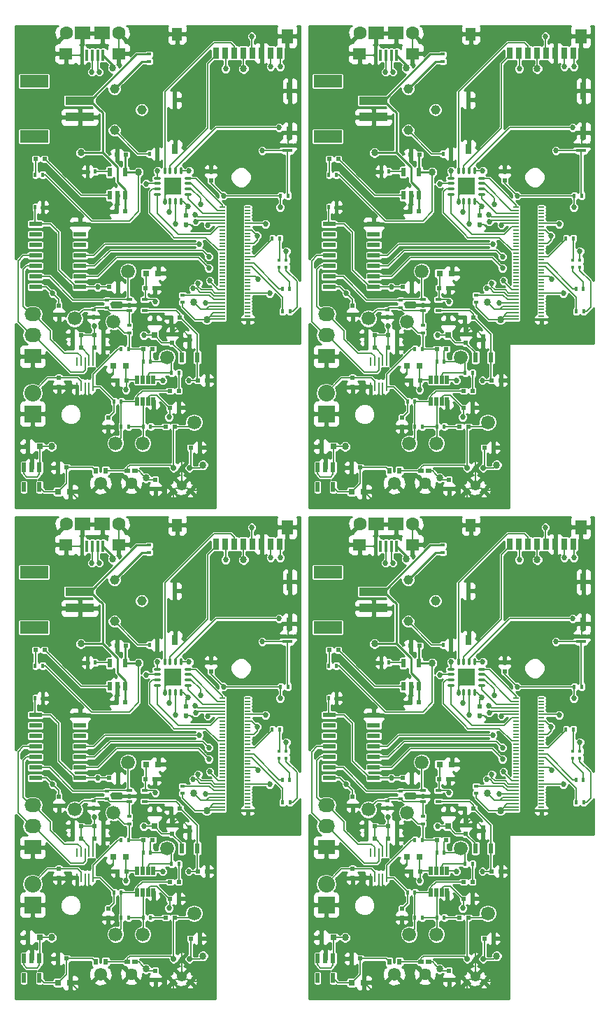
<source format=gbr>
G04 #@! TF.FileFunction,Copper,L1,Top,Signal*
%FSLAX46Y46*%
G04 Gerber Fmt 4.6, Leading zero omitted, Abs format (unit mm)*
G04 Created by KiCad (PCBNEW 0.201601221447+6507~42~ubuntu15.10.1-product) date Fri 22 Jan 2016 07:17:06 PM EST*
%MOMM*%
G01*
G04 APERTURE LIST*
%ADD10C,0.100000*%
%ADD11R,1.900000X1.600000*%
%ADD12R,1.600000X1.400000*%
%ADD13R,0.400000X1.350000*%
%ADD14C,1.600000*%
%ADD15R,0.500000X0.600000*%
%ADD16R,0.400000X0.600000*%
%ADD17R,1.550000X0.600000*%
%ADD18R,0.600000X0.500000*%
%ADD19R,0.600000X0.800000*%
%ADD20C,1.550000*%
%ADD21R,0.650000X0.545000*%
%ADD22C,1.450000*%
%ADD23C,0.723000*%
%ADD24C,0.562000*%
%ADD25C,0.512000*%
%ADD26C,1.224000*%
%ADD27R,0.450000X0.450000*%
%ADD28R,2.032000X2.032000*%
%ADD29O,2.032000X2.032000*%
%ADD30R,0.600000X0.400000*%
%ADD31R,0.800000X1.400000*%
%ADD32R,1.350000X1.800000*%
%ADD33R,1.160000X1.500000*%
%ADD34R,0.650000X2.140000*%
%ADD35R,0.600000X1.150000*%
%ADD36R,0.650000X1.600000*%
%ADD37R,0.650000X1.300000*%
%ADD38R,1.100000X0.450000*%
%ADD39R,1.150000X0.450000*%
%ADD40O,1.000000X0.300000*%
%ADD41O,0.300000X1.000000*%
%ADD42R,2.100000X2.100000*%
%ADD43C,0.457000*%
%ADD44R,3.395980X1.498600*%
%ADD45R,3.497580X0.995680*%
%ADD46C,1.150000*%
%ADD47R,0.500000X1.200000*%
%ADD48R,0.270000X1.000000*%
%ADD49C,1.680000*%
%ADD50R,0.600000X1.250000*%
%ADD51R,0.480000X0.990000*%
%ADD52R,0.770000X0.420000*%
%ADD53R,0.600000X1.100000*%
%ADD54R,0.800000X0.750000*%
%ADD55R,0.750000X0.800000*%
%ADD56R,2.032000X1.727200*%
%ADD57O,2.032000X1.727200*%
%ADD58R,0.700000X0.200000*%
%ADD59C,0.685800*%
%ADD60C,0.863600*%
%ADD61C,0.254000*%
%ADD62C,0.152400*%
%ADD63C,0.203200*%
%ADD64C,0.250000*%
G04 APERTURE END LIST*
D10*
D11*
X59112000Y-73398000D03*
X56712000Y-73398000D03*
D12*
X61112000Y-75898000D03*
X54712000Y-75898000D03*
D13*
X59212000Y-76073000D03*
X58562000Y-76073000D03*
X57912000Y-76073000D03*
X57262000Y-76073000D03*
X56612000Y-76073000D03*
D14*
X61087000Y-73398000D03*
X54737000Y-73398000D03*
D15*
X69215000Y-95462000D03*
X69215000Y-96562000D03*
X72263000Y-91228000D03*
X72263000Y-90128000D03*
D16*
X51885000Y-94488000D03*
X50985000Y-94488000D03*
D17*
X51021000Y-104140000D03*
X56421000Y-104140000D03*
X51021000Y-102870000D03*
X56421000Y-102870000D03*
X51021000Y-101600000D03*
X56421000Y-101600000D03*
X51021000Y-100330000D03*
X56421000Y-100330000D03*
X51021000Y-99060000D03*
X56421000Y-99060000D03*
X51021000Y-97790000D03*
X56421000Y-97790000D03*
X51021000Y-96520000D03*
X56421000Y-96520000D03*
D15*
X53848000Y-106384000D03*
X53848000Y-107484000D03*
D18*
X59902000Y-104140000D03*
X61002000Y-104140000D03*
D19*
X59513000Y-126365000D03*
X58293000Y-126365000D03*
D20*
X58903000Y-127885000D03*
D21*
X62136000Y-126411500D03*
X63086000Y-126411500D03*
D22*
X62611000Y-127889000D03*
D23*
X67741000Y-126040000D03*
D24*
X67692000Y-128777000D03*
X69722000Y-128777000D03*
D23*
X69673000Y-126040000D03*
D25*
X68707000Y-126040000D03*
D26*
X68707000Y-128143000D03*
D16*
X81806200Y-104368600D03*
X80906200Y-104368600D03*
X80587000Y-98247200D03*
X79687000Y-98247200D03*
X81831600Y-107111800D03*
X80931600Y-107111800D03*
D27*
X81400200Y-100895600D03*
X80550200Y-100895600D03*
X81400200Y-101745600D03*
X80550200Y-101745600D03*
D28*
X50673000Y-119507000D03*
D29*
X50673000Y-116967000D03*
D16*
X80703000Y-93091000D03*
X81603000Y-93091000D03*
D30*
X64770000Y-76846000D03*
X64770000Y-75946000D03*
D16*
X64828000Y-88011000D03*
X65728000Y-88011000D03*
D31*
X80600000Y-75819000D03*
X79500000Y-75819000D03*
X78400000Y-75819000D03*
X77300000Y-75819000D03*
X76200000Y-75819000D03*
X75100000Y-75819000D03*
X74000000Y-75819000D03*
X72900000Y-75819000D03*
D32*
X81490000Y-73769000D03*
D33*
X68170000Y-73519000D03*
D34*
X81815000Y-80399000D03*
D35*
X67890000Y-81494000D03*
D36*
X81815000Y-85479000D03*
D37*
X67915000Y-87419000D03*
D38*
X81590000Y-86984000D03*
D39*
X81565000Y-87644000D03*
D40*
X69510400Y-92918800D03*
X69510400Y-92268800D03*
X69510400Y-91618800D03*
X69510400Y-90968800D03*
D41*
X68635400Y-90093800D03*
D40*
X65810400Y-92918800D03*
D41*
X68635400Y-93793800D03*
X67985400Y-90093800D03*
X67335400Y-90093800D03*
X66685400Y-90093800D03*
D40*
X65810400Y-92268800D03*
X65810400Y-91618800D03*
X65810400Y-90968800D03*
D41*
X67985400Y-93793800D03*
X67335400Y-93793800D03*
X66685400Y-93793800D03*
D42*
X67660400Y-91943800D03*
D43*
X68210400Y-92493800D03*
X67210400Y-92493800D03*
X68210400Y-91493800D03*
X67210400Y-91493800D03*
D44*
X50838100Y-79220060D03*
D45*
X56388000Y-81569560D03*
X56388000Y-83566000D03*
D44*
X50838100Y-85915500D03*
D46*
X63880000Y-82677000D03*
X60580000Y-85177000D03*
X60580000Y-80177000D03*
D30*
X68834000Y-105112400D03*
X68834000Y-106012400D03*
D47*
X51496000Y-125984000D03*
X50546000Y-125984000D03*
X49596000Y-125984000D03*
X49596000Y-128334000D03*
X51496000Y-128334000D03*
D48*
X56023000Y-113156000D03*
X56023000Y-116206000D03*
X56523000Y-113156000D03*
X56523000Y-116206000D03*
X57023000Y-113156000D03*
X57023000Y-116206000D03*
X57523000Y-113156000D03*
X57523000Y-116206000D03*
X58023000Y-113156000D03*
X58023000Y-116206000D03*
D49*
X66929000Y-112649000D03*
X64008000Y-123063000D03*
X60706000Y-123063000D03*
X60452000Y-108331000D03*
X62230000Y-102235000D03*
X55753000Y-107950000D03*
X70231000Y-120523000D03*
D50*
X68712000Y-112649000D03*
X70612000Y-112649000D03*
X69662000Y-110499000D03*
D51*
X63343000Y-117983000D03*
X63993000Y-117983000D03*
X64643000Y-117983000D03*
X65293000Y-117983000D03*
X65293000Y-115393000D03*
X64643000Y-115393000D03*
X63993000Y-115393000D03*
X63343000Y-115393000D03*
D52*
X62362000Y-105649000D03*
X62362000Y-106299000D03*
X62362000Y-106949000D03*
X64262000Y-106949000D03*
X64262000Y-105649000D03*
D53*
X59984600Y-93040200D03*
X60934600Y-93040200D03*
X61884600Y-93040200D03*
X61884600Y-90240200D03*
X59984600Y-90240200D03*
D16*
X67495000Y-114554000D03*
X68395000Y-114554000D03*
X64066000Y-113157000D03*
X64966000Y-113157000D03*
X62299000Y-121031000D03*
X61399000Y-121031000D03*
D30*
X59690000Y-106622000D03*
X59690000Y-105722000D03*
D16*
X64966000Y-121031000D03*
X64066000Y-121031000D03*
D30*
X58039000Y-106865000D03*
X58039000Y-107765000D03*
X62357000Y-109670000D03*
X62357000Y-108770000D03*
D16*
X60510000Y-117983000D03*
X61410000Y-117983000D03*
X62299000Y-111633000D03*
X61399000Y-111633000D03*
X58235000Y-90170000D03*
X57335000Y-90170000D03*
X51885000Y-90551000D03*
X50985000Y-90551000D03*
D18*
X51012000Y-88646000D03*
X52112000Y-88646000D03*
D54*
X53733000Y-128905000D03*
X55233000Y-128905000D03*
D15*
X67564000Y-110913000D03*
X67564000Y-109813000D03*
D54*
X51550000Y-123444000D03*
X50050000Y-123444000D03*
D18*
X54779000Y-125984000D03*
X53679000Y-125984000D03*
D55*
X65405000Y-109970000D03*
X65405000Y-108470000D03*
D15*
X65532000Y-127466000D03*
X65532000Y-128566000D03*
D18*
X58124000Y-109982000D03*
X59224000Y-109982000D03*
X67268000Y-116713000D03*
X68368000Y-116713000D03*
X56557000Y-109982000D03*
X55457000Y-109982000D03*
X58124000Y-111506000D03*
X59224000Y-111506000D03*
X56557000Y-111506000D03*
X55457000Y-111506000D03*
X65193000Y-111633000D03*
X64093000Y-111633000D03*
X70697000Y-115443000D03*
X71797000Y-115443000D03*
X62018000Y-115443000D03*
X60918000Y-115443000D03*
D54*
X64389000Y-102489000D03*
X65889000Y-102489000D03*
X61964000Y-113665000D03*
X60464000Y-113665000D03*
D15*
X59817000Y-119973000D03*
X59817000Y-121073000D03*
X53848000Y-115147000D03*
X53848000Y-116247000D03*
D18*
X68495000Y-107823000D03*
X67395000Y-107823000D03*
X66760000Y-121031000D03*
X67860000Y-121031000D03*
X61891000Y-94996000D03*
X60791000Y-94996000D03*
X62001400Y-88112600D03*
X60901400Y-88112600D03*
X70908000Y-123571000D03*
X69808000Y-123571000D03*
X67268000Y-118745000D03*
X68368000Y-118745000D03*
D56*
X50673000Y-112522000D03*
D57*
X50673000Y-109982000D03*
X50673000Y-107442000D03*
D58*
X76708000Y-108044000D03*
X73628000Y-108044000D03*
X76708000Y-107644000D03*
X73628000Y-107644000D03*
X76708000Y-107244000D03*
X73628000Y-107244000D03*
X76708000Y-106844000D03*
X73628000Y-106844000D03*
X76708000Y-106444000D03*
X73628000Y-106444000D03*
X76708000Y-106044000D03*
X73628000Y-106044000D03*
X76708000Y-105644000D03*
X73628000Y-105644000D03*
X76708000Y-105244000D03*
X73628000Y-105244000D03*
X76708000Y-104844000D03*
X73628000Y-104844000D03*
X76708000Y-104444000D03*
X73628000Y-104444000D03*
X76708000Y-104044000D03*
X73628000Y-104044000D03*
X76708000Y-103644000D03*
X73628000Y-103644000D03*
X76708000Y-103244000D03*
X73628000Y-103244000D03*
X76708000Y-102844000D03*
X73628000Y-102844000D03*
X76708000Y-102444000D03*
X73628000Y-102444000D03*
X76708000Y-102044000D03*
X73628000Y-102044000D03*
X76708000Y-101644000D03*
X73628000Y-101644000D03*
X76708000Y-101244000D03*
X73628000Y-101244000D03*
X76708000Y-100844000D03*
X73628000Y-100844000D03*
X76708000Y-100444000D03*
X73628000Y-100444000D03*
X76708000Y-100044000D03*
X73628000Y-100044000D03*
X76708000Y-99644000D03*
X73628000Y-99644000D03*
X76708000Y-99244000D03*
X73628000Y-99244000D03*
X76708000Y-98844000D03*
X73628000Y-98844000D03*
X76708000Y-98444000D03*
X73628000Y-98444000D03*
X76708000Y-98044000D03*
X73628000Y-98044000D03*
X76708000Y-97644000D03*
X73628000Y-97644000D03*
X76708000Y-97244000D03*
X73628000Y-97244000D03*
X76708000Y-96844000D03*
X73628000Y-96844000D03*
X76708000Y-96444000D03*
X73628000Y-96444000D03*
X76708000Y-96044000D03*
X73628000Y-96044000D03*
X76708000Y-95644000D03*
X73628000Y-95644000D03*
X76708000Y-95244000D03*
X73628000Y-95244000D03*
X76708000Y-94844000D03*
X73628000Y-94844000D03*
X76708000Y-94444000D03*
X73628000Y-94444000D03*
D18*
X64347000Y-104267000D03*
X65447000Y-104267000D03*
D11*
X59112000Y-13962000D03*
X56712000Y-13962000D03*
D12*
X61112000Y-16462000D03*
X54712000Y-16462000D03*
D13*
X59212000Y-16637000D03*
X58562000Y-16637000D03*
X57912000Y-16637000D03*
X57262000Y-16637000D03*
X56612000Y-16637000D03*
D14*
X61087000Y-13962000D03*
X54737000Y-13962000D03*
D15*
X69215000Y-36026000D03*
X69215000Y-37126000D03*
X72263000Y-31792000D03*
X72263000Y-30692000D03*
D16*
X51885000Y-35052000D03*
X50985000Y-35052000D03*
D17*
X51021000Y-44704000D03*
X56421000Y-44704000D03*
X51021000Y-43434000D03*
X56421000Y-43434000D03*
X51021000Y-42164000D03*
X56421000Y-42164000D03*
X51021000Y-40894000D03*
X56421000Y-40894000D03*
X51021000Y-39624000D03*
X56421000Y-39624000D03*
X51021000Y-38354000D03*
X56421000Y-38354000D03*
X51021000Y-37084000D03*
X56421000Y-37084000D03*
D15*
X53848000Y-46948000D03*
X53848000Y-48048000D03*
D18*
X59902000Y-44704000D03*
X61002000Y-44704000D03*
D19*
X59513000Y-66929000D03*
X58293000Y-66929000D03*
D20*
X58903000Y-68449000D03*
D21*
X62136000Y-66975500D03*
X63086000Y-66975500D03*
D22*
X62611000Y-68453000D03*
D23*
X67741000Y-66604000D03*
D24*
X67692000Y-69341000D03*
X69722000Y-69341000D03*
D23*
X69673000Y-66604000D03*
D25*
X68707000Y-66604000D03*
D26*
X68707000Y-68707000D03*
D16*
X81806200Y-44932600D03*
X80906200Y-44932600D03*
X80587000Y-38811200D03*
X79687000Y-38811200D03*
X81831600Y-47675800D03*
X80931600Y-47675800D03*
D27*
X81400200Y-41459600D03*
X80550200Y-41459600D03*
X81400200Y-42309600D03*
X80550200Y-42309600D03*
D28*
X50673000Y-60071000D03*
D29*
X50673000Y-57531000D03*
D16*
X80703000Y-33655000D03*
X81603000Y-33655000D03*
D30*
X64770000Y-17410000D03*
X64770000Y-16510000D03*
D16*
X64828000Y-28575000D03*
X65728000Y-28575000D03*
D31*
X80600000Y-16383000D03*
X79500000Y-16383000D03*
X78400000Y-16383000D03*
X77300000Y-16383000D03*
X76200000Y-16383000D03*
X75100000Y-16383000D03*
X74000000Y-16383000D03*
X72900000Y-16383000D03*
D32*
X81490000Y-14333000D03*
D33*
X68170000Y-14083000D03*
D34*
X81815000Y-20963000D03*
D35*
X67890000Y-22058000D03*
D36*
X81815000Y-26043000D03*
D37*
X67915000Y-27983000D03*
D38*
X81590000Y-27548000D03*
D39*
X81565000Y-28208000D03*
D40*
X69510400Y-33482800D03*
X69510400Y-32832800D03*
X69510400Y-32182800D03*
X69510400Y-31532800D03*
D41*
X68635400Y-30657800D03*
D40*
X65810400Y-33482800D03*
D41*
X68635400Y-34357800D03*
X67985400Y-30657800D03*
X67335400Y-30657800D03*
X66685400Y-30657800D03*
D40*
X65810400Y-32832800D03*
X65810400Y-32182800D03*
X65810400Y-31532800D03*
D41*
X67985400Y-34357800D03*
X67335400Y-34357800D03*
X66685400Y-34357800D03*
D42*
X67660400Y-32507800D03*
D43*
X68210400Y-33057800D03*
X67210400Y-33057800D03*
X68210400Y-32057800D03*
X67210400Y-32057800D03*
D44*
X50838100Y-19784060D03*
D45*
X56388000Y-22133560D03*
X56388000Y-24130000D03*
D44*
X50838100Y-26479500D03*
D46*
X63880000Y-23241000D03*
X60580000Y-25741000D03*
X60580000Y-20741000D03*
D30*
X68834000Y-45676400D03*
X68834000Y-46576400D03*
D47*
X51496000Y-66548000D03*
X50546000Y-66548000D03*
X49596000Y-66548000D03*
X49596000Y-68898000D03*
X51496000Y-68898000D03*
D48*
X56023000Y-53720000D03*
X56023000Y-56770000D03*
X56523000Y-53720000D03*
X56523000Y-56770000D03*
X57023000Y-53720000D03*
X57023000Y-56770000D03*
X57523000Y-53720000D03*
X57523000Y-56770000D03*
X58023000Y-53720000D03*
X58023000Y-56770000D03*
D49*
X66929000Y-53213000D03*
X64008000Y-63627000D03*
X60706000Y-63627000D03*
X60452000Y-48895000D03*
X62230000Y-42799000D03*
X55753000Y-48514000D03*
X70231000Y-61087000D03*
D50*
X68712000Y-53213000D03*
X70612000Y-53213000D03*
X69662000Y-51063000D03*
D51*
X63343000Y-58547000D03*
X63993000Y-58547000D03*
X64643000Y-58547000D03*
X65293000Y-58547000D03*
X65293000Y-55957000D03*
X64643000Y-55957000D03*
X63993000Y-55957000D03*
X63343000Y-55957000D03*
D52*
X62362000Y-46213000D03*
X62362000Y-46863000D03*
X62362000Y-47513000D03*
X64262000Y-47513000D03*
X64262000Y-46213000D03*
D53*
X59984600Y-33604200D03*
X60934600Y-33604200D03*
X61884600Y-33604200D03*
X61884600Y-30804200D03*
X59984600Y-30804200D03*
D16*
X67495000Y-55118000D03*
X68395000Y-55118000D03*
X64066000Y-53721000D03*
X64966000Y-53721000D03*
X62299000Y-61595000D03*
X61399000Y-61595000D03*
D30*
X59690000Y-47186000D03*
X59690000Y-46286000D03*
D16*
X64966000Y-61595000D03*
X64066000Y-61595000D03*
D30*
X58039000Y-47429000D03*
X58039000Y-48329000D03*
X62357000Y-50234000D03*
X62357000Y-49334000D03*
D16*
X60510000Y-58547000D03*
X61410000Y-58547000D03*
X62299000Y-52197000D03*
X61399000Y-52197000D03*
X58235000Y-30734000D03*
X57335000Y-30734000D03*
X51885000Y-31115000D03*
X50985000Y-31115000D03*
D18*
X51012000Y-29210000D03*
X52112000Y-29210000D03*
D54*
X53733000Y-69469000D03*
X55233000Y-69469000D03*
D15*
X67564000Y-51477000D03*
X67564000Y-50377000D03*
D54*
X51550000Y-64008000D03*
X50050000Y-64008000D03*
D18*
X54779000Y-66548000D03*
X53679000Y-66548000D03*
D55*
X65405000Y-50534000D03*
X65405000Y-49034000D03*
D15*
X65532000Y-68030000D03*
X65532000Y-69130000D03*
D18*
X58124000Y-50546000D03*
X59224000Y-50546000D03*
X67268000Y-57277000D03*
X68368000Y-57277000D03*
X56557000Y-50546000D03*
X55457000Y-50546000D03*
X58124000Y-52070000D03*
X59224000Y-52070000D03*
X56557000Y-52070000D03*
X55457000Y-52070000D03*
X65193000Y-52197000D03*
X64093000Y-52197000D03*
X70697000Y-56007000D03*
X71797000Y-56007000D03*
X62018000Y-56007000D03*
X60918000Y-56007000D03*
D54*
X64389000Y-43053000D03*
X65889000Y-43053000D03*
X61964000Y-54229000D03*
X60464000Y-54229000D03*
D15*
X59817000Y-60537000D03*
X59817000Y-61637000D03*
X53848000Y-55711000D03*
X53848000Y-56811000D03*
D18*
X68495000Y-48387000D03*
X67395000Y-48387000D03*
X66760000Y-61595000D03*
X67860000Y-61595000D03*
X61891000Y-35560000D03*
X60791000Y-35560000D03*
X62001400Y-28676600D03*
X60901400Y-28676600D03*
X70908000Y-64135000D03*
X69808000Y-64135000D03*
X67268000Y-59309000D03*
X68368000Y-59309000D03*
D56*
X50673000Y-53086000D03*
D57*
X50673000Y-50546000D03*
X50673000Y-48006000D03*
D58*
X76708000Y-48608000D03*
X73628000Y-48608000D03*
X76708000Y-48208000D03*
X73628000Y-48208000D03*
X76708000Y-47808000D03*
X73628000Y-47808000D03*
X76708000Y-47408000D03*
X73628000Y-47408000D03*
X76708000Y-47008000D03*
X73628000Y-47008000D03*
X76708000Y-46608000D03*
X73628000Y-46608000D03*
X76708000Y-46208000D03*
X73628000Y-46208000D03*
X76708000Y-45808000D03*
X73628000Y-45808000D03*
X76708000Y-45408000D03*
X73628000Y-45408000D03*
X76708000Y-45008000D03*
X73628000Y-45008000D03*
X76708000Y-44608000D03*
X73628000Y-44608000D03*
X76708000Y-44208000D03*
X73628000Y-44208000D03*
X76708000Y-43808000D03*
X73628000Y-43808000D03*
X76708000Y-43408000D03*
X73628000Y-43408000D03*
X76708000Y-43008000D03*
X73628000Y-43008000D03*
X76708000Y-42608000D03*
X73628000Y-42608000D03*
X76708000Y-42208000D03*
X73628000Y-42208000D03*
X76708000Y-41808000D03*
X73628000Y-41808000D03*
X76708000Y-41408000D03*
X73628000Y-41408000D03*
X76708000Y-41008000D03*
X73628000Y-41008000D03*
X76708000Y-40608000D03*
X73628000Y-40608000D03*
X76708000Y-40208000D03*
X73628000Y-40208000D03*
X76708000Y-39808000D03*
X73628000Y-39808000D03*
X76708000Y-39408000D03*
X73628000Y-39408000D03*
X76708000Y-39008000D03*
X73628000Y-39008000D03*
X76708000Y-38608000D03*
X73628000Y-38608000D03*
X76708000Y-38208000D03*
X73628000Y-38208000D03*
X76708000Y-37808000D03*
X73628000Y-37808000D03*
X76708000Y-37408000D03*
X73628000Y-37408000D03*
X76708000Y-37008000D03*
X73628000Y-37008000D03*
X76708000Y-36608000D03*
X73628000Y-36608000D03*
X76708000Y-36208000D03*
X73628000Y-36208000D03*
X76708000Y-35808000D03*
X73628000Y-35808000D03*
X76708000Y-35408000D03*
X73628000Y-35408000D03*
X76708000Y-35008000D03*
X73628000Y-35008000D03*
D18*
X64347000Y-44831000D03*
X65447000Y-44831000D03*
D11*
X23552000Y-73398000D03*
X21152000Y-73398000D03*
D12*
X25552000Y-75898000D03*
X19152000Y-75898000D03*
D13*
X23652000Y-76073000D03*
X23002000Y-76073000D03*
X22352000Y-76073000D03*
X21702000Y-76073000D03*
X21052000Y-76073000D03*
D14*
X25527000Y-73398000D03*
X19177000Y-73398000D03*
D15*
X33655000Y-95462000D03*
X33655000Y-96562000D03*
X36703000Y-91228000D03*
X36703000Y-90128000D03*
D16*
X16325000Y-94488000D03*
X15425000Y-94488000D03*
D17*
X15461000Y-104140000D03*
X20861000Y-104140000D03*
X15461000Y-102870000D03*
X20861000Y-102870000D03*
X15461000Y-101600000D03*
X20861000Y-101600000D03*
X15461000Y-100330000D03*
X20861000Y-100330000D03*
X15461000Y-99060000D03*
X20861000Y-99060000D03*
X15461000Y-97790000D03*
X20861000Y-97790000D03*
X15461000Y-96520000D03*
X20861000Y-96520000D03*
D15*
X18288000Y-106384000D03*
X18288000Y-107484000D03*
D18*
X24342000Y-104140000D03*
X25442000Y-104140000D03*
D19*
X23953000Y-126365000D03*
X22733000Y-126365000D03*
D20*
X23343000Y-127885000D03*
D21*
X26576000Y-126411500D03*
X27526000Y-126411500D03*
D22*
X27051000Y-127889000D03*
D23*
X32181000Y-126040000D03*
D24*
X32132000Y-128777000D03*
X34162000Y-128777000D03*
D23*
X34113000Y-126040000D03*
D25*
X33147000Y-126040000D03*
D26*
X33147000Y-128143000D03*
D16*
X46246200Y-104368600D03*
X45346200Y-104368600D03*
X45027000Y-98247200D03*
X44127000Y-98247200D03*
X46271600Y-107111800D03*
X45371600Y-107111800D03*
D27*
X45840200Y-100895600D03*
X44990200Y-100895600D03*
X45840200Y-101745600D03*
X44990200Y-101745600D03*
D28*
X15113000Y-119507000D03*
D29*
X15113000Y-116967000D03*
D16*
X45143000Y-93091000D03*
X46043000Y-93091000D03*
D30*
X29210000Y-76846000D03*
X29210000Y-75946000D03*
D16*
X29268000Y-88011000D03*
X30168000Y-88011000D03*
D31*
X45040000Y-75819000D03*
X43940000Y-75819000D03*
X42840000Y-75819000D03*
X41740000Y-75819000D03*
X40640000Y-75819000D03*
X39540000Y-75819000D03*
X38440000Y-75819000D03*
X37340000Y-75819000D03*
D32*
X45930000Y-73769000D03*
D33*
X32610000Y-73519000D03*
D34*
X46255000Y-80399000D03*
D35*
X32330000Y-81494000D03*
D36*
X46255000Y-85479000D03*
D37*
X32355000Y-87419000D03*
D38*
X46030000Y-86984000D03*
D39*
X46005000Y-87644000D03*
D40*
X33950400Y-92918800D03*
X33950400Y-92268800D03*
X33950400Y-91618800D03*
X33950400Y-90968800D03*
D41*
X33075400Y-90093800D03*
D40*
X30250400Y-92918800D03*
D41*
X33075400Y-93793800D03*
X32425400Y-90093800D03*
X31775400Y-90093800D03*
X31125400Y-90093800D03*
D40*
X30250400Y-92268800D03*
X30250400Y-91618800D03*
X30250400Y-90968800D03*
D41*
X32425400Y-93793800D03*
X31775400Y-93793800D03*
X31125400Y-93793800D03*
D42*
X32100400Y-91943800D03*
D43*
X32650400Y-92493800D03*
X31650400Y-92493800D03*
X32650400Y-91493800D03*
X31650400Y-91493800D03*
D44*
X15278100Y-79220060D03*
D45*
X20828000Y-81569560D03*
X20828000Y-83566000D03*
D44*
X15278100Y-85915500D03*
D46*
X28320000Y-82677000D03*
X25020000Y-85177000D03*
X25020000Y-80177000D03*
D30*
X33274000Y-105112400D03*
X33274000Y-106012400D03*
D47*
X15936000Y-125984000D03*
X14986000Y-125984000D03*
X14036000Y-125984000D03*
X14036000Y-128334000D03*
X15936000Y-128334000D03*
D48*
X20463000Y-113156000D03*
X20463000Y-116206000D03*
X20963000Y-113156000D03*
X20963000Y-116206000D03*
X21463000Y-113156000D03*
X21463000Y-116206000D03*
X21963000Y-113156000D03*
X21963000Y-116206000D03*
X22463000Y-113156000D03*
X22463000Y-116206000D03*
D49*
X31369000Y-112649000D03*
X28448000Y-123063000D03*
X25146000Y-123063000D03*
X24892000Y-108331000D03*
X26670000Y-102235000D03*
X20193000Y-107950000D03*
X34671000Y-120523000D03*
D50*
X33152000Y-112649000D03*
X35052000Y-112649000D03*
X34102000Y-110499000D03*
D51*
X27783000Y-117983000D03*
X28433000Y-117983000D03*
X29083000Y-117983000D03*
X29733000Y-117983000D03*
X29733000Y-115393000D03*
X29083000Y-115393000D03*
X28433000Y-115393000D03*
X27783000Y-115393000D03*
D52*
X26802000Y-105649000D03*
X26802000Y-106299000D03*
X26802000Y-106949000D03*
X28702000Y-106949000D03*
X28702000Y-105649000D03*
D53*
X24424600Y-93040200D03*
X25374600Y-93040200D03*
X26324600Y-93040200D03*
X26324600Y-90240200D03*
X24424600Y-90240200D03*
D16*
X31935000Y-114554000D03*
X32835000Y-114554000D03*
X28506000Y-113157000D03*
X29406000Y-113157000D03*
X26739000Y-121031000D03*
X25839000Y-121031000D03*
D30*
X24130000Y-106622000D03*
X24130000Y-105722000D03*
D16*
X29406000Y-121031000D03*
X28506000Y-121031000D03*
D30*
X22479000Y-106865000D03*
X22479000Y-107765000D03*
X26797000Y-109670000D03*
X26797000Y-108770000D03*
D16*
X24950000Y-117983000D03*
X25850000Y-117983000D03*
X26739000Y-111633000D03*
X25839000Y-111633000D03*
X22675000Y-90170000D03*
X21775000Y-90170000D03*
X16325000Y-90551000D03*
X15425000Y-90551000D03*
D18*
X15452000Y-88646000D03*
X16552000Y-88646000D03*
D54*
X18173000Y-128905000D03*
X19673000Y-128905000D03*
D15*
X32004000Y-110913000D03*
X32004000Y-109813000D03*
D54*
X15990000Y-123444000D03*
X14490000Y-123444000D03*
D18*
X19219000Y-125984000D03*
X18119000Y-125984000D03*
D55*
X29845000Y-109970000D03*
X29845000Y-108470000D03*
D15*
X29972000Y-127466000D03*
X29972000Y-128566000D03*
D18*
X22564000Y-109982000D03*
X23664000Y-109982000D03*
X31708000Y-116713000D03*
X32808000Y-116713000D03*
X20997000Y-109982000D03*
X19897000Y-109982000D03*
X22564000Y-111506000D03*
X23664000Y-111506000D03*
X20997000Y-111506000D03*
X19897000Y-111506000D03*
X29633000Y-111633000D03*
X28533000Y-111633000D03*
X35137000Y-115443000D03*
X36237000Y-115443000D03*
X26458000Y-115443000D03*
X25358000Y-115443000D03*
D54*
X28829000Y-102489000D03*
X30329000Y-102489000D03*
X26404000Y-113665000D03*
X24904000Y-113665000D03*
D15*
X24257000Y-119973000D03*
X24257000Y-121073000D03*
X18288000Y-115147000D03*
X18288000Y-116247000D03*
D18*
X32935000Y-107823000D03*
X31835000Y-107823000D03*
X31200000Y-121031000D03*
X32300000Y-121031000D03*
X26331000Y-94996000D03*
X25231000Y-94996000D03*
X26441400Y-88112600D03*
X25341400Y-88112600D03*
X35348000Y-123571000D03*
X34248000Y-123571000D03*
X31708000Y-118745000D03*
X32808000Y-118745000D03*
D56*
X15113000Y-112522000D03*
D57*
X15113000Y-109982000D03*
X15113000Y-107442000D03*
D58*
X41148000Y-108044000D03*
X38068000Y-108044000D03*
X41148000Y-107644000D03*
X38068000Y-107644000D03*
X41148000Y-107244000D03*
X38068000Y-107244000D03*
X41148000Y-106844000D03*
X38068000Y-106844000D03*
X41148000Y-106444000D03*
X38068000Y-106444000D03*
X41148000Y-106044000D03*
X38068000Y-106044000D03*
X41148000Y-105644000D03*
X38068000Y-105644000D03*
X41148000Y-105244000D03*
X38068000Y-105244000D03*
X41148000Y-104844000D03*
X38068000Y-104844000D03*
X41148000Y-104444000D03*
X38068000Y-104444000D03*
X41148000Y-104044000D03*
X38068000Y-104044000D03*
X41148000Y-103644000D03*
X38068000Y-103644000D03*
X41148000Y-103244000D03*
X38068000Y-103244000D03*
X41148000Y-102844000D03*
X38068000Y-102844000D03*
X41148000Y-102444000D03*
X38068000Y-102444000D03*
X41148000Y-102044000D03*
X38068000Y-102044000D03*
X41148000Y-101644000D03*
X38068000Y-101644000D03*
X41148000Y-101244000D03*
X38068000Y-101244000D03*
X41148000Y-100844000D03*
X38068000Y-100844000D03*
X41148000Y-100444000D03*
X38068000Y-100444000D03*
X41148000Y-100044000D03*
X38068000Y-100044000D03*
X41148000Y-99644000D03*
X38068000Y-99644000D03*
X41148000Y-99244000D03*
X38068000Y-99244000D03*
X41148000Y-98844000D03*
X38068000Y-98844000D03*
X41148000Y-98444000D03*
X38068000Y-98444000D03*
X41148000Y-98044000D03*
X38068000Y-98044000D03*
X41148000Y-97644000D03*
X38068000Y-97644000D03*
X41148000Y-97244000D03*
X38068000Y-97244000D03*
X41148000Y-96844000D03*
X38068000Y-96844000D03*
X41148000Y-96444000D03*
X38068000Y-96444000D03*
X41148000Y-96044000D03*
X38068000Y-96044000D03*
X41148000Y-95644000D03*
X38068000Y-95644000D03*
X41148000Y-95244000D03*
X38068000Y-95244000D03*
X41148000Y-94844000D03*
X38068000Y-94844000D03*
X41148000Y-94444000D03*
X38068000Y-94444000D03*
D18*
X28787000Y-104267000D03*
X29887000Y-104267000D03*
X28787000Y-44831000D03*
X29887000Y-44831000D03*
D58*
X41148000Y-48608000D03*
X38068000Y-48608000D03*
X41148000Y-48208000D03*
X38068000Y-48208000D03*
X41148000Y-47808000D03*
X38068000Y-47808000D03*
X41148000Y-47408000D03*
X38068000Y-47408000D03*
X41148000Y-47008000D03*
X38068000Y-47008000D03*
X41148000Y-46608000D03*
X38068000Y-46608000D03*
X41148000Y-46208000D03*
X38068000Y-46208000D03*
X41148000Y-45808000D03*
X38068000Y-45808000D03*
X41148000Y-45408000D03*
X38068000Y-45408000D03*
X41148000Y-45008000D03*
X38068000Y-45008000D03*
X41148000Y-44608000D03*
X38068000Y-44608000D03*
X41148000Y-44208000D03*
X38068000Y-44208000D03*
X41148000Y-43808000D03*
X38068000Y-43808000D03*
X41148000Y-43408000D03*
X38068000Y-43408000D03*
X41148000Y-43008000D03*
X38068000Y-43008000D03*
X41148000Y-42608000D03*
X38068000Y-42608000D03*
X41148000Y-42208000D03*
X38068000Y-42208000D03*
X41148000Y-41808000D03*
X38068000Y-41808000D03*
X41148000Y-41408000D03*
X38068000Y-41408000D03*
X41148000Y-41008000D03*
X38068000Y-41008000D03*
X41148000Y-40608000D03*
X38068000Y-40608000D03*
X41148000Y-40208000D03*
X38068000Y-40208000D03*
X41148000Y-39808000D03*
X38068000Y-39808000D03*
X41148000Y-39408000D03*
X38068000Y-39408000D03*
X41148000Y-39008000D03*
X38068000Y-39008000D03*
X41148000Y-38608000D03*
X38068000Y-38608000D03*
X41148000Y-38208000D03*
X38068000Y-38208000D03*
X41148000Y-37808000D03*
X38068000Y-37808000D03*
X41148000Y-37408000D03*
X38068000Y-37408000D03*
X41148000Y-37008000D03*
X38068000Y-37008000D03*
X41148000Y-36608000D03*
X38068000Y-36608000D03*
X41148000Y-36208000D03*
X38068000Y-36208000D03*
X41148000Y-35808000D03*
X38068000Y-35808000D03*
X41148000Y-35408000D03*
X38068000Y-35408000D03*
X41148000Y-35008000D03*
X38068000Y-35008000D03*
D56*
X15113000Y-53086000D03*
D57*
X15113000Y-50546000D03*
X15113000Y-48006000D03*
D18*
X31708000Y-59309000D03*
X32808000Y-59309000D03*
X35348000Y-64135000D03*
X34248000Y-64135000D03*
X26441400Y-28676600D03*
X25341400Y-28676600D03*
X26331000Y-35560000D03*
X25231000Y-35560000D03*
X31200000Y-61595000D03*
X32300000Y-61595000D03*
X32935000Y-48387000D03*
X31835000Y-48387000D03*
D15*
X18288000Y-55711000D03*
X18288000Y-56811000D03*
X24257000Y-60537000D03*
X24257000Y-61637000D03*
D54*
X26404000Y-54229000D03*
X24904000Y-54229000D03*
X28829000Y-43053000D03*
X30329000Y-43053000D03*
D18*
X26458000Y-56007000D03*
X25358000Y-56007000D03*
X35137000Y-56007000D03*
X36237000Y-56007000D03*
X29633000Y-52197000D03*
X28533000Y-52197000D03*
X20997000Y-52070000D03*
X19897000Y-52070000D03*
X22564000Y-52070000D03*
X23664000Y-52070000D03*
X20997000Y-50546000D03*
X19897000Y-50546000D03*
X31708000Y-57277000D03*
X32808000Y-57277000D03*
X22564000Y-50546000D03*
X23664000Y-50546000D03*
D15*
X29972000Y-68030000D03*
X29972000Y-69130000D03*
D55*
X29845000Y-50534000D03*
X29845000Y-49034000D03*
D18*
X19219000Y-66548000D03*
X18119000Y-66548000D03*
D54*
X15990000Y-64008000D03*
X14490000Y-64008000D03*
D15*
X32004000Y-51477000D03*
X32004000Y-50377000D03*
D54*
X18173000Y-69469000D03*
X19673000Y-69469000D03*
D18*
X15452000Y-29210000D03*
X16552000Y-29210000D03*
D16*
X16325000Y-31115000D03*
X15425000Y-31115000D03*
X22675000Y-30734000D03*
X21775000Y-30734000D03*
X26739000Y-52197000D03*
X25839000Y-52197000D03*
X24950000Y-58547000D03*
X25850000Y-58547000D03*
D30*
X26797000Y-50234000D03*
X26797000Y-49334000D03*
X22479000Y-47429000D03*
X22479000Y-48329000D03*
D16*
X29406000Y-61595000D03*
X28506000Y-61595000D03*
D30*
X24130000Y-47186000D03*
X24130000Y-46286000D03*
D16*
X26739000Y-61595000D03*
X25839000Y-61595000D03*
X28506000Y-53721000D03*
X29406000Y-53721000D03*
X31935000Y-55118000D03*
X32835000Y-55118000D03*
D53*
X24424600Y-33604200D03*
X25374600Y-33604200D03*
X26324600Y-33604200D03*
X26324600Y-30804200D03*
X24424600Y-30804200D03*
D52*
X26802000Y-46213000D03*
X26802000Y-46863000D03*
X26802000Y-47513000D03*
X28702000Y-47513000D03*
X28702000Y-46213000D03*
D51*
X27783000Y-58547000D03*
X28433000Y-58547000D03*
X29083000Y-58547000D03*
X29733000Y-58547000D03*
X29733000Y-55957000D03*
X29083000Y-55957000D03*
X28433000Y-55957000D03*
X27783000Y-55957000D03*
D50*
X33152000Y-53213000D03*
X35052000Y-53213000D03*
X34102000Y-51063000D03*
D49*
X34671000Y-61087000D03*
X20193000Y-48514000D03*
X26670000Y-42799000D03*
X24892000Y-48895000D03*
X25146000Y-63627000D03*
X28448000Y-63627000D03*
X31369000Y-53213000D03*
D48*
X20463000Y-53720000D03*
X20463000Y-56770000D03*
X20963000Y-53720000D03*
X20963000Y-56770000D03*
X21463000Y-53720000D03*
X21463000Y-56770000D03*
X21963000Y-53720000D03*
X21963000Y-56770000D03*
X22463000Y-53720000D03*
X22463000Y-56770000D03*
D47*
X15936000Y-66548000D03*
X14986000Y-66548000D03*
X14036000Y-66548000D03*
X14036000Y-68898000D03*
X15936000Y-68898000D03*
D30*
X33274000Y-45676400D03*
X33274000Y-46576400D03*
D46*
X28320000Y-23241000D03*
X25020000Y-25741000D03*
X25020000Y-20741000D03*
D44*
X15278100Y-19784060D03*
D45*
X20828000Y-22133560D03*
X20828000Y-24130000D03*
D44*
X15278100Y-26479500D03*
D40*
X33950400Y-33482800D03*
X33950400Y-32832800D03*
X33950400Y-32182800D03*
X33950400Y-31532800D03*
D41*
X33075400Y-30657800D03*
D40*
X30250400Y-33482800D03*
D41*
X33075400Y-34357800D03*
X32425400Y-30657800D03*
X31775400Y-30657800D03*
X31125400Y-30657800D03*
D40*
X30250400Y-32832800D03*
X30250400Y-32182800D03*
X30250400Y-31532800D03*
D41*
X32425400Y-34357800D03*
X31775400Y-34357800D03*
X31125400Y-34357800D03*
D42*
X32100400Y-32507800D03*
D43*
X32650400Y-33057800D03*
X31650400Y-33057800D03*
X32650400Y-32057800D03*
X31650400Y-32057800D03*
D31*
X45040000Y-16383000D03*
X43940000Y-16383000D03*
X42840000Y-16383000D03*
X41740000Y-16383000D03*
X40640000Y-16383000D03*
X39540000Y-16383000D03*
X38440000Y-16383000D03*
X37340000Y-16383000D03*
D32*
X45930000Y-14333000D03*
D33*
X32610000Y-14083000D03*
D34*
X46255000Y-20963000D03*
D35*
X32330000Y-22058000D03*
D36*
X46255000Y-26043000D03*
D37*
X32355000Y-27983000D03*
D38*
X46030000Y-27548000D03*
D39*
X46005000Y-28208000D03*
D16*
X29268000Y-28575000D03*
X30168000Y-28575000D03*
D30*
X29210000Y-17410000D03*
X29210000Y-16510000D03*
D16*
X45143000Y-33655000D03*
X46043000Y-33655000D03*
D28*
X15113000Y-60071000D03*
D29*
X15113000Y-57531000D03*
D27*
X45840200Y-41459600D03*
X44990200Y-41459600D03*
X45840200Y-42309600D03*
X44990200Y-42309600D03*
D16*
X46271600Y-47675800D03*
X45371600Y-47675800D03*
X45027000Y-38811200D03*
X44127000Y-38811200D03*
X46246200Y-44932600D03*
X45346200Y-44932600D03*
D23*
X32181000Y-66604000D03*
D24*
X32132000Y-69341000D03*
X34162000Y-69341000D03*
D23*
X34113000Y-66604000D03*
D25*
X33147000Y-66604000D03*
D26*
X33147000Y-68707000D03*
D21*
X26576000Y-66975500D03*
X27526000Y-66975500D03*
D22*
X27051000Y-68453000D03*
D19*
X23953000Y-66929000D03*
X22733000Y-66929000D03*
D20*
X23343000Y-68449000D03*
D18*
X24342000Y-44704000D03*
X25442000Y-44704000D03*
D15*
X18288000Y-46948000D03*
X18288000Y-48048000D03*
D17*
X15461000Y-44704000D03*
X20861000Y-44704000D03*
X15461000Y-43434000D03*
X20861000Y-43434000D03*
X15461000Y-42164000D03*
X20861000Y-42164000D03*
X15461000Y-40894000D03*
X20861000Y-40894000D03*
X15461000Y-39624000D03*
X20861000Y-39624000D03*
X15461000Y-38354000D03*
X20861000Y-38354000D03*
X15461000Y-37084000D03*
X20861000Y-37084000D03*
D16*
X16325000Y-35052000D03*
X15425000Y-35052000D03*
D15*
X36703000Y-31792000D03*
X36703000Y-30692000D03*
X33655000Y-36026000D03*
X33655000Y-37126000D03*
D11*
X23552000Y-13962000D03*
X21152000Y-13962000D03*
D12*
X25552000Y-16462000D03*
X19152000Y-16462000D03*
D13*
X23652000Y-16637000D03*
X23002000Y-16637000D03*
X22352000Y-16637000D03*
X21702000Y-16637000D03*
X21052000Y-16637000D03*
D14*
X25527000Y-13962000D03*
X19177000Y-13962000D03*
D59*
X72136000Y-103378000D03*
D60*
X60375800Y-77622400D03*
X63494000Y-90240200D03*
D59*
X72136000Y-43942000D03*
D60*
X60375800Y-18186400D03*
X63494000Y-30804200D03*
D59*
X36576000Y-103378000D03*
D60*
X24815800Y-77622400D03*
X27934000Y-90240200D03*
X27934000Y-30804200D03*
X24815800Y-18186400D03*
D59*
X36576000Y-43942000D03*
D60*
X78943200Y-73888600D03*
D59*
X65278000Y-119507000D03*
X60960000Y-86868000D03*
D60*
X56464200Y-130098800D03*
X68605400Y-124485400D03*
X52755800Y-83540600D03*
X65532000Y-130175000D03*
X77825600Y-109423200D03*
D59*
X67894200Y-85318600D03*
X65938400Y-85369400D03*
X53162200Y-124815600D03*
X59690000Y-115443000D03*
X68707000Y-109220000D03*
X64135000Y-108458000D03*
X61087000Y-106299000D03*
X70358000Y-97155000D03*
X57404000Y-117856000D03*
X54991000Y-116205000D03*
X67310000Y-102489000D03*
X60325000Y-110744000D03*
X54356000Y-110744000D03*
X53848000Y-108585000D03*
X59563000Y-94996000D03*
X54737000Y-96520000D03*
X53086000Y-94488000D03*
X71501000Y-128143000D03*
X67564000Y-130302000D03*
X70866000Y-130302000D03*
X60833000Y-129921000D03*
X63246000Y-130048000D03*
D60*
X78943200Y-14452600D03*
D59*
X65278000Y-60071000D03*
X60960000Y-27432000D03*
D60*
X56464200Y-70662800D03*
X68605400Y-65049400D03*
X52755800Y-24104600D03*
X65532000Y-70739000D03*
X77825600Y-49987200D03*
D59*
X67894200Y-25882600D03*
X65938400Y-25933400D03*
X53162200Y-65379600D03*
X59690000Y-56007000D03*
X68707000Y-49784000D03*
X64135000Y-49022000D03*
X61087000Y-46863000D03*
X70358000Y-37719000D03*
X57404000Y-58420000D03*
X54991000Y-56769000D03*
X67310000Y-43053000D03*
X60325000Y-51308000D03*
X54356000Y-51308000D03*
X53848000Y-49149000D03*
X59563000Y-35560000D03*
X54737000Y-37084000D03*
X53086000Y-35052000D03*
X71501000Y-68707000D03*
X67564000Y-70866000D03*
X70866000Y-70866000D03*
X60833000Y-70485000D03*
X63246000Y-70612000D03*
D60*
X43383200Y-73888600D03*
D59*
X29718000Y-119507000D03*
X25400000Y-86868000D03*
D60*
X20904200Y-130098800D03*
X33045400Y-124485400D03*
X17195800Y-83540600D03*
X29972000Y-130175000D03*
X42265600Y-109423200D03*
D59*
X32334200Y-85318600D03*
X30378400Y-85369400D03*
X17602200Y-124815600D03*
X24130000Y-115443000D03*
X33147000Y-109220000D03*
X28575000Y-108458000D03*
X25527000Y-106299000D03*
X34798000Y-97155000D03*
X21844000Y-117856000D03*
X19431000Y-116205000D03*
X31750000Y-102489000D03*
X24765000Y-110744000D03*
X18796000Y-110744000D03*
X18288000Y-108585000D03*
X24003000Y-94996000D03*
X19177000Y-96520000D03*
X17526000Y-94488000D03*
X35941000Y-128143000D03*
X32004000Y-130302000D03*
X35306000Y-130302000D03*
X25273000Y-129921000D03*
X27686000Y-130048000D03*
X27686000Y-70612000D03*
X25273000Y-70485000D03*
X35306000Y-70866000D03*
X32004000Y-70866000D03*
X35941000Y-68707000D03*
X17526000Y-35052000D03*
X19177000Y-37084000D03*
X24003000Y-35560000D03*
X18288000Y-49149000D03*
X18796000Y-51308000D03*
X24765000Y-51308000D03*
X31750000Y-43053000D03*
X19431000Y-56769000D03*
X21844000Y-58420000D03*
X34798000Y-37719000D03*
X25527000Y-46863000D03*
X28575000Y-49022000D03*
X33147000Y-49784000D03*
X24130000Y-56007000D03*
X17602200Y-65379600D03*
X30378400Y-25933400D03*
X32334200Y-25882600D03*
D60*
X42265600Y-49987200D03*
X29972000Y-70739000D03*
X17195800Y-24104600D03*
X33045400Y-65049400D03*
X20904200Y-70662800D03*
D59*
X25400000Y-27432000D03*
X29718000Y-60071000D03*
D60*
X43383200Y-14452600D03*
X71755000Y-108077000D03*
X56515000Y-87884000D03*
X71755000Y-48641000D03*
X56515000Y-28448000D03*
X36195000Y-108077000D03*
X20955000Y-87884000D03*
X20955000Y-28448000D03*
X36195000Y-48641000D03*
D59*
X61976000Y-116586000D03*
D60*
X52959000Y-123444000D03*
X70180200Y-105994200D03*
X76225400Y-77724000D03*
X71297800Y-125679200D03*
X64389000Y-127254000D03*
D59*
X81381600Y-99796600D03*
X64135000Y-109982000D03*
X69469000Y-94361000D03*
X65532000Y-105918000D03*
X58166000Y-108839000D03*
X53086000Y-104902000D03*
X61976000Y-57150000D03*
D60*
X52959000Y-64008000D03*
X70180200Y-46558200D03*
X76225400Y-18288000D03*
X71297800Y-66243200D03*
X64389000Y-67818000D03*
D59*
X81381600Y-40360600D03*
X64135000Y-50546000D03*
X69469000Y-34925000D03*
X65532000Y-46482000D03*
X58166000Y-49403000D03*
X53086000Y-45466000D03*
X26416000Y-116586000D03*
D60*
X17399000Y-123444000D03*
X34620200Y-105994200D03*
X40665400Y-77724000D03*
X35737800Y-125679200D03*
X28829000Y-127254000D03*
D59*
X45821600Y-99796600D03*
X28575000Y-109982000D03*
X33909000Y-94361000D03*
X29972000Y-105918000D03*
X22606000Y-108839000D03*
X17526000Y-104902000D03*
X17526000Y-45466000D03*
X22606000Y-49403000D03*
X29972000Y-46482000D03*
X33909000Y-34925000D03*
X28575000Y-50546000D03*
X45821600Y-40360600D03*
D60*
X28829000Y-67818000D03*
X35737800Y-66243200D03*
X40665400Y-18288000D03*
X34620200Y-46558200D03*
X17399000Y-64008000D03*
D59*
X26416000Y-57150000D03*
X67183000Y-119888000D03*
X66421000Y-115443000D03*
X69596000Y-115443000D03*
X67183000Y-60452000D03*
X66421000Y-56007000D03*
X69596000Y-56007000D03*
X31623000Y-119888000D03*
X30861000Y-115443000D03*
X34036000Y-115443000D03*
X34036000Y-56007000D03*
X30861000Y-56007000D03*
X31623000Y-60452000D03*
X70713335Y-103702162D03*
X58724800Y-78105000D03*
X70713335Y-44266162D03*
X58724800Y-18669000D03*
X35153335Y-103702162D03*
X23164800Y-78105000D03*
X23164800Y-18669000D03*
X35153335Y-44266162D03*
X70102679Y-104312818D03*
X57861200Y-78105000D03*
X70102679Y-44876818D03*
X57861200Y-18669000D03*
X34542679Y-104312818D03*
X22301200Y-78105000D03*
X22301200Y-18669000D03*
X34542679Y-44876818D03*
X74041000Y-77724000D03*
X69621400Y-90093800D03*
X74041000Y-18288000D03*
X69621400Y-30657800D03*
X38481000Y-77724000D03*
X34061400Y-90093800D03*
X34061400Y-30657800D03*
X38481000Y-18288000D03*
X77216000Y-73787000D03*
X67231518Y-95023682D03*
X77216000Y-14351000D03*
X67231518Y-35587682D03*
X41656000Y-73787000D03*
X31671518Y-95023682D03*
X31671518Y-35587682D03*
X41656000Y-14351000D03*
X79502000Y-77470000D03*
X67945000Y-96520000D03*
X79502000Y-18034000D03*
X67945000Y-37084000D03*
X43942000Y-77470000D03*
X32385000Y-96520000D03*
X32385000Y-37084000D03*
X43942000Y-18034000D03*
X80645000Y-77470000D03*
X80518000Y-84836000D03*
X80645000Y-18034000D03*
X80518000Y-25400000D03*
X45085000Y-77470000D03*
X44958000Y-84836000D03*
X44958000Y-25400000D03*
X45085000Y-18034000D03*
X78486000Y-87630000D03*
X71882000Y-96647000D03*
X78486000Y-28194000D03*
X71882000Y-37211000D03*
X42926000Y-87630000D03*
X36322000Y-96647000D03*
X36322000Y-37211000D03*
X42926000Y-28194000D03*
X64451520Y-91631673D03*
X70401272Y-96244272D03*
X64451520Y-32195673D03*
X70401272Y-36808272D03*
X28891520Y-91631673D03*
X34841272Y-96244272D03*
X34841272Y-36808272D03*
X28891520Y-32195673D03*
X70383400Y-95377000D03*
X65811400Y-90093800D03*
X70383400Y-35941000D03*
X65811400Y-30657800D03*
X34823400Y-95377000D03*
X30251400Y-90093800D03*
X30251400Y-30657800D03*
X34823400Y-35941000D03*
X70993000Y-94107000D03*
X71628000Y-106045000D03*
X73787000Y-93091000D03*
X58547000Y-104140000D03*
X80645000Y-94488000D03*
X70993000Y-34671000D03*
X71628000Y-46609000D03*
X73787000Y-33655000D03*
X58547000Y-44704000D03*
X80645000Y-35052000D03*
X35433000Y-94107000D03*
X36068000Y-106045000D03*
X38227000Y-93091000D03*
X22987000Y-104140000D03*
X45085000Y-94488000D03*
X45085000Y-35052000D03*
X22987000Y-44704000D03*
X38227000Y-33655000D03*
X36068000Y-46609000D03*
X35433000Y-34671000D03*
X79375000Y-104902000D03*
X79375000Y-45466000D03*
X43815000Y-104902000D03*
X43815000Y-45466000D03*
X77930081Y-103171919D03*
X72009000Y-101854000D03*
X77930081Y-43735919D03*
X72009000Y-42418000D03*
X42370081Y-103171919D03*
X36449000Y-101854000D03*
X36449000Y-42418000D03*
X42370081Y-43735919D03*
X77851000Y-97917000D03*
X70866000Y-98933000D03*
X77851000Y-38481000D03*
X70866000Y-39497000D03*
X42291000Y-97917000D03*
X35306000Y-98933000D03*
X35306000Y-39497000D03*
X42291000Y-38481000D03*
X72009000Y-100457000D03*
X78867000Y-96520000D03*
X72009000Y-41021000D03*
X78867000Y-37084000D03*
X36449000Y-100457000D03*
X43307000Y-96520000D03*
X43307000Y-37084000D03*
X36449000Y-41021000D03*
D61*
X61884600Y-90240200D02*
X61884600Y-88229400D01*
D62*
X72136000Y-103454400D02*
X72136000Y-103378000D01*
X73125600Y-104444000D02*
X72136000Y-103454400D01*
X73628000Y-104444000D02*
X73125600Y-104444000D01*
X61941400Y-90297000D02*
X61884600Y-90240200D01*
D61*
X60375800Y-77236800D02*
X59212000Y-76073000D01*
X60375800Y-77622400D02*
X60375800Y-77236800D01*
X61884600Y-90240200D02*
X63494000Y-90240200D01*
D62*
X63494000Y-90240200D02*
X63494000Y-95002000D01*
X63494000Y-95002000D02*
X62357000Y-96139000D01*
X57825400Y-96139000D02*
X60960000Y-96139000D01*
X52237400Y-90551000D02*
X57825400Y-96139000D01*
X51885000Y-90551000D02*
X52237400Y-90551000D01*
X60960000Y-96139000D02*
X57912000Y-96139000D01*
X62357000Y-96139000D02*
X60960000Y-96139000D01*
D61*
X61884600Y-30804200D02*
X61884600Y-28793400D01*
D62*
X72136000Y-44018400D02*
X72136000Y-43942000D01*
X73125600Y-45008000D02*
X72136000Y-44018400D01*
X73628000Y-45008000D02*
X73125600Y-45008000D01*
X61941400Y-30861000D02*
X61884600Y-30804200D01*
D61*
X60375800Y-17800800D02*
X59212000Y-16637000D01*
X60375800Y-18186400D02*
X60375800Y-17800800D01*
X61884600Y-30804200D02*
X63494000Y-30804200D01*
D62*
X63494000Y-30804200D02*
X63494000Y-35566000D01*
X63494000Y-35566000D02*
X62357000Y-36703000D01*
X57825400Y-36703000D02*
X60960000Y-36703000D01*
X52237400Y-31115000D02*
X57825400Y-36703000D01*
X51885000Y-31115000D02*
X52237400Y-31115000D01*
X60960000Y-36703000D02*
X57912000Y-36703000D01*
X62357000Y-36703000D02*
X60960000Y-36703000D01*
D61*
X26324600Y-90240200D02*
X26324600Y-88229400D01*
D62*
X36576000Y-103454400D02*
X36576000Y-103378000D01*
X37565600Y-104444000D02*
X36576000Y-103454400D01*
X38068000Y-104444000D02*
X37565600Y-104444000D01*
X26381400Y-90297000D02*
X26324600Y-90240200D01*
D61*
X24815800Y-77236800D02*
X23652000Y-76073000D01*
X24815800Y-77622400D02*
X24815800Y-77236800D01*
X26324600Y-90240200D02*
X27934000Y-90240200D01*
D62*
X27934000Y-90240200D02*
X27934000Y-95002000D01*
X27934000Y-95002000D02*
X26797000Y-96139000D01*
X22265400Y-96139000D02*
X25400000Y-96139000D01*
X16677400Y-90551000D02*
X22265400Y-96139000D01*
X16325000Y-90551000D02*
X16677400Y-90551000D01*
X25400000Y-96139000D02*
X22352000Y-96139000D01*
X26797000Y-96139000D02*
X25400000Y-96139000D01*
X26797000Y-36703000D02*
X25400000Y-36703000D01*
X25400000Y-36703000D02*
X22352000Y-36703000D01*
X16325000Y-31115000D02*
X16677400Y-31115000D01*
X16677400Y-31115000D02*
X22265400Y-36703000D01*
X22265400Y-36703000D02*
X25400000Y-36703000D01*
X27934000Y-35566000D02*
X26797000Y-36703000D01*
X27934000Y-30804200D02*
X27934000Y-35566000D01*
D61*
X26324600Y-30804200D02*
X27934000Y-30804200D01*
X24815800Y-18186400D02*
X24815800Y-17800800D01*
X24815800Y-17800800D02*
X23652000Y-16637000D01*
D62*
X26381400Y-30861000D02*
X26324600Y-30804200D01*
X38068000Y-45008000D02*
X37565600Y-45008000D01*
X37565600Y-45008000D02*
X36576000Y-44018400D01*
X36576000Y-44018400D02*
X36576000Y-43942000D01*
D61*
X26324600Y-30804200D02*
X26324600Y-28793400D01*
D62*
X78400000Y-74431800D02*
X78943200Y-73888600D01*
X78400000Y-75819000D02*
X78400000Y-74431800D01*
X65293000Y-119492000D02*
X65278000Y-119507000D01*
X65293000Y-117983000D02*
X65293000Y-119492000D01*
X60901400Y-86926600D02*
X60960000Y-86868000D01*
X60901400Y-88112600D02*
X60901400Y-86926600D01*
X55258000Y-128905000D02*
X56451800Y-130098800D01*
X55233000Y-128905000D02*
X55258000Y-128905000D01*
X68707000Y-124587000D02*
X68605400Y-124485400D01*
X68707000Y-126040000D02*
X68707000Y-124587000D01*
X52781200Y-83566000D02*
X52755800Y-83540600D01*
D61*
X56388000Y-83566000D02*
X52781200Y-83566000D01*
D63*
X76708000Y-108044000D02*
X76958000Y-108044000D01*
X77825600Y-108812543D02*
X77825600Y-109423200D01*
X77825600Y-108608400D02*
X77825600Y-108812543D01*
X77261200Y-108044000D02*
X77825600Y-108608400D01*
X76708000Y-108044000D02*
X77261200Y-108044000D01*
D62*
X81590000Y-85704000D02*
X81815000Y-85479000D01*
X81590000Y-86984000D02*
X81590000Y-85704000D01*
X67915000Y-85339400D02*
X67894200Y-85318600D01*
X67915000Y-87419000D02*
X67915000Y-85339400D01*
X65728000Y-85579800D02*
X65938400Y-85369400D01*
X65728000Y-88011000D02*
X65728000Y-85579800D01*
X53679000Y-125332400D02*
X53162200Y-124815600D01*
X53679000Y-125984000D02*
X53679000Y-125332400D01*
X66685400Y-93018800D02*
X67210400Y-92493800D01*
X66685400Y-93793800D02*
X66685400Y-93018800D01*
X56612000Y-73498000D02*
X56712000Y-73398000D01*
X56612000Y-76073000D02*
X56612000Y-73498000D01*
X54887000Y-76073000D02*
X54712000Y-75898000D01*
X56612000Y-76073000D02*
X54887000Y-76073000D01*
X61112000Y-73548000D02*
X61262000Y-73398000D01*
X61112000Y-75898000D02*
X61112000Y-73548000D01*
X58157335Y-128405665D02*
X58382335Y-128405665D01*
X56464200Y-130098800D02*
X58157335Y-128405665D01*
X67972999Y-128496001D02*
X68270271Y-128496001D01*
X67692000Y-128777000D02*
X67972999Y-128496001D01*
X69441001Y-128496001D02*
X69143729Y-128496001D01*
X69722000Y-128777000D02*
X69441001Y-128496001D01*
X68707000Y-126040000D02*
X68707000Y-127609399D01*
X66294000Y-130175000D02*
X65532000Y-130175000D01*
X67692000Y-128777000D02*
X66294000Y-130175000D01*
X65532000Y-128566000D02*
X65532000Y-130175000D01*
X64897000Y-130175000D02*
X63131665Y-128409665D01*
X65532000Y-130175000D02*
X64897000Y-130175000D01*
X60918000Y-115443000D02*
X59690000Y-115443000D01*
X68708000Y-109220000D02*
X68707000Y-109220000D01*
X69662000Y-110174000D02*
X68708000Y-109220000D01*
X69662000Y-110499000D02*
X69662000Y-110174000D01*
X68157000Y-109220000D02*
X67564000Y-109813000D01*
X68707000Y-109220000D02*
X68157000Y-109220000D01*
X64147000Y-108470000D02*
X64135000Y-108458000D01*
X65405000Y-108470000D02*
X64147000Y-108470000D01*
X67395000Y-109644000D02*
X67564000Y-109813000D01*
X67395000Y-107823000D02*
X67395000Y-109644000D01*
X69765000Y-96562000D02*
X70358000Y-97155000D01*
X69215000Y-96562000D02*
X69765000Y-96562000D01*
X57523000Y-117737000D02*
X57404000Y-117856000D01*
X57523000Y-116206000D02*
X57523000Y-117737000D01*
X57023000Y-117475000D02*
X57404000Y-117856000D01*
X57023000Y-116206000D02*
X57023000Y-117475000D01*
X57061101Y-117513101D02*
X57404000Y-117856000D01*
X54992000Y-116206000D02*
X54991000Y-116205000D01*
X56023000Y-116206000D02*
X54992000Y-116206000D01*
X54949000Y-116247000D02*
X54991000Y-116205000D01*
X53848000Y-116247000D02*
X54949000Y-116247000D01*
X60934600Y-94852400D02*
X60791000Y-94996000D01*
X60934600Y-93040200D02*
X60934600Y-94852400D01*
X62362000Y-106299000D02*
X61087000Y-106299000D01*
X65889000Y-102489000D02*
X67310000Y-102489000D01*
X59563000Y-109982000D02*
X60325000Y-110744000D01*
X59224000Y-109982000D02*
X59563000Y-109982000D01*
X55118000Y-109982000D02*
X54356000Y-110744000D01*
X55457000Y-109982000D02*
X55118000Y-109982000D01*
X53848000Y-107484000D02*
X53848000Y-108585000D01*
X55118000Y-111506000D02*
X54356000Y-110744000D01*
X55457000Y-111506000D02*
X55118000Y-111506000D01*
X60791000Y-94996000D02*
X59563000Y-94996000D01*
X56421000Y-96520000D02*
X54737000Y-96520000D01*
X51885000Y-94488000D02*
X53086000Y-94488000D01*
X60464000Y-114669000D02*
X59690000Y-115443000D01*
X60464000Y-113665000D02*
X60464000Y-114669000D01*
X70867000Y-128777000D02*
X71501000Y-128143000D01*
X69722000Y-128777000D02*
X70867000Y-128777000D01*
X67692000Y-130174000D02*
X67564000Y-130302000D01*
X67692000Y-128777000D02*
X67692000Y-130174000D01*
X70866000Y-129921000D02*
X70866000Y-130302000D01*
X69722000Y-128777000D02*
X70866000Y-129921000D01*
X60655200Y-130098800D02*
X60833000Y-129921000D01*
X56464200Y-130098800D02*
X60655200Y-130098800D01*
X78400000Y-14995800D02*
X78943200Y-14452600D01*
X78400000Y-16383000D02*
X78400000Y-14995800D01*
X65293000Y-60056000D02*
X65278000Y-60071000D01*
X65293000Y-58547000D02*
X65293000Y-60056000D01*
X60901400Y-27490600D02*
X60960000Y-27432000D01*
X60901400Y-28676600D02*
X60901400Y-27490600D01*
X55258000Y-69469000D02*
X56451800Y-70662800D01*
X55233000Y-69469000D02*
X55258000Y-69469000D01*
X68707000Y-65151000D02*
X68605400Y-65049400D01*
X68707000Y-66604000D02*
X68707000Y-65151000D01*
X52781200Y-24130000D02*
X52755800Y-24104600D01*
D61*
X56388000Y-24130000D02*
X52781200Y-24130000D01*
D63*
X76708000Y-48608000D02*
X76958000Y-48608000D01*
X77825600Y-49376543D02*
X77825600Y-49987200D01*
X77825600Y-49172400D02*
X77825600Y-49376543D01*
X77261200Y-48608000D02*
X77825600Y-49172400D01*
X76708000Y-48608000D02*
X77261200Y-48608000D01*
D62*
X81590000Y-26268000D02*
X81815000Y-26043000D01*
X81590000Y-27548000D02*
X81590000Y-26268000D01*
X67915000Y-25903400D02*
X67894200Y-25882600D01*
X67915000Y-27983000D02*
X67915000Y-25903400D01*
X65728000Y-26143800D02*
X65938400Y-25933400D01*
X65728000Y-28575000D02*
X65728000Y-26143800D01*
X53679000Y-65896400D02*
X53162200Y-65379600D01*
X53679000Y-66548000D02*
X53679000Y-65896400D01*
X66685400Y-33582800D02*
X67210400Y-33057800D01*
X66685400Y-34357800D02*
X66685400Y-33582800D01*
X56612000Y-14062000D02*
X56712000Y-13962000D01*
X56612000Y-16637000D02*
X56612000Y-14062000D01*
X54887000Y-16637000D02*
X54712000Y-16462000D01*
X56612000Y-16637000D02*
X54887000Y-16637000D01*
X61112000Y-14112000D02*
X61262000Y-13962000D01*
X61112000Y-16462000D02*
X61112000Y-14112000D01*
X58157335Y-68969665D02*
X58382335Y-68969665D01*
X56464200Y-70662800D02*
X58157335Y-68969665D01*
X67972999Y-69060001D02*
X68270271Y-69060001D01*
X67692000Y-69341000D02*
X67972999Y-69060001D01*
X69441001Y-69060001D02*
X69143729Y-69060001D01*
X69722000Y-69341000D02*
X69441001Y-69060001D01*
X68707000Y-66604000D02*
X68707000Y-68173399D01*
X66294000Y-70739000D02*
X65532000Y-70739000D01*
X67692000Y-69341000D02*
X66294000Y-70739000D01*
X65532000Y-69130000D02*
X65532000Y-70739000D01*
X64897000Y-70739000D02*
X63131665Y-68973665D01*
X65532000Y-70739000D02*
X64897000Y-70739000D01*
X60918000Y-56007000D02*
X59690000Y-56007000D01*
X68708000Y-49784000D02*
X68707000Y-49784000D01*
X69662000Y-50738000D02*
X68708000Y-49784000D01*
X69662000Y-51063000D02*
X69662000Y-50738000D01*
X68157000Y-49784000D02*
X67564000Y-50377000D01*
X68707000Y-49784000D02*
X68157000Y-49784000D01*
X64147000Y-49034000D02*
X64135000Y-49022000D01*
X65405000Y-49034000D02*
X64147000Y-49034000D01*
X67395000Y-50208000D02*
X67564000Y-50377000D01*
X67395000Y-48387000D02*
X67395000Y-50208000D01*
X69765000Y-37126000D02*
X70358000Y-37719000D01*
X69215000Y-37126000D02*
X69765000Y-37126000D01*
X57523000Y-58301000D02*
X57404000Y-58420000D01*
X57523000Y-56770000D02*
X57523000Y-58301000D01*
X57023000Y-58039000D02*
X57404000Y-58420000D01*
X57023000Y-56770000D02*
X57023000Y-58039000D01*
X57061101Y-58077101D02*
X57404000Y-58420000D01*
X54992000Y-56770000D02*
X54991000Y-56769000D01*
X56023000Y-56770000D02*
X54992000Y-56770000D01*
X54949000Y-56811000D02*
X54991000Y-56769000D01*
X53848000Y-56811000D02*
X54949000Y-56811000D01*
X60934600Y-35416400D02*
X60791000Y-35560000D01*
X60934600Y-33604200D02*
X60934600Y-35416400D01*
X62362000Y-46863000D02*
X61087000Y-46863000D01*
X65889000Y-43053000D02*
X67310000Y-43053000D01*
X59563000Y-50546000D02*
X60325000Y-51308000D01*
X59224000Y-50546000D02*
X59563000Y-50546000D01*
X55118000Y-50546000D02*
X54356000Y-51308000D01*
X55457000Y-50546000D02*
X55118000Y-50546000D01*
X53848000Y-48048000D02*
X53848000Y-49149000D01*
X55118000Y-52070000D02*
X54356000Y-51308000D01*
X55457000Y-52070000D02*
X55118000Y-52070000D01*
X60791000Y-35560000D02*
X59563000Y-35560000D01*
X56421000Y-37084000D02*
X54737000Y-37084000D01*
X51885000Y-35052000D02*
X53086000Y-35052000D01*
X60464000Y-55233000D02*
X59690000Y-56007000D01*
X60464000Y-54229000D02*
X60464000Y-55233000D01*
X70867000Y-69341000D02*
X71501000Y-68707000D01*
X69722000Y-69341000D02*
X70867000Y-69341000D01*
X67692000Y-70738000D02*
X67564000Y-70866000D01*
X67692000Y-69341000D02*
X67692000Y-70738000D01*
X70866000Y-70485000D02*
X70866000Y-70866000D01*
X69722000Y-69341000D02*
X70866000Y-70485000D01*
X60655200Y-70662800D02*
X60833000Y-70485000D01*
X56464200Y-70662800D02*
X60655200Y-70662800D01*
X42840000Y-74431800D02*
X43383200Y-73888600D01*
X42840000Y-75819000D02*
X42840000Y-74431800D01*
X29733000Y-119492000D02*
X29718000Y-119507000D01*
X29733000Y-117983000D02*
X29733000Y-119492000D01*
X25341400Y-86926600D02*
X25400000Y-86868000D01*
X25341400Y-88112600D02*
X25341400Y-86926600D01*
X19698000Y-128905000D02*
X20891800Y-130098800D01*
X19673000Y-128905000D02*
X19698000Y-128905000D01*
X33147000Y-124587000D02*
X33045400Y-124485400D01*
X33147000Y-126040000D02*
X33147000Y-124587000D01*
X17221200Y-83566000D02*
X17195800Y-83540600D01*
D61*
X20828000Y-83566000D02*
X17221200Y-83566000D01*
D63*
X41148000Y-108044000D02*
X41398000Y-108044000D01*
X42265600Y-108812543D02*
X42265600Y-109423200D01*
X42265600Y-108608400D02*
X42265600Y-108812543D01*
X41701200Y-108044000D02*
X42265600Y-108608400D01*
X41148000Y-108044000D02*
X41701200Y-108044000D01*
D62*
X46030000Y-85704000D02*
X46255000Y-85479000D01*
X46030000Y-86984000D02*
X46030000Y-85704000D01*
X32355000Y-85339400D02*
X32334200Y-85318600D01*
X32355000Y-87419000D02*
X32355000Y-85339400D01*
X30168000Y-85579800D02*
X30378400Y-85369400D01*
X30168000Y-88011000D02*
X30168000Y-85579800D01*
X18119000Y-125332400D02*
X17602200Y-124815600D01*
X18119000Y-125984000D02*
X18119000Y-125332400D01*
X31125400Y-93018800D02*
X31650400Y-92493800D01*
X31125400Y-93793800D02*
X31125400Y-93018800D01*
X21052000Y-73498000D02*
X21152000Y-73398000D01*
X21052000Y-76073000D02*
X21052000Y-73498000D01*
X19327000Y-76073000D02*
X19152000Y-75898000D01*
X21052000Y-76073000D02*
X19327000Y-76073000D01*
X25552000Y-73548000D02*
X25702000Y-73398000D01*
X25552000Y-75898000D02*
X25552000Y-73548000D01*
X22597335Y-128405665D02*
X22822335Y-128405665D01*
X20904200Y-130098800D02*
X22597335Y-128405665D01*
X32412999Y-128496001D02*
X32710271Y-128496001D01*
X32132000Y-128777000D02*
X32412999Y-128496001D01*
X33881001Y-128496001D02*
X33583729Y-128496001D01*
X34162000Y-128777000D02*
X33881001Y-128496001D01*
X33147000Y-126040000D02*
X33147000Y-127609399D01*
X30734000Y-130175000D02*
X29972000Y-130175000D01*
X32132000Y-128777000D02*
X30734000Y-130175000D01*
X29972000Y-128566000D02*
X29972000Y-130175000D01*
X29337000Y-130175000D02*
X27571665Y-128409665D01*
X29972000Y-130175000D02*
X29337000Y-130175000D01*
X25358000Y-115443000D02*
X24130000Y-115443000D01*
X33148000Y-109220000D02*
X33147000Y-109220000D01*
X34102000Y-110174000D02*
X33148000Y-109220000D01*
X34102000Y-110499000D02*
X34102000Y-110174000D01*
X32597000Y-109220000D02*
X32004000Y-109813000D01*
X33147000Y-109220000D02*
X32597000Y-109220000D01*
X28587000Y-108470000D02*
X28575000Y-108458000D01*
X29845000Y-108470000D02*
X28587000Y-108470000D01*
X31835000Y-109644000D02*
X32004000Y-109813000D01*
X31835000Y-107823000D02*
X31835000Y-109644000D01*
X34205000Y-96562000D02*
X34798000Y-97155000D01*
X33655000Y-96562000D02*
X34205000Y-96562000D01*
X21963000Y-117737000D02*
X21844000Y-117856000D01*
X21963000Y-116206000D02*
X21963000Y-117737000D01*
X21463000Y-117475000D02*
X21844000Y-117856000D01*
X21463000Y-116206000D02*
X21463000Y-117475000D01*
X21501101Y-117513101D02*
X21844000Y-117856000D01*
X19432000Y-116206000D02*
X19431000Y-116205000D01*
X20463000Y-116206000D02*
X19432000Y-116206000D01*
X19389000Y-116247000D02*
X19431000Y-116205000D01*
X18288000Y-116247000D02*
X19389000Y-116247000D01*
X25374600Y-94852400D02*
X25231000Y-94996000D01*
X25374600Y-93040200D02*
X25374600Y-94852400D01*
X26802000Y-106299000D02*
X25527000Y-106299000D01*
X30329000Y-102489000D02*
X31750000Y-102489000D01*
X24003000Y-109982000D02*
X24765000Y-110744000D01*
X23664000Y-109982000D02*
X24003000Y-109982000D01*
X19558000Y-109982000D02*
X18796000Y-110744000D01*
X19897000Y-109982000D02*
X19558000Y-109982000D01*
X18288000Y-107484000D02*
X18288000Y-108585000D01*
X19558000Y-111506000D02*
X18796000Y-110744000D01*
X19897000Y-111506000D02*
X19558000Y-111506000D01*
X25231000Y-94996000D02*
X24003000Y-94996000D01*
X20861000Y-96520000D02*
X19177000Y-96520000D01*
X16325000Y-94488000D02*
X17526000Y-94488000D01*
X24904000Y-114669000D02*
X24130000Y-115443000D01*
X24904000Y-113665000D02*
X24904000Y-114669000D01*
X35307000Y-128777000D02*
X35941000Y-128143000D01*
X34162000Y-128777000D02*
X35307000Y-128777000D01*
X32132000Y-130174000D02*
X32004000Y-130302000D01*
X32132000Y-128777000D02*
X32132000Y-130174000D01*
X35306000Y-129921000D02*
X35306000Y-130302000D01*
X34162000Y-128777000D02*
X35306000Y-129921000D01*
X25095200Y-130098800D02*
X25273000Y-129921000D01*
X20904200Y-130098800D02*
X25095200Y-130098800D01*
X20904200Y-70662800D02*
X25095200Y-70662800D01*
X25095200Y-70662800D02*
X25273000Y-70485000D01*
X34162000Y-69341000D02*
X35306000Y-70485000D01*
X35306000Y-70485000D02*
X35306000Y-70866000D01*
X32132000Y-69341000D02*
X32132000Y-70738000D01*
X32132000Y-70738000D02*
X32004000Y-70866000D01*
X34162000Y-69341000D02*
X35307000Y-69341000D01*
X35307000Y-69341000D02*
X35941000Y-68707000D01*
X24904000Y-54229000D02*
X24904000Y-55233000D01*
X24904000Y-55233000D02*
X24130000Y-56007000D01*
X16325000Y-35052000D02*
X17526000Y-35052000D01*
X20861000Y-37084000D02*
X19177000Y-37084000D01*
X25231000Y-35560000D02*
X24003000Y-35560000D01*
X19897000Y-52070000D02*
X19558000Y-52070000D01*
X19558000Y-52070000D02*
X18796000Y-51308000D01*
X18288000Y-48048000D02*
X18288000Y-49149000D01*
X19897000Y-50546000D02*
X19558000Y-50546000D01*
X19558000Y-50546000D02*
X18796000Y-51308000D01*
X23664000Y-50546000D02*
X24003000Y-50546000D01*
X24003000Y-50546000D02*
X24765000Y-51308000D01*
X30329000Y-43053000D02*
X31750000Y-43053000D01*
X26802000Y-46863000D02*
X25527000Y-46863000D01*
X25374600Y-33604200D02*
X25374600Y-35416400D01*
X25374600Y-35416400D02*
X25231000Y-35560000D01*
X18288000Y-56811000D02*
X19389000Y-56811000D01*
X19389000Y-56811000D02*
X19431000Y-56769000D01*
X20463000Y-56770000D02*
X19432000Y-56770000D01*
X19432000Y-56770000D02*
X19431000Y-56769000D01*
X21501101Y-58077101D02*
X21844000Y-58420000D01*
X21463000Y-56770000D02*
X21463000Y-58039000D01*
X21463000Y-58039000D02*
X21844000Y-58420000D01*
X21963000Y-56770000D02*
X21963000Y-58301000D01*
X21963000Y-58301000D02*
X21844000Y-58420000D01*
X33655000Y-37126000D02*
X34205000Y-37126000D01*
X34205000Y-37126000D02*
X34798000Y-37719000D01*
X31835000Y-48387000D02*
X31835000Y-50208000D01*
X31835000Y-50208000D02*
X32004000Y-50377000D01*
X29845000Y-49034000D02*
X28587000Y-49034000D01*
X28587000Y-49034000D02*
X28575000Y-49022000D01*
X33147000Y-49784000D02*
X32597000Y-49784000D01*
X32597000Y-49784000D02*
X32004000Y-50377000D01*
X34102000Y-51063000D02*
X34102000Y-50738000D01*
X34102000Y-50738000D02*
X33148000Y-49784000D01*
X33148000Y-49784000D02*
X33147000Y-49784000D01*
X25358000Y-56007000D02*
X24130000Y-56007000D01*
X29972000Y-70739000D02*
X29337000Y-70739000D01*
X29337000Y-70739000D02*
X27571665Y-68973665D01*
X29972000Y-69130000D02*
X29972000Y-70739000D01*
X32132000Y-69341000D02*
X30734000Y-70739000D01*
X30734000Y-70739000D02*
X29972000Y-70739000D01*
X33147000Y-66604000D02*
X33147000Y-68173399D01*
X34162000Y-69341000D02*
X33881001Y-69060001D01*
X33881001Y-69060001D02*
X33583729Y-69060001D01*
X32132000Y-69341000D02*
X32412999Y-69060001D01*
X32412999Y-69060001D02*
X32710271Y-69060001D01*
X20904200Y-70662800D02*
X22597335Y-68969665D01*
X22597335Y-68969665D02*
X22822335Y-68969665D01*
X25552000Y-16462000D02*
X25552000Y-14112000D01*
X25552000Y-14112000D02*
X25702000Y-13962000D01*
X21052000Y-16637000D02*
X19327000Y-16637000D01*
X19327000Y-16637000D02*
X19152000Y-16462000D01*
X21052000Y-16637000D02*
X21052000Y-14062000D01*
X21052000Y-14062000D02*
X21152000Y-13962000D01*
X31125400Y-34357800D02*
X31125400Y-33582800D01*
X31125400Y-33582800D02*
X31650400Y-33057800D01*
X18119000Y-66548000D02*
X18119000Y-65896400D01*
X18119000Y-65896400D02*
X17602200Y-65379600D01*
X30168000Y-28575000D02*
X30168000Y-26143800D01*
X30168000Y-26143800D02*
X30378400Y-25933400D01*
X32355000Y-27983000D02*
X32355000Y-25903400D01*
X32355000Y-25903400D02*
X32334200Y-25882600D01*
X46030000Y-27548000D02*
X46030000Y-26268000D01*
X46030000Y-26268000D02*
X46255000Y-26043000D01*
D63*
X41148000Y-48608000D02*
X41701200Y-48608000D01*
X41701200Y-48608000D02*
X42265600Y-49172400D01*
X42265600Y-49172400D02*
X42265600Y-49376543D01*
X42265600Y-49376543D02*
X42265600Y-49987200D01*
X41148000Y-48608000D02*
X41398000Y-48608000D01*
D61*
X20828000Y-24130000D02*
X17221200Y-24130000D01*
D62*
X17221200Y-24130000D02*
X17195800Y-24104600D01*
X33147000Y-66604000D02*
X33147000Y-65151000D01*
X33147000Y-65151000D02*
X33045400Y-65049400D01*
X19673000Y-69469000D02*
X19698000Y-69469000D01*
X19698000Y-69469000D02*
X20891800Y-70662800D01*
X25341400Y-28676600D02*
X25341400Y-27490600D01*
X25341400Y-27490600D02*
X25400000Y-27432000D01*
X29733000Y-58547000D02*
X29733000Y-60056000D01*
X29733000Y-60056000D02*
X29718000Y-60071000D01*
X42840000Y-16383000D02*
X42840000Y-14995800D01*
X42840000Y-14995800D02*
X43383200Y-14452600D01*
D61*
X61884600Y-92337800D02*
X60960000Y-91413200D01*
X61884600Y-93040200D02*
X61884600Y-92337800D01*
X60960000Y-91413200D02*
X60960000Y-89662000D01*
X60960000Y-89662000D02*
X59182000Y-87884000D01*
X58873390Y-82804000D02*
X57638950Y-81569560D01*
X58928000Y-82804000D02*
X59182000Y-83058000D01*
X58873390Y-82804000D02*
X58928000Y-82804000D01*
X59182000Y-87884000D02*
X59182000Y-83058000D01*
X64216000Y-75946000D02*
X64770000Y-75946000D01*
X63262510Y-75946000D02*
X64216000Y-75946000D01*
X57638950Y-81569560D02*
X63262510Y-75946000D01*
X56388000Y-81569560D02*
X57638950Y-81569560D01*
D62*
X71788000Y-108044000D02*
X71755000Y-108077000D01*
D63*
X73628000Y-108044000D02*
X71788000Y-108044000D01*
D61*
X59182000Y-87884000D02*
X56515000Y-87884000D01*
D63*
X72188000Y-107644000D02*
X73628000Y-107644000D01*
D62*
X71755000Y-108077000D02*
X72188000Y-107644000D01*
D63*
X72588000Y-107244000D02*
X73628000Y-107244000D01*
X71755000Y-108077000D02*
X72588000Y-107244000D01*
D62*
X68834000Y-106593400D02*
X68834000Y-106012400D01*
X70317600Y-108077000D02*
X68834000Y-106593400D01*
X71755000Y-108077000D02*
X70317600Y-108077000D01*
D61*
X61884600Y-94989600D02*
X61891000Y-94996000D01*
X61884600Y-93040200D02*
X61884600Y-94989600D01*
X61884600Y-32901800D02*
X60960000Y-31977200D01*
X61884600Y-33604200D02*
X61884600Y-32901800D01*
X60960000Y-31977200D02*
X60960000Y-30226000D01*
X60960000Y-30226000D02*
X59182000Y-28448000D01*
X58873390Y-23368000D02*
X57638950Y-22133560D01*
X58928000Y-23368000D02*
X59182000Y-23622000D01*
X58873390Y-23368000D02*
X58928000Y-23368000D01*
X59182000Y-28448000D02*
X59182000Y-23622000D01*
X64216000Y-16510000D02*
X64770000Y-16510000D01*
X63262510Y-16510000D02*
X64216000Y-16510000D01*
X57638950Y-22133560D02*
X63262510Y-16510000D01*
X56388000Y-22133560D02*
X57638950Y-22133560D01*
D62*
X71788000Y-48608000D02*
X71755000Y-48641000D01*
D63*
X73628000Y-48608000D02*
X71788000Y-48608000D01*
D61*
X59182000Y-28448000D02*
X56515000Y-28448000D01*
D63*
X72188000Y-48208000D02*
X73628000Y-48208000D01*
D62*
X71755000Y-48641000D02*
X72188000Y-48208000D01*
D63*
X72588000Y-47808000D02*
X73628000Y-47808000D01*
X71755000Y-48641000D02*
X72588000Y-47808000D01*
D62*
X68834000Y-47157400D02*
X68834000Y-46576400D01*
X70317600Y-48641000D02*
X68834000Y-47157400D01*
X71755000Y-48641000D02*
X70317600Y-48641000D01*
D61*
X61884600Y-35553600D02*
X61891000Y-35560000D01*
X61884600Y-33604200D02*
X61884600Y-35553600D01*
X26324600Y-92337800D02*
X25400000Y-91413200D01*
X26324600Y-93040200D02*
X26324600Y-92337800D01*
X25400000Y-91413200D02*
X25400000Y-89662000D01*
X25400000Y-89662000D02*
X23622000Y-87884000D01*
X23313390Y-82804000D02*
X22078950Y-81569560D01*
X23368000Y-82804000D02*
X23622000Y-83058000D01*
X23313390Y-82804000D02*
X23368000Y-82804000D01*
X23622000Y-87884000D02*
X23622000Y-83058000D01*
X28656000Y-75946000D02*
X29210000Y-75946000D01*
X27702510Y-75946000D02*
X28656000Y-75946000D01*
X22078950Y-81569560D02*
X27702510Y-75946000D01*
X20828000Y-81569560D02*
X22078950Y-81569560D01*
D62*
X36228000Y-108044000D02*
X36195000Y-108077000D01*
D63*
X38068000Y-108044000D02*
X36228000Y-108044000D01*
D61*
X23622000Y-87884000D02*
X20955000Y-87884000D01*
D63*
X36628000Y-107644000D02*
X38068000Y-107644000D01*
D62*
X36195000Y-108077000D02*
X36628000Y-107644000D01*
D63*
X37028000Y-107244000D02*
X38068000Y-107244000D01*
X36195000Y-108077000D02*
X37028000Y-107244000D01*
D62*
X33274000Y-106593400D02*
X33274000Y-106012400D01*
X34757600Y-108077000D02*
X33274000Y-106593400D01*
X36195000Y-108077000D02*
X34757600Y-108077000D01*
D61*
X26324600Y-94989600D02*
X26331000Y-94996000D01*
X26324600Y-93040200D02*
X26324600Y-94989600D01*
X26324600Y-33604200D02*
X26324600Y-35553600D01*
X26324600Y-35553600D02*
X26331000Y-35560000D01*
D62*
X36195000Y-48641000D02*
X34757600Y-48641000D01*
X34757600Y-48641000D02*
X33274000Y-47157400D01*
X33274000Y-47157400D02*
X33274000Y-46576400D01*
D63*
X36195000Y-48641000D02*
X37028000Y-47808000D01*
X37028000Y-47808000D02*
X38068000Y-47808000D01*
D62*
X36195000Y-48641000D02*
X36628000Y-48208000D01*
D63*
X36628000Y-48208000D02*
X38068000Y-48208000D01*
D61*
X23622000Y-28448000D02*
X20955000Y-28448000D01*
D63*
X38068000Y-48608000D02*
X36228000Y-48608000D01*
D62*
X36228000Y-48608000D02*
X36195000Y-48641000D01*
D61*
X20828000Y-22133560D02*
X22078950Y-22133560D01*
X22078950Y-22133560D02*
X27702510Y-16510000D01*
X27702510Y-16510000D02*
X28656000Y-16510000D01*
X28656000Y-16510000D02*
X29210000Y-16510000D01*
X23622000Y-28448000D02*
X23622000Y-23622000D01*
X23313390Y-23368000D02*
X23368000Y-23368000D01*
X23368000Y-23368000D02*
X23622000Y-23622000D01*
X23313390Y-23368000D02*
X22078950Y-22133560D01*
X25400000Y-30226000D02*
X23622000Y-28448000D01*
X25400000Y-31977200D02*
X25400000Y-30226000D01*
X26324600Y-33604200D02*
X26324600Y-32901800D01*
X26324600Y-32901800D02*
X25400000Y-31977200D01*
D62*
X69808000Y-125905000D02*
X69673000Y-126040000D01*
X69808000Y-123571000D02*
X69808000Y-125905000D01*
X51550000Y-125930000D02*
X51496000Y-125984000D01*
X51550000Y-123444000D02*
X51550000Y-125930000D01*
X51496000Y-126812000D02*
X51496000Y-125984000D01*
X51181000Y-127127000D02*
X51496000Y-126812000D01*
X49986600Y-127127000D02*
X51181000Y-127127000D01*
X49596000Y-126736400D02*
X49986600Y-127127000D01*
X49596000Y-125984000D02*
X49596000Y-126736400D01*
X51550000Y-123444000D02*
X52959000Y-123444000D01*
D63*
X71030000Y-106844000D02*
X70180200Y-105994200D01*
D62*
X71674822Y-106844000D02*
X71602600Y-106844000D01*
D63*
X72074822Y-106444000D02*
X71674822Y-106844000D01*
X73628000Y-106444000D02*
X72074822Y-106444000D01*
X71602600Y-106844000D02*
X71030000Y-106844000D01*
X73628000Y-106844000D02*
X71602600Y-106844000D01*
D62*
X76200000Y-77698600D02*
X76225400Y-77724000D01*
X76200000Y-75819000D02*
X76200000Y-77698600D01*
X70937000Y-126040000D02*
X71297800Y-125679200D01*
X69673000Y-126040000D02*
X70937000Y-126040000D01*
X81400200Y-99815200D02*
X81381600Y-99796600D01*
X81400200Y-100895600D02*
X81400200Y-99815200D01*
X64601000Y-127466000D02*
X64389000Y-127254000D01*
X65532000Y-127466000D02*
X64601000Y-127466000D01*
X63957201Y-126822201D02*
X64389000Y-127254000D01*
X63546500Y-126411500D02*
X63957201Y-126822201D01*
X63086000Y-126411500D02*
X63546500Y-126411500D01*
X62068000Y-115393000D02*
X62018000Y-115443000D01*
X63343000Y-115393000D02*
X62068000Y-115393000D01*
X61964000Y-115389000D02*
X62018000Y-115443000D01*
X61964000Y-113665000D02*
X61964000Y-115389000D01*
X67564000Y-110963000D02*
X67564000Y-110913000D01*
X68712000Y-112111000D02*
X67564000Y-110963000D01*
X68712000Y-112649000D02*
X68712000Y-112111000D01*
X65405000Y-109995000D02*
X65405000Y-109970000D01*
X66323000Y-110913000D02*
X65405000Y-109995000D01*
X67564000Y-110913000D02*
X66323000Y-110913000D01*
X65393000Y-109982000D02*
X65405000Y-109970000D01*
X64135000Y-109982000D02*
X65393000Y-109982000D01*
X62018000Y-116544000D02*
X61976000Y-116586000D01*
X62018000Y-115443000D02*
X62018000Y-116544000D01*
X58023000Y-111607000D02*
X58124000Y-111506000D01*
X58023000Y-113156000D02*
X58023000Y-111607000D01*
X58124000Y-111506000D02*
X58124000Y-109982000D01*
X56607000Y-111506000D02*
X56557000Y-111506000D01*
X57523000Y-112422000D02*
X56607000Y-111506000D01*
X57523000Y-113156000D02*
X57523000Y-112422000D01*
X56557000Y-109982000D02*
X56557000Y-111506000D01*
X68901800Y-93793800D02*
X69469000Y-94361000D01*
X68635400Y-93793800D02*
X68901800Y-93793800D01*
X69215000Y-94615000D02*
X69469000Y-94361000D01*
X69215000Y-95462000D02*
X69215000Y-94615000D01*
X54250400Y-115147000D02*
X53848000Y-115147000D01*
X56116400Y-115147000D02*
X54250400Y-115147000D01*
X56523000Y-115553600D02*
X56116400Y-115147000D01*
X56523000Y-116206000D02*
X56523000Y-115553600D01*
X52493000Y-115147000D02*
X53848000Y-115147000D01*
X50673000Y-116967000D02*
X52493000Y-115147000D01*
X64347000Y-105564000D02*
X64262000Y-105649000D01*
X64347000Y-104267000D02*
X64347000Y-105564000D01*
X64389000Y-104225000D02*
X64347000Y-104267000D01*
X64389000Y-102489000D02*
X64389000Y-104225000D01*
X65263000Y-105649000D02*
X65532000Y-105918000D01*
X64262000Y-105649000D02*
X65263000Y-105649000D01*
X58124000Y-108881000D02*
X58166000Y-108839000D01*
X58124000Y-109982000D02*
X58124000Y-108881000D01*
X57009400Y-109982000D02*
X58124000Y-109982000D01*
X56557000Y-109982000D02*
X57009400Y-109982000D01*
X53848000Y-105664000D02*
X53086000Y-104902000D01*
X53848000Y-106384000D02*
X53848000Y-105664000D01*
X52324000Y-104140000D02*
X53086000Y-104902000D01*
X51021000Y-104140000D02*
X52324000Y-104140000D01*
X69808000Y-66469000D02*
X69673000Y-66604000D01*
X69808000Y-64135000D02*
X69808000Y-66469000D01*
X51550000Y-66494000D02*
X51496000Y-66548000D01*
X51550000Y-64008000D02*
X51550000Y-66494000D01*
X51496000Y-67376000D02*
X51496000Y-66548000D01*
X51181000Y-67691000D02*
X51496000Y-67376000D01*
X49986600Y-67691000D02*
X51181000Y-67691000D01*
X49596000Y-67300400D02*
X49986600Y-67691000D01*
X49596000Y-66548000D02*
X49596000Y-67300400D01*
X51550000Y-64008000D02*
X52959000Y-64008000D01*
D63*
X71030000Y-47408000D02*
X70180200Y-46558200D01*
D62*
X71674822Y-47408000D02*
X71602600Y-47408000D01*
D63*
X72074822Y-47008000D02*
X71674822Y-47408000D01*
X73628000Y-47008000D02*
X72074822Y-47008000D01*
X71602600Y-47408000D02*
X71030000Y-47408000D01*
X73628000Y-47408000D02*
X71602600Y-47408000D01*
D62*
X76200000Y-18262600D02*
X76225400Y-18288000D01*
X76200000Y-16383000D02*
X76200000Y-18262600D01*
X70937000Y-66604000D02*
X71297800Y-66243200D01*
X69673000Y-66604000D02*
X70937000Y-66604000D01*
X81400200Y-40379200D02*
X81381600Y-40360600D01*
X81400200Y-41459600D02*
X81400200Y-40379200D01*
X64601000Y-68030000D02*
X64389000Y-67818000D01*
X65532000Y-68030000D02*
X64601000Y-68030000D01*
X63957201Y-67386201D02*
X64389000Y-67818000D01*
X63546500Y-66975500D02*
X63957201Y-67386201D01*
X63086000Y-66975500D02*
X63546500Y-66975500D01*
X62068000Y-55957000D02*
X62018000Y-56007000D01*
X63343000Y-55957000D02*
X62068000Y-55957000D01*
X61964000Y-55953000D02*
X62018000Y-56007000D01*
X61964000Y-54229000D02*
X61964000Y-55953000D01*
X67564000Y-51527000D02*
X67564000Y-51477000D01*
X68712000Y-52675000D02*
X67564000Y-51527000D01*
X68712000Y-53213000D02*
X68712000Y-52675000D01*
X65405000Y-50559000D02*
X65405000Y-50534000D01*
X66323000Y-51477000D02*
X65405000Y-50559000D01*
X67564000Y-51477000D02*
X66323000Y-51477000D01*
X65393000Y-50546000D02*
X65405000Y-50534000D01*
X64135000Y-50546000D02*
X65393000Y-50546000D01*
X62018000Y-57108000D02*
X61976000Y-57150000D01*
X62018000Y-56007000D02*
X62018000Y-57108000D01*
X58023000Y-52171000D02*
X58124000Y-52070000D01*
X58023000Y-53720000D02*
X58023000Y-52171000D01*
X58124000Y-52070000D02*
X58124000Y-50546000D01*
X56607000Y-52070000D02*
X56557000Y-52070000D01*
X57523000Y-52986000D02*
X56607000Y-52070000D01*
X57523000Y-53720000D02*
X57523000Y-52986000D01*
X56557000Y-50546000D02*
X56557000Y-52070000D01*
X68901800Y-34357800D02*
X69469000Y-34925000D01*
X68635400Y-34357800D02*
X68901800Y-34357800D01*
X69215000Y-35179000D02*
X69469000Y-34925000D01*
X69215000Y-36026000D02*
X69215000Y-35179000D01*
X54250400Y-55711000D02*
X53848000Y-55711000D01*
X56116400Y-55711000D02*
X54250400Y-55711000D01*
X56523000Y-56117600D02*
X56116400Y-55711000D01*
X56523000Y-56770000D02*
X56523000Y-56117600D01*
X52493000Y-55711000D02*
X53848000Y-55711000D01*
X50673000Y-57531000D02*
X52493000Y-55711000D01*
X64347000Y-46128000D02*
X64262000Y-46213000D01*
X64347000Y-44831000D02*
X64347000Y-46128000D01*
X64389000Y-44789000D02*
X64347000Y-44831000D01*
X64389000Y-43053000D02*
X64389000Y-44789000D01*
X65263000Y-46213000D02*
X65532000Y-46482000D01*
X64262000Y-46213000D02*
X65263000Y-46213000D01*
X58124000Y-49445000D02*
X58166000Y-49403000D01*
X58124000Y-50546000D02*
X58124000Y-49445000D01*
X57009400Y-50546000D02*
X58124000Y-50546000D01*
X56557000Y-50546000D02*
X57009400Y-50546000D01*
X53848000Y-46228000D02*
X53086000Y-45466000D01*
X53848000Y-46948000D02*
X53848000Y-46228000D01*
X52324000Y-44704000D02*
X53086000Y-45466000D01*
X51021000Y-44704000D02*
X52324000Y-44704000D01*
X34248000Y-125905000D02*
X34113000Y-126040000D01*
X34248000Y-123571000D02*
X34248000Y-125905000D01*
X15990000Y-125930000D02*
X15936000Y-125984000D01*
X15990000Y-123444000D02*
X15990000Y-125930000D01*
X15936000Y-126812000D02*
X15936000Y-125984000D01*
X15621000Y-127127000D02*
X15936000Y-126812000D01*
X14426600Y-127127000D02*
X15621000Y-127127000D01*
X14036000Y-126736400D02*
X14426600Y-127127000D01*
X14036000Y-125984000D02*
X14036000Y-126736400D01*
X15990000Y-123444000D02*
X17399000Y-123444000D01*
D63*
X35470000Y-106844000D02*
X34620200Y-105994200D01*
D62*
X36114822Y-106844000D02*
X36042600Y-106844000D01*
D63*
X36514822Y-106444000D02*
X36114822Y-106844000D01*
X38068000Y-106444000D02*
X36514822Y-106444000D01*
X36042600Y-106844000D02*
X35470000Y-106844000D01*
X38068000Y-106844000D02*
X36042600Y-106844000D01*
D62*
X40640000Y-77698600D02*
X40665400Y-77724000D01*
X40640000Y-75819000D02*
X40640000Y-77698600D01*
X35377000Y-126040000D02*
X35737800Y-125679200D01*
X34113000Y-126040000D02*
X35377000Y-126040000D01*
X45840200Y-99815200D02*
X45821600Y-99796600D01*
X45840200Y-100895600D02*
X45840200Y-99815200D01*
X29041000Y-127466000D02*
X28829000Y-127254000D01*
X29972000Y-127466000D02*
X29041000Y-127466000D01*
X28397201Y-126822201D02*
X28829000Y-127254000D01*
X27986500Y-126411500D02*
X28397201Y-126822201D01*
X27526000Y-126411500D02*
X27986500Y-126411500D01*
X26508000Y-115393000D02*
X26458000Y-115443000D01*
X27783000Y-115393000D02*
X26508000Y-115393000D01*
X26404000Y-115389000D02*
X26458000Y-115443000D01*
X26404000Y-113665000D02*
X26404000Y-115389000D01*
X32004000Y-110963000D02*
X32004000Y-110913000D01*
X33152000Y-112111000D02*
X32004000Y-110963000D01*
X33152000Y-112649000D02*
X33152000Y-112111000D01*
X29845000Y-109995000D02*
X29845000Y-109970000D01*
X30763000Y-110913000D02*
X29845000Y-109995000D01*
X32004000Y-110913000D02*
X30763000Y-110913000D01*
X29833000Y-109982000D02*
X29845000Y-109970000D01*
X28575000Y-109982000D02*
X29833000Y-109982000D01*
X26458000Y-116544000D02*
X26416000Y-116586000D01*
X26458000Y-115443000D02*
X26458000Y-116544000D01*
X22463000Y-111607000D02*
X22564000Y-111506000D01*
X22463000Y-113156000D02*
X22463000Y-111607000D01*
X22564000Y-111506000D02*
X22564000Y-109982000D01*
X21047000Y-111506000D02*
X20997000Y-111506000D01*
X21963000Y-112422000D02*
X21047000Y-111506000D01*
X21963000Y-113156000D02*
X21963000Y-112422000D01*
X20997000Y-109982000D02*
X20997000Y-111506000D01*
X33341800Y-93793800D02*
X33909000Y-94361000D01*
X33075400Y-93793800D02*
X33341800Y-93793800D01*
X33655000Y-94615000D02*
X33909000Y-94361000D01*
X33655000Y-95462000D02*
X33655000Y-94615000D01*
X18690400Y-115147000D02*
X18288000Y-115147000D01*
X20556400Y-115147000D02*
X18690400Y-115147000D01*
X20963000Y-115553600D02*
X20556400Y-115147000D01*
X20963000Y-116206000D02*
X20963000Y-115553600D01*
X16933000Y-115147000D02*
X18288000Y-115147000D01*
X15113000Y-116967000D02*
X16933000Y-115147000D01*
X28787000Y-105564000D02*
X28702000Y-105649000D01*
X28787000Y-104267000D02*
X28787000Y-105564000D01*
X28829000Y-104225000D02*
X28787000Y-104267000D01*
X28829000Y-102489000D02*
X28829000Y-104225000D01*
X29703000Y-105649000D02*
X29972000Y-105918000D01*
X28702000Y-105649000D02*
X29703000Y-105649000D01*
X22564000Y-108881000D02*
X22606000Y-108839000D01*
X22564000Y-109982000D02*
X22564000Y-108881000D01*
X21449400Y-109982000D02*
X22564000Y-109982000D01*
X20997000Y-109982000D02*
X21449400Y-109982000D01*
X18288000Y-105664000D02*
X17526000Y-104902000D01*
X18288000Y-106384000D02*
X18288000Y-105664000D01*
X16764000Y-104140000D02*
X17526000Y-104902000D01*
X15461000Y-104140000D02*
X16764000Y-104140000D01*
X15461000Y-44704000D02*
X16764000Y-44704000D01*
X16764000Y-44704000D02*
X17526000Y-45466000D01*
X18288000Y-46948000D02*
X18288000Y-46228000D01*
X18288000Y-46228000D02*
X17526000Y-45466000D01*
X20997000Y-50546000D02*
X21449400Y-50546000D01*
X21449400Y-50546000D02*
X22564000Y-50546000D01*
X22564000Y-50546000D02*
X22564000Y-49445000D01*
X22564000Y-49445000D02*
X22606000Y-49403000D01*
X28702000Y-46213000D02*
X29703000Y-46213000D01*
X29703000Y-46213000D02*
X29972000Y-46482000D01*
X28829000Y-43053000D02*
X28829000Y-44789000D01*
X28829000Y-44789000D02*
X28787000Y-44831000D01*
X28787000Y-44831000D02*
X28787000Y-46128000D01*
X28787000Y-46128000D02*
X28702000Y-46213000D01*
X15113000Y-57531000D02*
X16933000Y-55711000D01*
X16933000Y-55711000D02*
X18288000Y-55711000D01*
X20963000Y-56770000D02*
X20963000Y-56117600D01*
X20963000Y-56117600D02*
X20556400Y-55711000D01*
X20556400Y-55711000D02*
X18690400Y-55711000D01*
X18690400Y-55711000D02*
X18288000Y-55711000D01*
X33655000Y-36026000D02*
X33655000Y-35179000D01*
X33655000Y-35179000D02*
X33909000Y-34925000D01*
X33075400Y-34357800D02*
X33341800Y-34357800D01*
X33341800Y-34357800D02*
X33909000Y-34925000D01*
X20997000Y-50546000D02*
X20997000Y-52070000D01*
X21963000Y-53720000D02*
X21963000Y-52986000D01*
X21963000Y-52986000D02*
X21047000Y-52070000D01*
X21047000Y-52070000D02*
X20997000Y-52070000D01*
X22564000Y-52070000D02*
X22564000Y-50546000D01*
X22463000Y-53720000D02*
X22463000Y-52171000D01*
X22463000Y-52171000D02*
X22564000Y-52070000D01*
X26458000Y-56007000D02*
X26458000Y-57108000D01*
X26458000Y-57108000D02*
X26416000Y-57150000D01*
X28575000Y-50546000D02*
X29833000Y-50546000D01*
X29833000Y-50546000D02*
X29845000Y-50534000D01*
X32004000Y-51477000D02*
X30763000Y-51477000D01*
X30763000Y-51477000D02*
X29845000Y-50559000D01*
X29845000Y-50559000D02*
X29845000Y-50534000D01*
X33152000Y-53213000D02*
X33152000Y-52675000D01*
X33152000Y-52675000D02*
X32004000Y-51527000D01*
X32004000Y-51527000D02*
X32004000Y-51477000D01*
X26404000Y-54229000D02*
X26404000Y-55953000D01*
X26404000Y-55953000D02*
X26458000Y-56007000D01*
X27783000Y-55957000D02*
X26508000Y-55957000D01*
X26508000Y-55957000D02*
X26458000Y-56007000D01*
X27526000Y-66975500D02*
X27986500Y-66975500D01*
X27986500Y-66975500D02*
X28397201Y-67386201D01*
X28397201Y-67386201D02*
X28829000Y-67818000D01*
X29972000Y-68030000D02*
X29041000Y-68030000D01*
X29041000Y-68030000D02*
X28829000Y-67818000D01*
X45840200Y-41459600D02*
X45840200Y-40379200D01*
X45840200Y-40379200D02*
X45821600Y-40360600D01*
X34113000Y-66604000D02*
X35377000Y-66604000D01*
X35377000Y-66604000D02*
X35737800Y-66243200D01*
X40640000Y-16383000D02*
X40640000Y-18262600D01*
X40640000Y-18262600D02*
X40665400Y-18288000D01*
D63*
X38068000Y-47408000D02*
X36042600Y-47408000D01*
X36042600Y-47408000D02*
X35470000Y-47408000D01*
X38068000Y-47008000D02*
X36514822Y-47008000D01*
X36514822Y-47008000D02*
X36114822Y-47408000D01*
D62*
X36114822Y-47408000D02*
X36042600Y-47408000D01*
D63*
X35470000Y-47408000D02*
X34620200Y-46558200D01*
D62*
X15990000Y-64008000D02*
X17399000Y-64008000D01*
X14036000Y-66548000D02*
X14036000Y-67300400D01*
X14036000Y-67300400D02*
X14426600Y-67691000D01*
X14426600Y-67691000D02*
X15621000Y-67691000D01*
X15621000Y-67691000D02*
X15936000Y-67376000D01*
X15936000Y-67376000D02*
X15936000Y-66548000D01*
X15990000Y-64008000D02*
X15990000Y-66494000D01*
X15990000Y-66494000D02*
X15936000Y-66548000D01*
X34248000Y-64135000D02*
X34248000Y-66469000D01*
X34248000Y-66469000D02*
X34113000Y-66604000D01*
X66760000Y-121031000D02*
X64966000Y-121031000D01*
X66760000Y-61595000D02*
X64966000Y-61595000D01*
X31200000Y-121031000D02*
X29406000Y-121031000D01*
X31200000Y-61595000D02*
X29406000Y-61595000D01*
X67868000Y-121039000D02*
X67860000Y-121031000D01*
X69723000Y-121031000D02*
X70231000Y-120523000D01*
X67860000Y-121031000D02*
X69723000Y-121031000D01*
X62089500Y-126365000D02*
X62136000Y-126411500D01*
X59513000Y-126365000D02*
X62089500Y-126365000D01*
X67379501Y-125678501D02*
X67741000Y-126040000D01*
X62444099Y-125678501D02*
X67379501Y-125678501D01*
X62136000Y-125986600D02*
X62444099Y-125678501D01*
X62136000Y-126411500D02*
X62136000Y-125986600D01*
X67741000Y-121150000D02*
X67860000Y-121031000D01*
X67741000Y-126040000D02*
X67741000Y-121150000D01*
X67868000Y-61603000D02*
X67860000Y-61595000D01*
X69723000Y-61595000D02*
X70231000Y-61087000D01*
X67860000Y-61595000D02*
X69723000Y-61595000D01*
X62089500Y-66929000D02*
X62136000Y-66975500D01*
X59513000Y-66929000D02*
X62089500Y-66929000D01*
X67379501Y-66242501D02*
X67741000Y-66604000D01*
X62444099Y-66242501D02*
X67379501Y-66242501D01*
X62136000Y-66550600D02*
X62444099Y-66242501D01*
X62136000Y-66975500D02*
X62136000Y-66550600D01*
X67741000Y-61714000D02*
X67860000Y-61595000D01*
X67741000Y-66604000D02*
X67741000Y-61714000D01*
X32308000Y-121039000D02*
X32300000Y-121031000D01*
X34163000Y-121031000D02*
X34671000Y-120523000D01*
X32300000Y-121031000D02*
X34163000Y-121031000D01*
X26529500Y-126365000D02*
X26576000Y-126411500D01*
X23953000Y-126365000D02*
X26529500Y-126365000D01*
X31819501Y-125678501D02*
X32181000Y-126040000D01*
X26884099Y-125678501D02*
X31819501Y-125678501D01*
X26576000Y-125986600D02*
X26884099Y-125678501D01*
X26576000Y-126411500D02*
X26576000Y-125986600D01*
X32181000Y-121150000D02*
X32300000Y-121031000D01*
X32181000Y-126040000D02*
X32181000Y-121150000D01*
X32181000Y-66604000D02*
X32181000Y-61714000D01*
X32181000Y-61714000D02*
X32300000Y-61595000D01*
X26576000Y-66975500D02*
X26576000Y-66550600D01*
X26576000Y-66550600D02*
X26884099Y-66242501D01*
X26884099Y-66242501D02*
X31819501Y-66242501D01*
X31819501Y-66242501D02*
X32181000Y-66604000D01*
X23953000Y-66929000D02*
X26529500Y-66929000D01*
X26529500Y-66929000D02*
X26576000Y-66975500D01*
X32300000Y-61595000D02*
X34163000Y-61595000D01*
X34163000Y-61595000D02*
X34671000Y-61087000D01*
X32308000Y-61603000D02*
X32300000Y-61595000D01*
X66371000Y-115393000D02*
X66421000Y-115443000D01*
X65293000Y-115393000D02*
X66371000Y-115393000D01*
X67218000Y-118745000D02*
X67268000Y-118745000D01*
X65694000Y-117221000D02*
X67218000Y-118745000D01*
X64908518Y-117221000D02*
X65694000Y-117221000D01*
X64643000Y-117486518D02*
X64908518Y-117221000D01*
X64643000Y-117983000D02*
X64643000Y-117486518D01*
X67268000Y-119803000D02*
X67183000Y-119888000D01*
X67268000Y-118745000D02*
X67268000Y-119803000D01*
X69596000Y-115443000D02*
X70697000Y-115443000D01*
X70612000Y-115358000D02*
X70697000Y-115443000D01*
X70612000Y-112649000D02*
X70612000Y-115358000D01*
X68545000Y-107823000D02*
X68495000Y-107823000D01*
X70612000Y-109890000D02*
X68545000Y-107823000D01*
X70612000Y-112649000D02*
X70612000Y-109890000D01*
X68495000Y-107823000D02*
X68445000Y-107823000D01*
X68495000Y-107420600D02*
X68495000Y-107823000D01*
X68023400Y-106949000D02*
X68495000Y-107420600D01*
X64262000Y-106949000D02*
X68023400Y-106949000D01*
X66371000Y-55957000D02*
X66421000Y-56007000D01*
X65293000Y-55957000D02*
X66371000Y-55957000D01*
X67218000Y-59309000D02*
X67268000Y-59309000D01*
X65694000Y-57785000D02*
X67218000Y-59309000D01*
X64908518Y-57785000D02*
X65694000Y-57785000D01*
X64643000Y-58050518D02*
X64908518Y-57785000D01*
X64643000Y-58547000D02*
X64643000Y-58050518D01*
X67268000Y-60367000D02*
X67183000Y-60452000D01*
X67268000Y-59309000D02*
X67268000Y-60367000D01*
X69596000Y-56007000D02*
X70697000Y-56007000D01*
X70612000Y-55922000D02*
X70697000Y-56007000D01*
X70612000Y-53213000D02*
X70612000Y-55922000D01*
X68545000Y-48387000D02*
X68495000Y-48387000D01*
X70612000Y-50454000D02*
X68545000Y-48387000D01*
X70612000Y-53213000D02*
X70612000Y-50454000D01*
X68495000Y-48387000D02*
X68445000Y-48387000D01*
X68495000Y-47984600D02*
X68495000Y-48387000D01*
X68023400Y-47513000D02*
X68495000Y-47984600D01*
X64262000Y-47513000D02*
X68023400Y-47513000D01*
X30811000Y-115393000D02*
X30861000Y-115443000D01*
X29733000Y-115393000D02*
X30811000Y-115393000D01*
X31658000Y-118745000D02*
X31708000Y-118745000D01*
X30134000Y-117221000D02*
X31658000Y-118745000D01*
X29348518Y-117221000D02*
X30134000Y-117221000D01*
X29083000Y-117486518D02*
X29348518Y-117221000D01*
X29083000Y-117983000D02*
X29083000Y-117486518D01*
X31708000Y-119803000D02*
X31623000Y-119888000D01*
X31708000Y-118745000D02*
X31708000Y-119803000D01*
X34036000Y-115443000D02*
X35137000Y-115443000D01*
X35052000Y-115358000D02*
X35137000Y-115443000D01*
X35052000Y-112649000D02*
X35052000Y-115358000D01*
X32985000Y-107823000D02*
X32935000Y-107823000D01*
X35052000Y-109890000D02*
X32985000Y-107823000D01*
X35052000Y-112649000D02*
X35052000Y-109890000D01*
X32935000Y-107823000D02*
X32885000Y-107823000D01*
X32935000Y-107420600D02*
X32935000Y-107823000D01*
X32463400Y-106949000D02*
X32935000Y-107420600D01*
X28702000Y-106949000D02*
X32463400Y-106949000D01*
X28702000Y-47513000D02*
X32463400Y-47513000D01*
X32463400Y-47513000D02*
X32935000Y-47984600D01*
X32935000Y-47984600D02*
X32935000Y-48387000D01*
X32935000Y-48387000D02*
X32885000Y-48387000D01*
X35052000Y-53213000D02*
X35052000Y-50454000D01*
X35052000Y-50454000D02*
X32985000Y-48387000D01*
X32985000Y-48387000D02*
X32935000Y-48387000D01*
X35052000Y-53213000D02*
X35052000Y-55922000D01*
X35052000Y-55922000D02*
X35137000Y-56007000D01*
X34036000Y-56007000D02*
X35137000Y-56007000D01*
X31708000Y-59309000D02*
X31708000Y-60367000D01*
X31708000Y-60367000D02*
X31623000Y-60452000D01*
X29083000Y-58547000D02*
X29083000Y-58050518D01*
X29083000Y-58050518D02*
X29348518Y-57785000D01*
X29348518Y-57785000D02*
X30134000Y-57785000D01*
X30134000Y-57785000D02*
X31658000Y-59309000D01*
X31658000Y-59309000D02*
X31708000Y-59309000D01*
X29733000Y-55957000D02*
X30811000Y-55957000D01*
X30811000Y-55957000D02*
X30861000Y-56007000D01*
X63993000Y-113230000D02*
X64066000Y-113157000D01*
X63993000Y-115393000D02*
X63993000Y-113230000D01*
X64066000Y-111660000D02*
X64093000Y-111633000D01*
X64066000Y-113157000D02*
X64066000Y-111660000D01*
X64093000Y-111633000D02*
X63411000Y-111633000D01*
X63411000Y-111633000D02*
X62299000Y-111633000D01*
X62357000Y-111575000D02*
X62299000Y-111633000D01*
X62357000Y-109670000D02*
X62357000Y-111575000D01*
X61791000Y-109670000D02*
X60452000Y-108331000D01*
X62357000Y-109670000D02*
X61791000Y-109670000D01*
X63993000Y-53794000D02*
X64066000Y-53721000D01*
X63993000Y-55957000D02*
X63993000Y-53794000D01*
X64066000Y-52224000D02*
X64093000Y-52197000D01*
X64066000Y-53721000D02*
X64066000Y-52224000D01*
X64093000Y-52197000D02*
X63411000Y-52197000D01*
X63411000Y-52197000D02*
X62299000Y-52197000D01*
X62357000Y-52139000D02*
X62299000Y-52197000D01*
X62357000Y-50234000D02*
X62357000Y-52139000D01*
X61791000Y-50234000D02*
X60452000Y-48895000D01*
X62357000Y-50234000D02*
X61791000Y-50234000D01*
X28433000Y-113230000D02*
X28506000Y-113157000D01*
X28433000Y-115393000D02*
X28433000Y-113230000D01*
X28506000Y-111660000D02*
X28533000Y-111633000D01*
X28506000Y-113157000D02*
X28506000Y-111660000D01*
X28533000Y-111633000D02*
X27851000Y-111633000D01*
X27851000Y-111633000D02*
X26739000Y-111633000D01*
X26797000Y-111575000D02*
X26739000Y-111633000D01*
X26797000Y-109670000D02*
X26797000Y-111575000D01*
X26231000Y-109670000D02*
X24892000Y-108331000D01*
X26797000Y-109670000D02*
X26231000Y-109670000D01*
X26797000Y-50234000D02*
X26231000Y-50234000D01*
X26231000Y-50234000D02*
X24892000Y-48895000D01*
X26797000Y-50234000D02*
X26797000Y-52139000D01*
X26797000Y-52139000D02*
X26739000Y-52197000D01*
X27851000Y-52197000D02*
X26739000Y-52197000D01*
X28533000Y-52197000D02*
X27851000Y-52197000D01*
X28506000Y-53721000D02*
X28506000Y-52224000D01*
X28506000Y-52224000D02*
X28533000Y-52197000D01*
X28433000Y-55957000D02*
X28433000Y-53794000D01*
X28433000Y-53794000D02*
X28506000Y-53721000D01*
D64*
X63343000Y-117983000D02*
X63343000Y-118238000D01*
D62*
X63965600Y-116713000D02*
X66294000Y-116713000D01*
X63343000Y-117335600D02*
X63965600Y-116713000D01*
X63343000Y-117983000D02*
X63343000Y-117335600D01*
X66294000Y-116713000D02*
X67268000Y-116713000D01*
X61410000Y-121020000D02*
X61399000Y-121031000D01*
X61410000Y-117983000D02*
X61410000Y-121020000D01*
X63343000Y-117983000D02*
X61410000Y-117983000D01*
X61399000Y-122370000D02*
X60706000Y-123063000D01*
X61399000Y-121031000D02*
X61399000Y-122370000D01*
D64*
X63343000Y-58547000D02*
X63343000Y-58802000D01*
D62*
X63965600Y-57277000D02*
X66294000Y-57277000D01*
X63343000Y-57899600D02*
X63965600Y-57277000D01*
X63343000Y-58547000D02*
X63343000Y-57899600D01*
X66294000Y-57277000D02*
X67268000Y-57277000D01*
X61410000Y-61584000D02*
X61399000Y-61595000D01*
X61410000Y-58547000D02*
X61410000Y-61584000D01*
X63343000Y-58547000D02*
X61410000Y-58547000D01*
X61399000Y-62934000D02*
X60706000Y-63627000D01*
X61399000Y-61595000D02*
X61399000Y-62934000D01*
D64*
X27783000Y-117983000D02*
X27783000Y-118238000D01*
D62*
X28405600Y-116713000D02*
X30734000Y-116713000D01*
X27783000Y-117335600D02*
X28405600Y-116713000D01*
X27783000Y-117983000D02*
X27783000Y-117335600D01*
X30734000Y-116713000D02*
X31708000Y-116713000D01*
X25850000Y-121020000D02*
X25839000Y-121031000D01*
X25850000Y-117983000D02*
X25850000Y-121020000D01*
X27783000Y-117983000D02*
X25850000Y-117983000D01*
X25839000Y-122370000D02*
X25146000Y-123063000D01*
X25839000Y-121031000D02*
X25839000Y-122370000D01*
X25839000Y-61595000D02*
X25839000Y-62934000D01*
X25839000Y-62934000D02*
X25146000Y-63627000D01*
X27783000Y-58547000D02*
X25850000Y-58547000D01*
X25850000Y-58547000D02*
X25850000Y-61584000D01*
X25850000Y-61584000D02*
X25839000Y-61595000D01*
X30734000Y-57277000D02*
X31708000Y-57277000D01*
X27783000Y-58547000D02*
X27783000Y-57899600D01*
X27783000Y-57899600D02*
X28405600Y-57277000D01*
X28405600Y-57277000D02*
X30734000Y-57277000D01*
D64*
X27783000Y-58547000D02*
X27783000Y-58802000D01*
D62*
X68395000Y-116686000D02*
X68368000Y-116713000D01*
X68395000Y-114554000D02*
X68395000Y-116686000D01*
X68395000Y-57250000D02*
X68368000Y-57277000D01*
X68395000Y-55118000D02*
X68395000Y-57250000D01*
X32835000Y-116686000D02*
X32808000Y-116713000D01*
X32835000Y-114554000D02*
X32835000Y-116686000D01*
X32835000Y-55118000D02*
X32835000Y-57250000D01*
X32835000Y-57250000D02*
X32808000Y-57277000D01*
X52067000Y-128905000D02*
X51496000Y-128334000D01*
X53733000Y-128905000D02*
X52067000Y-128905000D01*
X53758000Y-128905000D02*
X53733000Y-128905000D01*
X54779000Y-127884000D02*
X53758000Y-128905000D01*
X54779000Y-125984000D02*
X54779000Y-127884000D01*
X54779000Y-125984000D02*
X57912000Y-125984000D01*
X57912000Y-125984000D02*
X58293000Y-126365000D01*
X52067000Y-69469000D02*
X51496000Y-68898000D01*
X53733000Y-69469000D02*
X52067000Y-69469000D01*
X53758000Y-69469000D02*
X53733000Y-69469000D01*
X54779000Y-68448000D02*
X53758000Y-69469000D01*
X54779000Y-66548000D02*
X54779000Y-68448000D01*
X54779000Y-66548000D02*
X57912000Y-66548000D01*
X57912000Y-66548000D02*
X58293000Y-66929000D01*
X16507000Y-128905000D02*
X15936000Y-128334000D01*
X18173000Y-128905000D02*
X16507000Y-128905000D01*
X18198000Y-128905000D02*
X18173000Y-128905000D01*
X19219000Y-127884000D02*
X18198000Y-128905000D01*
X19219000Y-125984000D02*
X19219000Y-127884000D01*
X19219000Y-125984000D02*
X22352000Y-125984000D01*
X22352000Y-125984000D02*
X22733000Y-126365000D01*
X22352000Y-66548000D02*
X22733000Y-66929000D01*
X19219000Y-66548000D02*
X22352000Y-66548000D01*
X19219000Y-66548000D02*
X19219000Y-68448000D01*
X19219000Y-68448000D02*
X18198000Y-69469000D01*
X18198000Y-69469000D02*
X18173000Y-69469000D01*
X18173000Y-69469000D02*
X16507000Y-69469000D01*
X16507000Y-69469000D02*
X15936000Y-68898000D01*
X51012000Y-90524000D02*
X50985000Y-90551000D01*
X51012000Y-88646000D02*
X51012000Y-90524000D01*
X51012000Y-31088000D02*
X50985000Y-31115000D01*
X51012000Y-29210000D02*
X51012000Y-31088000D01*
X15452000Y-90524000D02*
X15425000Y-90551000D01*
X15452000Y-88646000D02*
X15452000Y-90524000D01*
X15452000Y-29210000D02*
X15452000Y-31088000D01*
X15452000Y-31088000D02*
X15425000Y-31115000D01*
X51985000Y-88646000D02*
X52035000Y-88646000D01*
X58801000Y-93040200D02*
X59532200Y-93040200D01*
X59532200Y-93040200D02*
X59984600Y-93040200D01*
X56556200Y-93040200D02*
X59532200Y-93040200D01*
X52162000Y-88646000D02*
X56556200Y-93040200D01*
X52112000Y-88646000D02*
X52162000Y-88646000D01*
X51985000Y-29210000D02*
X52035000Y-29210000D01*
X58801000Y-33604200D02*
X59532200Y-33604200D01*
X59532200Y-33604200D02*
X59984600Y-33604200D01*
X56556200Y-33604200D02*
X59532200Y-33604200D01*
X52162000Y-29210000D02*
X56556200Y-33604200D01*
X52112000Y-29210000D02*
X52162000Y-29210000D01*
X16425000Y-88646000D02*
X16475000Y-88646000D01*
X23241000Y-93040200D02*
X23972200Y-93040200D01*
X23972200Y-93040200D02*
X24424600Y-93040200D01*
X20996200Y-93040200D02*
X23972200Y-93040200D01*
X16602000Y-88646000D02*
X20996200Y-93040200D01*
X16552000Y-88646000D02*
X16602000Y-88646000D01*
X16552000Y-29210000D02*
X16602000Y-29210000D01*
X16602000Y-29210000D02*
X20996200Y-33604200D01*
X20996200Y-33604200D02*
X23972200Y-33604200D01*
X23972200Y-33604200D02*
X24424600Y-33604200D01*
X23241000Y-33604200D02*
X23972200Y-33604200D01*
X16425000Y-29210000D02*
X16475000Y-29210000D01*
X59914400Y-90170000D02*
X59984600Y-90240200D01*
X58235000Y-90170000D02*
X59914400Y-90170000D01*
X59914400Y-30734000D02*
X59984600Y-30804200D01*
X58235000Y-30734000D02*
X59914400Y-30734000D01*
X24354400Y-90170000D02*
X24424600Y-90240200D01*
X22675000Y-90170000D02*
X24354400Y-90170000D01*
X22675000Y-30734000D02*
X24354400Y-30734000D01*
X24354400Y-30734000D02*
X24424600Y-30804200D01*
X70713335Y-104079332D02*
X70713335Y-103702162D01*
X71104204Y-104470201D02*
X70713335Y-104079332D01*
X73068100Y-104878900D02*
X72756926Y-104878900D01*
X73628000Y-104844000D02*
X73103000Y-104844000D01*
X72348227Y-104470201D02*
X71104204Y-104470201D01*
X73103000Y-104844000D02*
X73068100Y-104878900D01*
X72756926Y-104878900D02*
X72348227Y-104470201D01*
X58562000Y-77942200D02*
X58724800Y-78105000D01*
X58562000Y-76073000D02*
X58562000Y-77942200D01*
X70713335Y-44643332D02*
X70713335Y-44266162D01*
X71104204Y-45034201D02*
X70713335Y-44643332D01*
X73068100Y-45442900D02*
X72756926Y-45442900D01*
X73628000Y-45408000D02*
X73103000Y-45408000D01*
X72348227Y-45034201D02*
X71104204Y-45034201D01*
X73103000Y-45408000D02*
X73068100Y-45442900D01*
X72756926Y-45442900D02*
X72348227Y-45034201D01*
X58562000Y-18506200D02*
X58724800Y-18669000D01*
X58562000Y-16637000D02*
X58562000Y-18506200D01*
X35153335Y-104079332D02*
X35153335Y-103702162D01*
X35544204Y-104470201D02*
X35153335Y-104079332D01*
X37508100Y-104878900D02*
X37196926Y-104878900D01*
X38068000Y-104844000D02*
X37543000Y-104844000D01*
X36788227Y-104470201D02*
X35544204Y-104470201D01*
X37543000Y-104844000D02*
X37508100Y-104878900D01*
X37196926Y-104878900D02*
X36788227Y-104470201D01*
X23002000Y-77942200D02*
X23164800Y-78105000D01*
X23002000Y-76073000D02*
X23002000Y-77942200D01*
X23002000Y-16637000D02*
X23002000Y-18506200D01*
X23002000Y-18506200D02*
X23164800Y-18669000D01*
X37196926Y-45442900D02*
X36788227Y-45034201D01*
X37543000Y-45408000D02*
X37508100Y-45442900D01*
X36788227Y-45034201D02*
X35544204Y-45034201D01*
X38068000Y-45408000D02*
X37543000Y-45408000D01*
X37508100Y-45442900D02*
X37196926Y-45442900D01*
X35544204Y-45034201D02*
X35153335Y-44643332D01*
X35153335Y-44643332D02*
X35153335Y-44266162D01*
X72211458Y-104800392D02*
X70967423Y-104800392D01*
X72620166Y-105209100D02*
X72211458Y-104800392D01*
X70479849Y-104312818D02*
X70102679Y-104312818D01*
X70967423Y-104800392D02*
X70479849Y-104312818D01*
X73068100Y-105209100D02*
X72620166Y-105209100D01*
X73628000Y-105244000D02*
X73103000Y-105244000D01*
X73103000Y-105244000D02*
X73068100Y-105209100D01*
X57912000Y-78054200D02*
X57861200Y-78105000D01*
X57912000Y-76073000D02*
X57912000Y-78054200D01*
X72211458Y-45364392D02*
X70967423Y-45364392D01*
X72620166Y-45773100D02*
X72211458Y-45364392D01*
X70479849Y-44876818D02*
X70102679Y-44876818D01*
X70967423Y-45364392D02*
X70479849Y-44876818D01*
X73068100Y-45773100D02*
X72620166Y-45773100D01*
X73628000Y-45808000D02*
X73103000Y-45808000D01*
X73103000Y-45808000D02*
X73068100Y-45773100D01*
X57912000Y-18618200D02*
X57861200Y-18669000D01*
X57912000Y-16637000D02*
X57912000Y-18618200D01*
X36651458Y-104800392D02*
X35407423Y-104800392D01*
X37060166Y-105209100D02*
X36651458Y-104800392D01*
X34919849Y-104312818D02*
X34542679Y-104312818D01*
X35407423Y-104800392D02*
X34919849Y-104312818D01*
X37508100Y-105209100D02*
X37060166Y-105209100D01*
X38068000Y-105244000D02*
X37543000Y-105244000D01*
X37543000Y-105244000D02*
X37508100Y-105209100D01*
X22352000Y-78054200D02*
X22301200Y-78105000D01*
X22352000Y-76073000D02*
X22352000Y-78054200D01*
X22352000Y-16637000D02*
X22352000Y-18618200D01*
X22352000Y-18618200D02*
X22301200Y-18669000D01*
X37543000Y-45808000D02*
X37508100Y-45773100D01*
X38068000Y-45808000D02*
X37543000Y-45808000D01*
X37508100Y-45773100D02*
X37060166Y-45773100D01*
X35407423Y-45364392D02*
X34919849Y-44876818D01*
X34919849Y-44876818D02*
X34542679Y-44876818D01*
X37060166Y-45773100D02*
X36651458Y-45364392D01*
X36651458Y-45364392D02*
X35407423Y-45364392D01*
X54483000Y-112141000D02*
X52832000Y-110490000D01*
X56160400Y-112141000D02*
X54483000Y-112141000D01*
X56523000Y-112503600D02*
X56160400Y-112141000D01*
X56523000Y-113156000D02*
X56523000Y-112503600D01*
X50825400Y-107442000D02*
X50673000Y-107442000D01*
X52832000Y-109448600D02*
X50825400Y-107442000D01*
X52832000Y-110490000D02*
X52832000Y-109448600D01*
X49911000Y-101600000D02*
X51021000Y-101600000D01*
X49530000Y-101981000D02*
X49911000Y-101600000D01*
X49530000Y-106451400D02*
X49530000Y-101981000D01*
X50520600Y-107442000D02*
X49530000Y-106451400D01*
X50673000Y-107442000D02*
X50520600Y-107442000D01*
X54483000Y-52705000D02*
X52832000Y-51054000D01*
X56160400Y-52705000D02*
X54483000Y-52705000D01*
X56523000Y-53067600D02*
X56160400Y-52705000D01*
X56523000Y-53720000D02*
X56523000Y-53067600D01*
X50825400Y-48006000D02*
X50673000Y-48006000D01*
X52832000Y-50012600D02*
X50825400Y-48006000D01*
X52832000Y-51054000D02*
X52832000Y-50012600D01*
X49911000Y-42164000D02*
X51021000Y-42164000D01*
X49530000Y-42545000D02*
X49911000Y-42164000D01*
X49530000Y-47015400D02*
X49530000Y-42545000D01*
X50520600Y-48006000D02*
X49530000Y-47015400D01*
X50673000Y-48006000D02*
X50520600Y-48006000D01*
X18923000Y-112141000D02*
X17272000Y-110490000D01*
X20600400Y-112141000D02*
X18923000Y-112141000D01*
X20963000Y-112503600D02*
X20600400Y-112141000D01*
X20963000Y-113156000D02*
X20963000Y-112503600D01*
X15265400Y-107442000D02*
X15113000Y-107442000D01*
X17272000Y-109448600D02*
X15265400Y-107442000D01*
X17272000Y-110490000D02*
X17272000Y-109448600D01*
X14351000Y-101600000D02*
X15461000Y-101600000D01*
X13970000Y-101981000D02*
X14351000Y-101600000D01*
X13970000Y-106451400D02*
X13970000Y-101981000D01*
X14960600Y-107442000D02*
X13970000Y-106451400D01*
X15113000Y-107442000D02*
X14960600Y-107442000D01*
X15113000Y-48006000D02*
X14960600Y-48006000D01*
X14960600Y-48006000D02*
X13970000Y-47015400D01*
X13970000Y-47015400D02*
X13970000Y-42545000D01*
X13970000Y-42545000D02*
X14351000Y-42164000D01*
X14351000Y-42164000D02*
X15461000Y-42164000D01*
X17272000Y-51054000D02*
X17272000Y-50012600D01*
X17272000Y-50012600D02*
X15265400Y-48006000D01*
X15265400Y-48006000D02*
X15113000Y-48006000D01*
X20963000Y-53720000D02*
X20963000Y-53067600D01*
X20963000Y-53067600D02*
X20600400Y-52705000D01*
X20600400Y-52705000D02*
X18923000Y-52705000D01*
X18923000Y-52705000D02*
X17272000Y-51054000D01*
X51206400Y-109982000D02*
X51054000Y-109982000D01*
X50825400Y-109982000D02*
X50673000Y-109982000D01*
X55270400Y-114427000D02*
X50825400Y-109982000D01*
X57023000Y-114173000D02*
X56769000Y-114427000D01*
X56769000Y-114427000D02*
X55270400Y-114427000D01*
X57023000Y-113156000D02*
X57023000Y-114173000D01*
X48895000Y-108356400D02*
X50520600Y-109982000D01*
X50520600Y-109982000D02*
X50673000Y-109982000D01*
X48895000Y-100965000D02*
X48895000Y-108356400D01*
X49530000Y-100330000D02*
X48895000Y-100965000D01*
X51021000Y-100330000D02*
X49530000Y-100330000D01*
X51206400Y-50546000D02*
X51054000Y-50546000D01*
X50825400Y-50546000D02*
X50673000Y-50546000D01*
X55270400Y-54991000D02*
X50825400Y-50546000D01*
X57023000Y-54737000D02*
X56769000Y-54991000D01*
X56769000Y-54991000D02*
X55270400Y-54991000D01*
X57023000Y-53720000D02*
X57023000Y-54737000D01*
X48895000Y-48920400D02*
X50520600Y-50546000D01*
X50520600Y-50546000D02*
X50673000Y-50546000D01*
X48895000Y-41529000D02*
X48895000Y-48920400D01*
X49530000Y-40894000D02*
X48895000Y-41529000D01*
X51021000Y-40894000D02*
X49530000Y-40894000D01*
X15646400Y-109982000D02*
X15494000Y-109982000D01*
X15265400Y-109982000D02*
X15113000Y-109982000D01*
X19710400Y-114427000D02*
X15265400Y-109982000D01*
X21463000Y-114173000D02*
X21209000Y-114427000D01*
X21209000Y-114427000D02*
X19710400Y-114427000D01*
X21463000Y-113156000D02*
X21463000Y-114173000D01*
X13335000Y-108356400D02*
X14960600Y-109982000D01*
X14960600Y-109982000D02*
X15113000Y-109982000D01*
X13335000Y-100965000D02*
X13335000Y-108356400D01*
X13970000Y-100330000D02*
X13335000Y-100965000D01*
X15461000Y-100330000D02*
X13970000Y-100330000D01*
X15461000Y-40894000D02*
X13970000Y-40894000D01*
X13970000Y-40894000D02*
X13335000Y-41529000D01*
X13335000Y-41529000D02*
X13335000Y-48920400D01*
X14960600Y-50546000D02*
X15113000Y-50546000D01*
X13335000Y-48920400D02*
X14960600Y-50546000D01*
X21463000Y-53720000D02*
X21463000Y-54737000D01*
X21209000Y-54991000D02*
X19710400Y-54991000D01*
X21463000Y-54737000D02*
X21209000Y-54991000D01*
X19710400Y-54991000D02*
X15265400Y-50546000D01*
X15265400Y-50546000D02*
X15113000Y-50546000D01*
X15646400Y-50546000D02*
X15494000Y-50546000D01*
X67142600Y-114554000D02*
X67495000Y-114554000D01*
X64643000Y-114745600D02*
X64834600Y-114554000D01*
X64643000Y-115393000D02*
X64643000Y-114745600D01*
X64897000Y-114554000D02*
X67142600Y-114554000D01*
X64834600Y-114554000D02*
X64897000Y-114554000D01*
X67495000Y-114454000D02*
X67495000Y-114554000D01*
X64966000Y-111860000D02*
X65193000Y-111633000D01*
X64966000Y-113157000D02*
X64966000Y-111860000D01*
X66421000Y-113157000D02*
X66929000Y-112649000D01*
X64966000Y-113157000D02*
X66421000Y-113157000D01*
X67495000Y-113215000D02*
X66929000Y-112649000D01*
X67495000Y-114554000D02*
X67495000Y-113215000D01*
X67142600Y-55118000D02*
X67495000Y-55118000D01*
X64643000Y-55309600D02*
X64834600Y-55118000D01*
X64643000Y-55957000D02*
X64643000Y-55309600D01*
X64897000Y-55118000D02*
X67142600Y-55118000D01*
X64834600Y-55118000D02*
X64897000Y-55118000D01*
X67495000Y-55018000D02*
X67495000Y-55118000D01*
X64966000Y-52424000D02*
X65193000Y-52197000D01*
X64966000Y-53721000D02*
X64966000Y-52424000D01*
X66421000Y-53721000D02*
X66929000Y-53213000D01*
X64966000Y-53721000D02*
X66421000Y-53721000D01*
X67495000Y-53779000D02*
X66929000Y-53213000D01*
X67495000Y-55118000D02*
X67495000Y-53779000D01*
X31582600Y-114554000D02*
X31935000Y-114554000D01*
X29083000Y-114745600D02*
X29274600Y-114554000D01*
X29083000Y-115393000D02*
X29083000Y-114745600D01*
X29337000Y-114554000D02*
X31582600Y-114554000D01*
X29274600Y-114554000D02*
X29337000Y-114554000D01*
X31935000Y-114454000D02*
X31935000Y-114554000D01*
X29406000Y-111860000D02*
X29633000Y-111633000D01*
X29406000Y-113157000D02*
X29406000Y-111860000D01*
X30861000Y-113157000D02*
X31369000Y-112649000D01*
X29406000Y-113157000D02*
X30861000Y-113157000D01*
X31935000Y-113215000D02*
X31369000Y-112649000D01*
X31935000Y-114554000D02*
X31935000Y-113215000D01*
X31935000Y-55118000D02*
X31935000Y-53779000D01*
X31935000Y-53779000D02*
X31369000Y-53213000D01*
X29406000Y-53721000D02*
X30861000Y-53721000D01*
X30861000Y-53721000D02*
X31369000Y-53213000D01*
X29406000Y-53721000D02*
X29406000Y-52424000D01*
X29406000Y-52424000D02*
X29633000Y-52197000D01*
X31935000Y-55018000D02*
X31935000Y-55118000D01*
X29274600Y-55118000D02*
X29337000Y-55118000D01*
X29337000Y-55118000D02*
X31582600Y-55118000D01*
X29083000Y-55957000D02*
X29083000Y-55309600D01*
X29083000Y-55309600D02*
X29274600Y-55118000D01*
X31582600Y-55118000D02*
X31935000Y-55118000D01*
D64*
X63993000Y-120958000D02*
X64066000Y-121031000D01*
D62*
X64066000Y-118056000D02*
X63993000Y-117983000D01*
X64066000Y-121031000D02*
X64066000Y-118056000D01*
X64066000Y-121031000D02*
X62299000Y-121031000D01*
X64066000Y-123005000D02*
X64008000Y-123063000D01*
X64066000Y-121031000D02*
X64066000Y-123005000D01*
D64*
X63993000Y-61522000D02*
X64066000Y-61595000D01*
D62*
X64066000Y-58620000D02*
X63993000Y-58547000D01*
X64066000Y-61595000D02*
X64066000Y-58620000D01*
X64066000Y-61595000D02*
X62299000Y-61595000D01*
X64066000Y-63569000D02*
X64008000Y-63627000D01*
X64066000Y-61595000D02*
X64066000Y-63569000D01*
D64*
X28433000Y-120958000D02*
X28506000Y-121031000D01*
D62*
X28506000Y-118056000D02*
X28433000Y-117983000D01*
X28506000Y-121031000D02*
X28506000Y-118056000D01*
X28506000Y-121031000D02*
X26739000Y-121031000D01*
X28506000Y-123005000D02*
X28448000Y-123063000D01*
X28506000Y-121031000D02*
X28506000Y-123005000D01*
X28506000Y-61595000D02*
X28506000Y-63569000D01*
X28506000Y-63569000D02*
X28448000Y-63627000D01*
X28506000Y-61595000D02*
X26739000Y-61595000D01*
X28506000Y-61595000D02*
X28506000Y-58620000D01*
X28506000Y-58620000D02*
X28433000Y-58547000D01*
D64*
X28433000Y-61522000D02*
X28506000Y-61595000D01*
D62*
X72900000Y-76119000D02*
X72900000Y-75819000D01*
X71882000Y-77137000D02*
X72900000Y-76119000D01*
X71882000Y-84894800D02*
X71882000Y-77137000D01*
X67335400Y-89441400D02*
X71882000Y-84894800D01*
X67335400Y-90093800D02*
X67335400Y-89441400D01*
X72900000Y-16683000D02*
X72900000Y-16383000D01*
X71882000Y-17701000D02*
X72900000Y-16683000D01*
X71882000Y-25458800D02*
X71882000Y-17701000D01*
X67335400Y-30005400D02*
X71882000Y-25458800D01*
X67335400Y-30657800D02*
X67335400Y-30005400D01*
X37340000Y-76119000D02*
X37340000Y-75819000D01*
X36322000Y-77137000D02*
X37340000Y-76119000D01*
X36322000Y-84894800D02*
X36322000Y-77137000D01*
X31775400Y-89441400D02*
X36322000Y-84894800D01*
X31775400Y-90093800D02*
X31775400Y-89441400D01*
X31775400Y-30657800D02*
X31775400Y-30005400D01*
X31775400Y-30005400D02*
X36322000Y-25458800D01*
X36322000Y-25458800D02*
X36322000Y-17701000D01*
X36322000Y-17701000D02*
X37340000Y-16683000D01*
X37340000Y-16683000D02*
X37340000Y-16383000D01*
X74041000Y-75860000D02*
X74000000Y-75819000D01*
X74041000Y-77724000D02*
X74041000Y-75860000D01*
X69621400Y-90093800D02*
X68635400Y-90093800D01*
X74041000Y-16424000D02*
X74000000Y-16383000D01*
X74041000Y-18288000D02*
X74041000Y-16424000D01*
X69621400Y-30657800D02*
X68635400Y-30657800D01*
X38481000Y-75860000D02*
X38440000Y-75819000D01*
X38481000Y-77724000D02*
X38481000Y-75860000D01*
X34061400Y-90093800D02*
X33075400Y-90093800D01*
X34061400Y-30657800D02*
X33075400Y-30657800D01*
X38481000Y-18288000D02*
X38481000Y-16424000D01*
X38481000Y-16424000D02*
X38440000Y-16383000D01*
X75100000Y-74966600D02*
X75100000Y-75819000D01*
X66685400Y-90093800D02*
X66685400Y-80522118D01*
X74669600Y-74549000D02*
X74676000Y-74542600D01*
X72658518Y-74549000D02*
X74669600Y-74549000D01*
X74676000Y-74542600D02*
X75100000Y-74966600D01*
X66685400Y-80522118D02*
X72658518Y-74549000D01*
X75100000Y-15530600D02*
X75100000Y-16383000D01*
X66685400Y-30657800D02*
X66685400Y-21086118D01*
X74669600Y-15113000D02*
X74676000Y-15106600D01*
X72658518Y-15113000D02*
X74669600Y-15113000D01*
X74676000Y-15106600D02*
X75100000Y-15530600D01*
X66685400Y-21086118D02*
X72658518Y-15113000D01*
X39540000Y-74966600D02*
X39540000Y-75819000D01*
X31125400Y-90093800D02*
X31125400Y-80522118D01*
X39109600Y-74549000D02*
X39116000Y-74542600D01*
X37098518Y-74549000D02*
X39109600Y-74549000D01*
X39116000Y-74542600D02*
X39540000Y-74966600D01*
X31125400Y-80522118D02*
X37098518Y-74549000D01*
X31125400Y-21086118D02*
X37098518Y-15113000D01*
X39116000Y-15106600D02*
X39540000Y-15530600D01*
X37098518Y-15113000D02*
X39109600Y-15113000D01*
X39109600Y-15113000D02*
X39116000Y-15106600D01*
X31125400Y-30657800D02*
X31125400Y-21086118D01*
X39540000Y-15530600D02*
X39540000Y-16383000D01*
X77216000Y-75903000D02*
X77300000Y-75819000D01*
X77216000Y-75735000D02*
X77300000Y-75819000D01*
X77216000Y-73787000D02*
X77216000Y-75735000D01*
X67335400Y-94919800D02*
X67231518Y-95023682D01*
X67335400Y-93793800D02*
X67335400Y-94919800D01*
X77216000Y-16467000D02*
X77300000Y-16383000D01*
X77216000Y-16299000D02*
X77300000Y-16383000D01*
X77216000Y-14351000D02*
X77216000Y-16299000D01*
X67335400Y-35483800D02*
X67231518Y-35587682D01*
X67335400Y-34357800D02*
X67335400Y-35483800D01*
X41656000Y-75903000D02*
X41740000Y-75819000D01*
X41656000Y-75735000D02*
X41740000Y-75819000D01*
X41656000Y-73787000D02*
X41656000Y-75735000D01*
X31775400Y-94919800D02*
X31671518Y-95023682D01*
X31775400Y-93793800D02*
X31775400Y-94919800D01*
X31775400Y-34357800D02*
X31775400Y-35483800D01*
X31775400Y-35483800D02*
X31671518Y-35587682D01*
X41656000Y-14351000D02*
X41656000Y-16299000D01*
X41656000Y-16299000D02*
X41740000Y-16383000D01*
X41656000Y-16467000D02*
X41740000Y-16383000D01*
X79502000Y-75821000D02*
X79500000Y-75819000D01*
X79502000Y-77470000D02*
X79502000Y-75821000D01*
X67985400Y-93793800D02*
X67985400Y-96535000D01*
X79502000Y-16385000D02*
X79500000Y-16383000D01*
X79502000Y-18034000D02*
X79502000Y-16385000D01*
X67985400Y-34357800D02*
X67985400Y-37099000D01*
X43942000Y-75821000D02*
X43940000Y-75819000D01*
X43942000Y-77470000D02*
X43942000Y-75821000D01*
X32425400Y-93793800D02*
X32425400Y-96535000D01*
X32425400Y-34357800D02*
X32425400Y-37099000D01*
X43942000Y-18034000D02*
X43942000Y-16385000D01*
X43942000Y-16385000D02*
X43940000Y-16383000D01*
X80645000Y-75864000D02*
X80600000Y-75819000D01*
X80645000Y-77470000D02*
X80645000Y-75864000D01*
X67985400Y-90093800D02*
X67985400Y-89743800D01*
X72893200Y-84836000D02*
X80518000Y-84836000D01*
X67985400Y-89743800D02*
X72893200Y-84836000D01*
X80645000Y-16428000D02*
X80600000Y-16383000D01*
X80645000Y-18034000D02*
X80645000Y-16428000D01*
X67985400Y-30657800D02*
X67985400Y-30307800D01*
X72893200Y-25400000D02*
X80518000Y-25400000D01*
X67985400Y-30307800D02*
X72893200Y-25400000D01*
X45085000Y-75864000D02*
X45040000Y-75819000D01*
X45085000Y-77470000D02*
X45085000Y-75864000D01*
X32425400Y-90093800D02*
X32425400Y-89743800D01*
X37333200Y-84836000D02*
X44958000Y-84836000D01*
X32425400Y-89743800D02*
X37333200Y-84836000D01*
X32425400Y-30307800D02*
X37333200Y-25400000D01*
X37333200Y-25400000D02*
X44958000Y-25400000D01*
X32425400Y-30657800D02*
X32425400Y-30307800D01*
X45085000Y-18034000D02*
X45085000Y-16428000D01*
X45085000Y-16428000D02*
X45040000Y-16383000D01*
X62362000Y-108765000D02*
X62357000Y-108770000D01*
X62362000Y-106949000D02*
X62362000Y-108765000D01*
X60017000Y-106949000D02*
X59690000Y-106622000D01*
X62362000Y-106949000D02*
X60017000Y-106949000D01*
X58282000Y-106622000D02*
X58039000Y-106865000D01*
X59690000Y-106622000D02*
X58282000Y-106622000D01*
X56838000Y-106865000D02*
X55753000Y-107950000D01*
X58039000Y-106865000D02*
X56838000Y-106865000D01*
X62362000Y-49329000D02*
X62357000Y-49334000D01*
X62362000Y-47513000D02*
X62362000Y-49329000D01*
X60017000Y-47513000D02*
X59690000Y-47186000D01*
X62362000Y-47513000D02*
X60017000Y-47513000D01*
X58282000Y-47186000D02*
X58039000Y-47429000D01*
X59690000Y-47186000D02*
X58282000Y-47186000D01*
X56838000Y-47429000D02*
X55753000Y-48514000D01*
X58039000Y-47429000D02*
X56838000Y-47429000D01*
X26802000Y-108765000D02*
X26797000Y-108770000D01*
X26802000Y-106949000D02*
X26802000Y-108765000D01*
X24457000Y-106949000D02*
X24130000Y-106622000D01*
X26802000Y-106949000D02*
X24457000Y-106949000D01*
X22722000Y-106622000D02*
X22479000Y-106865000D01*
X24130000Y-106622000D02*
X22722000Y-106622000D01*
X21278000Y-106865000D02*
X20193000Y-107950000D01*
X22479000Y-106865000D02*
X21278000Y-106865000D01*
X22479000Y-47429000D02*
X21278000Y-47429000D01*
X21278000Y-47429000D02*
X20193000Y-48514000D01*
X24130000Y-47186000D02*
X22722000Y-47186000D01*
X22722000Y-47186000D02*
X22479000Y-47429000D01*
X26802000Y-47513000D02*
X24457000Y-47513000D01*
X24457000Y-47513000D02*
X24130000Y-47186000D01*
X26802000Y-47513000D02*
X26802000Y-49329000D01*
X26802000Y-49329000D02*
X26797000Y-49334000D01*
X58023000Y-115553600D02*
X58023000Y-116206000D01*
X58023000Y-114656600D02*
X58023000Y-115553600D01*
X61046600Y-111633000D02*
X58023000Y-114656600D01*
X61399000Y-111633000D02*
X61046600Y-111633000D01*
X60510000Y-117883000D02*
X60510000Y-117983000D01*
X58833000Y-116206000D02*
X60510000Y-117883000D01*
X58023000Y-116206000D02*
X58833000Y-116206000D01*
X59817000Y-119923000D02*
X59817000Y-119973000D01*
X60510000Y-119230000D02*
X59817000Y-119923000D01*
X60510000Y-117983000D02*
X60510000Y-119230000D01*
X58023000Y-56117600D02*
X58023000Y-56770000D01*
X58023000Y-55220600D02*
X58023000Y-56117600D01*
X61046600Y-52197000D02*
X58023000Y-55220600D01*
X61399000Y-52197000D02*
X61046600Y-52197000D01*
X60510000Y-58447000D02*
X60510000Y-58547000D01*
X58833000Y-56770000D02*
X60510000Y-58447000D01*
X58023000Y-56770000D02*
X58833000Y-56770000D01*
X59817000Y-60487000D02*
X59817000Y-60537000D01*
X60510000Y-59794000D02*
X59817000Y-60487000D01*
X60510000Y-58547000D02*
X60510000Y-59794000D01*
X22463000Y-115553600D02*
X22463000Y-116206000D01*
X22463000Y-114656600D02*
X22463000Y-115553600D01*
X25486600Y-111633000D02*
X22463000Y-114656600D01*
X25839000Y-111633000D02*
X25486600Y-111633000D01*
X24950000Y-117883000D02*
X24950000Y-117983000D01*
X23273000Y-116206000D02*
X24950000Y-117883000D01*
X22463000Y-116206000D02*
X23273000Y-116206000D01*
X24257000Y-119923000D02*
X24257000Y-119973000D01*
X24950000Y-119230000D02*
X24257000Y-119923000D01*
X24950000Y-117983000D02*
X24950000Y-119230000D01*
X24950000Y-58547000D02*
X24950000Y-59794000D01*
X24950000Y-59794000D02*
X24257000Y-60487000D01*
X24257000Y-60487000D02*
X24257000Y-60537000D01*
X22463000Y-56770000D02*
X23273000Y-56770000D01*
X23273000Y-56770000D02*
X24950000Y-58447000D01*
X24950000Y-58447000D02*
X24950000Y-58547000D01*
X25839000Y-52197000D02*
X25486600Y-52197000D01*
X25486600Y-52197000D02*
X22463000Y-55220600D01*
X22463000Y-55220600D02*
X22463000Y-56117600D01*
X22463000Y-56117600D02*
X22463000Y-56770000D01*
X72624000Y-105644000D02*
X72085201Y-105105201D01*
X73628000Y-105644000D02*
X72624000Y-105644000D01*
X72078002Y-105112400D02*
X68834000Y-105112400D01*
X72085201Y-105105201D02*
X72078002Y-105112400D01*
X72624000Y-46208000D02*
X72085201Y-45669201D01*
X73628000Y-46208000D02*
X72624000Y-46208000D01*
X72078002Y-45676400D02*
X68834000Y-45676400D01*
X72085201Y-45669201D02*
X72078002Y-45676400D01*
X37064000Y-105644000D02*
X36525201Y-105105201D01*
X38068000Y-105644000D02*
X37064000Y-105644000D01*
X36518002Y-105112400D02*
X33274000Y-105112400D01*
X36525201Y-105105201D02*
X36518002Y-105112400D01*
X36525201Y-45669201D02*
X36518002Y-45676400D01*
X36518002Y-45676400D02*
X33274000Y-45676400D01*
X38068000Y-46208000D02*
X37064000Y-46208000D01*
X37064000Y-46208000D02*
X36525201Y-45669201D01*
X65810400Y-92268800D02*
X65460400Y-92268800D01*
X65158000Y-92268800D02*
X65810400Y-92268800D01*
X64846200Y-92580600D02*
X65158000Y-92268800D01*
X64846200Y-95179718D02*
X64846200Y-92580600D01*
X67462400Y-97795918D02*
X64846200Y-95179718D01*
X67545394Y-97878912D02*
X67462400Y-97795918D01*
X67837482Y-98171000D02*
X67462400Y-97795918D01*
X73125600Y-99644000D02*
X71652600Y-98171000D01*
X71652600Y-98171000D02*
X67837482Y-98171000D01*
X73628000Y-99644000D02*
X73125600Y-99644000D01*
X65810400Y-32832800D02*
X65460400Y-32832800D01*
X65158000Y-32832800D02*
X65810400Y-32832800D01*
X64846200Y-33144600D02*
X65158000Y-32832800D01*
X64846200Y-35743718D02*
X64846200Y-33144600D01*
X67462400Y-38359918D02*
X64846200Y-35743718D01*
X67545394Y-38442912D02*
X67462400Y-38359918D01*
X67837482Y-38735000D02*
X67462400Y-38359918D01*
X73125600Y-40208000D02*
X71652600Y-38735000D01*
X71652600Y-38735000D02*
X67837482Y-38735000D01*
X73628000Y-40208000D02*
X73125600Y-40208000D01*
X30250400Y-92268800D02*
X29900400Y-92268800D01*
X29598000Y-92268800D02*
X30250400Y-92268800D01*
X29286200Y-92580600D02*
X29598000Y-92268800D01*
X29286200Y-95179718D02*
X29286200Y-92580600D01*
X31902400Y-97795918D02*
X29286200Y-95179718D01*
X31985394Y-97878912D02*
X31902400Y-97795918D01*
X32277482Y-98171000D02*
X31902400Y-97795918D01*
X37565600Y-99644000D02*
X36092600Y-98171000D01*
X36092600Y-98171000D02*
X32277482Y-98171000D01*
X38068000Y-99644000D02*
X37565600Y-99644000D01*
X38068000Y-40208000D02*
X37565600Y-40208000D01*
X36092600Y-38735000D02*
X32277482Y-38735000D01*
X37565600Y-40208000D02*
X36092600Y-38735000D01*
X32277482Y-38735000D02*
X31902400Y-38359918D01*
X31985394Y-38442912D02*
X31902400Y-38359918D01*
X31902400Y-38359918D02*
X29286200Y-35743718D01*
X29286200Y-35743718D02*
X29286200Y-33144600D01*
X29286200Y-33144600D02*
X29598000Y-32832800D01*
X29598000Y-32832800D02*
X30250400Y-32832800D01*
X30250400Y-32832800D02*
X29900400Y-32832800D01*
X65810400Y-92918800D02*
X65810400Y-95205824D01*
X65810400Y-95205824D02*
X68331078Y-97726502D01*
X68331078Y-97726502D02*
X72243098Y-97726502D01*
X72243098Y-97726502D02*
X73125600Y-96844000D01*
X73125600Y-96844000D02*
X73628000Y-96844000D01*
X65810400Y-33482800D02*
X65810400Y-35769824D01*
X65810400Y-35769824D02*
X68331078Y-38290502D01*
X68331078Y-38290502D02*
X72243098Y-38290502D01*
X72243098Y-38290502D02*
X73125600Y-37408000D01*
X73125600Y-37408000D02*
X73628000Y-37408000D01*
X30250400Y-92918800D02*
X30250400Y-95205824D01*
X30250400Y-95205824D02*
X32771078Y-97726502D01*
X32771078Y-97726502D02*
X36683098Y-97726502D01*
X36683098Y-97726502D02*
X37565600Y-96844000D01*
X37565600Y-96844000D02*
X38068000Y-96844000D01*
X37565600Y-37408000D02*
X38068000Y-37408000D01*
X36683098Y-38290502D02*
X37565600Y-37408000D01*
X32771078Y-38290502D02*
X36683098Y-38290502D01*
X30250400Y-35769824D02*
X32771078Y-38290502D01*
X30250400Y-33482800D02*
X30250400Y-35769824D01*
X78500000Y-87644000D02*
X78486000Y-87630000D01*
X81565000Y-87644000D02*
X78500000Y-87644000D01*
X81565000Y-87644000D02*
X81565000Y-93053000D01*
X73628000Y-96444000D02*
X72085000Y-96444000D01*
X72085000Y-96444000D02*
X71882000Y-96647000D01*
X81565000Y-93053000D02*
X81603000Y-93091000D01*
X78500000Y-28208000D02*
X78486000Y-28194000D01*
X81565000Y-28208000D02*
X78500000Y-28208000D01*
X81565000Y-28208000D02*
X81565000Y-33617000D01*
X73628000Y-37008000D02*
X72085000Y-37008000D01*
X72085000Y-37008000D02*
X71882000Y-37211000D01*
X81565000Y-33617000D02*
X81603000Y-33655000D01*
X42940000Y-87644000D02*
X42926000Y-87630000D01*
X46005000Y-87644000D02*
X42940000Y-87644000D01*
X46005000Y-87644000D02*
X46005000Y-93053000D01*
X38068000Y-96444000D02*
X36525000Y-96444000D01*
X36525000Y-96444000D02*
X36322000Y-96647000D01*
X46005000Y-93053000D02*
X46043000Y-93091000D01*
X46005000Y-33617000D02*
X46043000Y-33655000D01*
X36525000Y-37008000D02*
X36322000Y-37211000D01*
X38068000Y-37008000D02*
X36525000Y-37008000D01*
X46005000Y-28208000D02*
X46005000Y-33617000D01*
X46005000Y-28208000D02*
X42940000Y-28208000D01*
X42940000Y-28208000D02*
X42926000Y-28194000D01*
X64464393Y-91618800D02*
X64451520Y-91631673D01*
X65810400Y-91618800D02*
X64464393Y-91618800D01*
X73628000Y-96044000D02*
X70601544Y-96044000D01*
X70601544Y-96044000D02*
X70401272Y-96244272D01*
X64464393Y-32182800D02*
X64451520Y-32195673D01*
X65810400Y-32182800D02*
X64464393Y-32182800D01*
X73628000Y-36608000D02*
X70601544Y-36608000D01*
X70601544Y-36608000D02*
X70401272Y-36808272D01*
X28904393Y-91618800D02*
X28891520Y-91631673D01*
X30250400Y-91618800D02*
X28904393Y-91618800D01*
X38068000Y-96044000D02*
X35041544Y-96044000D01*
X35041544Y-96044000D02*
X34841272Y-96244272D01*
X35041544Y-36608000D02*
X34841272Y-36808272D01*
X38068000Y-36608000D02*
X35041544Y-36608000D01*
X30250400Y-32182800D02*
X28904393Y-32182800D01*
X28904393Y-32182800D02*
X28891520Y-32195673D01*
X65810400Y-90094800D02*
X65811400Y-90093800D01*
X65810400Y-90968800D02*
X65810400Y-90094800D01*
X70650400Y-95644000D02*
X70383400Y-95377000D01*
X73628000Y-95644000D02*
X70650400Y-95644000D01*
X65810400Y-30658800D02*
X65811400Y-30657800D01*
X65810400Y-31532800D02*
X65810400Y-30658800D01*
X70650400Y-36208000D02*
X70383400Y-35941000D01*
X73628000Y-36208000D02*
X70650400Y-36208000D01*
X30250400Y-90094800D02*
X30251400Y-90093800D01*
X30250400Y-90968800D02*
X30250400Y-90094800D01*
X35090400Y-95644000D02*
X34823400Y-95377000D01*
X38068000Y-95644000D02*
X35090400Y-95644000D01*
X38068000Y-36208000D02*
X35090400Y-36208000D01*
X35090400Y-36208000D02*
X34823400Y-35941000D01*
X30250400Y-31532800D02*
X30250400Y-30658800D01*
X30250400Y-30658800D02*
X30251400Y-30657800D01*
X69510400Y-93221200D02*
X69510400Y-92918800D01*
X69510400Y-93470222D02*
X69510400Y-93221200D01*
X71284178Y-95244000D02*
X69510400Y-93470222D01*
X73628000Y-95244000D02*
X71284178Y-95244000D01*
X69510400Y-33785200D02*
X69510400Y-33482800D01*
X69510400Y-34034222D02*
X69510400Y-33785200D01*
X71284178Y-35808000D02*
X69510400Y-34034222D01*
X73628000Y-35808000D02*
X71284178Y-35808000D01*
X33950400Y-93221200D02*
X33950400Y-92918800D01*
X33950400Y-93470222D02*
X33950400Y-93221200D01*
X35724178Y-95244000D02*
X33950400Y-93470222D01*
X38068000Y-95244000D02*
X35724178Y-95244000D01*
X38068000Y-35808000D02*
X35724178Y-35808000D01*
X35724178Y-35808000D02*
X33950400Y-34034222D01*
X33950400Y-34034222D02*
X33950400Y-33785200D01*
X33950400Y-33785200D02*
X33950400Y-33482800D01*
X69860400Y-91618800D02*
X69510400Y-91618800D01*
X73085600Y-94844000D02*
X69860400Y-91618800D01*
X73628000Y-94844000D02*
X73085600Y-94844000D01*
X69860400Y-32182800D02*
X69510400Y-32182800D01*
X73085600Y-35408000D02*
X69860400Y-32182800D01*
X73628000Y-35408000D02*
X73085600Y-35408000D01*
X34300400Y-91618800D02*
X33950400Y-91618800D01*
X37525600Y-94844000D02*
X34300400Y-91618800D01*
X38068000Y-94844000D02*
X37525600Y-94844000D01*
X38068000Y-35408000D02*
X37525600Y-35408000D01*
X37525600Y-35408000D02*
X34300400Y-32182800D01*
X34300400Y-32182800D02*
X33950400Y-32182800D01*
X70162800Y-90968800D02*
X69510400Y-90968800D01*
X70405200Y-90968800D02*
X70162800Y-90968800D01*
X73628000Y-94191600D02*
X70405200Y-90968800D01*
X73628000Y-94444000D02*
X73628000Y-94191600D01*
X70162800Y-31532800D02*
X69510400Y-31532800D01*
X70405200Y-31532800D02*
X70162800Y-31532800D01*
X73628000Y-34755600D02*
X70405200Y-31532800D01*
X73628000Y-35008000D02*
X73628000Y-34755600D01*
X34602800Y-90968800D02*
X33950400Y-90968800D01*
X34845200Y-90968800D02*
X34602800Y-90968800D01*
X38068000Y-94191600D02*
X34845200Y-90968800D01*
X38068000Y-94444000D02*
X38068000Y-94191600D01*
X38068000Y-35008000D02*
X38068000Y-34755600D01*
X38068000Y-34755600D02*
X34845200Y-31532800D01*
X34845200Y-31532800D02*
X34602800Y-31532800D01*
X34602800Y-31532800D02*
X33950400Y-31532800D01*
X70993000Y-93401400D02*
X70993000Y-94107000D01*
X69860400Y-92268800D02*
X70993000Y-93401400D01*
X69510400Y-92268800D02*
X69860400Y-92268800D01*
X71629000Y-106044000D02*
X71628000Y-106045000D01*
X73628000Y-106044000D02*
X71629000Y-106044000D01*
X77851000Y-93091000D02*
X73787000Y-93091000D01*
X80703000Y-93091000D02*
X77851000Y-93091000D01*
X73444101Y-92748101D02*
X73787000Y-93091000D01*
X72263000Y-91567000D02*
X73444101Y-92748101D01*
X72263000Y-91228000D02*
X72263000Y-91567000D01*
X51012000Y-96511000D02*
X51021000Y-96520000D01*
X51496000Y-96520000D02*
X51021000Y-96520000D01*
X56421000Y-104140000D02*
X58547000Y-104140000D01*
X59902000Y-104140000D02*
X58547000Y-104140000D01*
X53848000Y-97536000D02*
X52832000Y-96520000D01*
X52832000Y-96520000D02*
X51021000Y-96520000D01*
X53848000Y-102042000D02*
X53848000Y-97536000D01*
X55946000Y-104140000D02*
X53848000Y-102042000D01*
X56421000Y-104140000D02*
X55946000Y-104140000D01*
X50985000Y-96484000D02*
X51021000Y-96520000D01*
X50985000Y-94488000D02*
X50985000Y-96484000D01*
X80703000Y-94430000D02*
X80645000Y-94488000D01*
X80703000Y-93091000D02*
X80703000Y-94430000D01*
X70993000Y-33965400D02*
X70993000Y-34671000D01*
X69860400Y-32832800D02*
X70993000Y-33965400D01*
X69510400Y-32832800D02*
X69860400Y-32832800D01*
X71629000Y-46608000D02*
X71628000Y-46609000D01*
X73628000Y-46608000D02*
X71629000Y-46608000D01*
X77851000Y-33655000D02*
X73787000Y-33655000D01*
X80703000Y-33655000D02*
X77851000Y-33655000D01*
X73444101Y-33312101D02*
X73787000Y-33655000D01*
X72263000Y-32131000D02*
X73444101Y-33312101D01*
X72263000Y-31792000D02*
X72263000Y-32131000D01*
X51012000Y-37075000D02*
X51021000Y-37084000D01*
X51496000Y-37084000D02*
X51021000Y-37084000D01*
X56421000Y-44704000D02*
X58547000Y-44704000D01*
X59902000Y-44704000D02*
X58547000Y-44704000D01*
X53848000Y-38100000D02*
X52832000Y-37084000D01*
X52832000Y-37084000D02*
X51021000Y-37084000D01*
X53848000Y-42606000D02*
X53848000Y-38100000D01*
X55946000Y-44704000D02*
X53848000Y-42606000D01*
X56421000Y-44704000D02*
X55946000Y-44704000D01*
X50985000Y-37048000D02*
X51021000Y-37084000D01*
X50985000Y-35052000D02*
X50985000Y-37048000D01*
X80703000Y-34994000D02*
X80645000Y-35052000D01*
X80703000Y-33655000D02*
X80703000Y-34994000D01*
X35433000Y-93401400D02*
X35433000Y-94107000D01*
X34300400Y-92268800D02*
X35433000Y-93401400D01*
X33950400Y-92268800D02*
X34300400Y-92268800D01*
X36069000Y-106044000D02*
X36068000Y-106045000D01*
X38068000Y-106044000D02*
X36069000Y-106044000D01*
X42291000Y-93091000D02*
X38227000Y-93091000D01*
X45143000Y-93091000D02*
X42291000Y-93091000D01*
X37884101Y-92748101D02*
X38227000Y-93091000D01*
X36703000Y-91567000D02*
X37884101Y-92748101D01*
X36703000Y-91228000D02*
X36703000Y-91567000D01*
X15452000Y-96511000D02*
X15461000Y-96520000D01*
X15936000Y-96520000D02*
X15461000Y-96520000D01*
X20861000Y-104140000D02*
X22987000Y-104140000D01*
X24342000Y-104140000D02*
X22987000Y-104140000D01*
X18288000Y-97536000D02*
X17272000Y-96520000D01*
X17272000Y-96520000D02*
X15461000Y-96520000D01*
X18288000Y-102042000D02*
X18288000Y-97536000D01*
X20386000Y-104140000D02*
X18288000Y-102042000D01*
X20861000Y-104140000D02*
X20386000Y-104140000D01*
X15425000Y-96484000D02*
X15461000Y-96520000D01*
X15425000Y-94488000D02*
X15425000Y-96484000D01*
X45143000Y-94430000D02*
X45085000Y-94488000D01*
X45143000Y-93091000D02*
X45143000Y-94430000D01*
X45143000Y-33655000D02*
X45143000Y-34994000D01*
X45143000Y-34994000D02*
X45085000Y-35052000D01*
X15425000Y-35052000D02*
X15425000Y-37048000D01*
X15425000Y-37048000D02*
X15461000Y-37084000D01*
X20861000Y-44704000D02*
X20386000Y-44704000D01*
X20386000Y-44704000D02*
X18288000Y-42606000D01*
X18288000Y-42606000D02*
X18288000Y-38100000D01*
X17272000Y-37084000D02*
X15461000Y-37084000D01*
X18288000Y-38100000D02*
X17272000Y-37084000D01*
X24342000Y-44704000D02*
X22987000Y-44704000D01*
X20861000Y-44704000D02*
X22987000Y-44704000D01*
X15936000Y-37084000D02*
X15461000Y-37084000D01*
X15452000Y-37075000D02*
X15461000Y-37084000D01*
X36703000Y-31792000D02*
X36703000Y-32131000D01*
X36703000Y-32131000D02*
X37884101Y-33312101D01*
X37884101Y-33312101D02*
X38227000Y-33655000D01*
X45143000Y-33655000D02*
X42291000Y-33655000D01*
X42291000Y-33655000D02*
X38227000Y-33655000D01*
X38068000Y-46608000D02*
X36069000Y-46608000D01*
X36069000Y-46608000D02*
X36068000Y-46609000D01*
X33950400Y-32832800D02*
X34300400Y-32832800D01*
X34300400Y-32832800D02*
X35433000Y-33965400D01*
X35433000Y-33965400D02*
X35433000Y-34671000D01*
X63414000Y-88011000D02*
X64828000Y-88011000D01*
X60580000Y-85177000D02*
X63414000Y-88011000D01*
X63414000Y-28575000D02*
X64828000Y-28575000D01*
X60580000Y-25741000D02*
X63414000Y-28575000D01*
X27854000Y-88011000D02*
X29268000Y-88011000D01*
X25020000Y-85177000D02*
X27854000Y-88011000D01*
X25020000Y-25741000D02*
X27854000Y-28575000D01*
X27854000Y-28575000D02*
X29268000Y-28575000D01*
D61*
X63911000Y-76846000D02*
X60580000Y-80177000D01*
X64770000Y-76846000D02*
X63911000Y-76846000D01*
X63911000Y-17410000D02*
X60580000Y-20741000D01*
X64770000Y-17410000D02*
X63911000Y-17410000D01*
X28351000Y-76846000D02*
X25020000Y-80177000D01*
X29210000Y-76846000D02*
X28351000Y-76846000D01*
X29210000Y-17410000D02*
X28351000Y-17410000D01*
X28351000Y-17410000D02*
X25020000Y-20741000D01*
D62*
X76708000Y-104844000D02*
X78428000Y-104844000D01*
X79317000Y-104844000D02*
X79375000Y-104902000D01*
X78428000Y-104844000D02*
X79317000Y-104844000D01*
X76708000Y-45408000D02*
X78428000Y-45408000D01*
X79317000Y-45408000D02*
X79375000Y-45466000D01*
X78428000Y-45408000D02*
X79317000Y-45408000D01*
X41148000Y-104844000D02*
X42868000Y-104844000D01*
X43757000Y-104844000D02*
X43815000Y-104902000D01*
X42868000Y-104844000D02*
X43757000Y-104844000D01*
X42868000Y-45408000D02*
X43757000Y-45408000D01*
X43757000Y-45408000D02*
X43815000Y-45466000D01*
X41148000Y-45408000D02*
X42868000Y-45408000D01*
X59763000Y-105649000D02*
X59690000Y-105722000D01*
X62362000Y-105649000D02*
X59763000Y-105649000D01*
X59690000Y-105722000D02*
X55557000Y-105722000D01*
X52705000Y-102870000D02*
X51021000Y-102870000D01*
X55557000Y-105722000D02*
X52705000Y-102870000D01*
X62230000Y-105517000D02*
X62362000Y-105649000D01*
X62230000Y-102235000D02*
X62230000Y-105517000D01*
X59763000Y-46213000D02*
X59690000Y-46286000D01*
X62362000Y-46213000D02*
X59763000Y-46213000D01*
X59690000Y-46286000D02*
X55557000Y-46286000D01*
X52705000Y-43434000D02*
X51021000Y-43434000D01*
X55557000Y-46286000D02*
X52705000Y-43434000D01*
X62230000Y-46081000D02*
X62362000Y-46213000D01*
X62230000Y-42799000D02*
X62230000Y-46081000D01*
X24203000Y-105649000D02*
X24130000Y-105722000D01*
X26802000Y-105649000D02*
X24203000Y-105649000D01*
X24130000Y-105722000D02*
X19997000Y-105722000D01*
X17145000Y-102870000D02*
X15461000Y-102870000D01*
X19997000Y-105722000D02*
X17145000Y-102870000D01*
X26670000Y-105517000D02*
X26802000Y-105649000D01*
X26670000Y-102235000D02*
X26670000Y-105517000D01*
X26670000Y-42799000D02*
X26670000Y-46081000D01*
X26670000Y-46081000D02*
X26802000Y-46213000D01*
X19997000Y-46286000D02*
X17145000Y-43434000D01*
X17145000Y-43434000D02*
X15461000Y-43434000D01*
X24130000Y-46286000D02*
X19997000Y-46286000D01*
X26802000Y-46213000D02*
X24203000Y-46213000D01*
X24203000Y-46213000D02*
X24130000Y-46286000D01*
X80587000Y-100858800D02*
X80550200Y-100895600D01*
X80587000Y-98247200D02*
X80587000Y-100858800D01*
X80587000Y-41422800D02*
X80550200Y-41459600D01*
X80587000Y-38811200D02*
X80587000Y-41422800D01*
X45027000Y-100858800D02*
X44990200Y-100895600D01*
X45027000Y-98247200D02*
X45027000Y-100858800D01*
X45027000Y-38811200D02*
X45027000Y-41422800D01*
X45027000Y-41422800D02*
X44990200Y-41459600D01*
X81400200Y-102123000D02*
X82753200Y-103476000D01*
X81400200Y-101745600D02*
X81400200Y-102123000D01*
X82753200Y-106542600D02*
X82753200Y-103476000D01*
X82184000Y-107111800D02*
X82753200Y-106542600D01*
X81831600Y-107111800D02*
X82184000Y-107111800D01*
X81400200Y-42687000D02*
X82753200Y-44040000D01*
X81400200Y-42309600D02*
X81400200Y-42687000D01*
X82753200Y-47106600D02*
X82753200Y-44040000D01*
X82184000Y-47675800D02*
X82753200Y-47106600D01*
X81831600Y-47675800D02*
X82184000Y-47675800D01*
X45840200Y-102123000D02*
X47193200Y-103476000D01*
X45840200Y-101745600D02*
X45840200Y-102123000D01*
X47193200Y-106542600D02*
X47193200Y-103476000D01*
X46624000Y-107111800D02*
X47193200Y-106542600D01*
X46271600Y-107111800D02*
X46624000Y-107111800D01*
X46271600Y-47675800D02*
X46624000Y-47675800D01*
X46624000Y-47675800D02*
X47193200Y-47106600D01*
X47193200Y-47106600D02*
X47193200Y-44040000D01*
X45840200Y-42309600D02*
X45840200Y-42687000D01*
X45840200Y-42687000D02*
X47193200Y-44040000D01*
X80550200Y-101745600D02*
X80550200Y-102267200D01*
X81806200Y-103523200D02*
X81806200Y-104368600D01*
X80550200Y-102267200D02*
X81806200Y-103523200D01*
X80550200Y-42309600D02*
X80550200Y-42831200D01*
X81806200Y-44087200D02*
X81806200Y-44932600D01*
X80550200Y-42831200D02*
X81806200Y-44087200D01*
X44990200Y-101745600D02*
X44990200Y-102267200D01*
X46246200Y-103523200D02*
X46246200Y-104368600D01*
X44990200Y-102267200D02*
X46246200Y-103523200D01*
X44990200Y-42831200D02*
X46246200Y-44087200D01*
X46246200Y-44087200D02*
X46246200Y-44932600D01*
X44990200Y-42309600D02*
X44990200Y-42831200D01*
X80931600Y-106659400D02*
X80931600Y-107111800D01*
X80931600Y-105365200D02*
X80931600Y-106659400D01*
X77210400Y-101644000D02*
X80931600Y-105365200D01*
X76708000Y-101644000D02*
X77210400Y-101644000D01*
X80931600Y-47223400D02*
X80931600Y-47675800D01*
X80931600Y-45929200D02*
X80931600Y-47223400D01*
X77210400Y-42208000D02*
X80931600Y-45929200D01*
X76708000Y-42208000D02*
X77210400Y-42208000D01*
X45371600Y-106659400D02*
X45371600Y-107111800D01*
X45371600Y-105365200D02*
X45371600Y-106659400D01*
X41650400Y-101644000D02*
X45371600Y-105365200D01*
X41148000Y-101644000D02*
X41650400Y-101644000D01*
X41148000Y-42208000D02*
X41650400Y-42208000D01*
X41650400Y-42208000D02*
X45371600Y-45929200D01*
X45371600Y-45929200D02*
X45371600Y-47223400D01*
X45371600Y-47223400D02*
X45371600Y-47675800D01*
X79687000Y-98347200D02*
X79687000Y-98247200D01*
X77590200Y-100444000D02*
X79687000Y-98347200D01*
X76708000Y-100444000D02*
X77590200Y-100444000D01*
X79687000Y-38911200D02*
X79687000Y-38811200D01*
X77590200Y-41008000D02*
X79687000Y-38911200D01*
X76708000Y-41008000D02*
X77590200Y-41008000D01*
X44127000Y-98347200D02*
X44127000Y-98247200D01*
X42030200Y-100444000D02*
X44127000Y-98347200D01*
X41148000Y-100444000D02*
X42030200Y-100444000D01*
X41148000Y-41008000D02*
X42030200Y-41008000D01*
X42030200Y-41008000D02*
X44127000Y-38911200D01*
X44127000Y-38911200D02*
X44127000Y-38811200D01*
X77210400Y-101244000D02*
X76708000Y-101244000D01*
X77429200Y-101244000D02*
X77210400Y-101244000D01*
X80553800Y-104368600D02*
X77429200Y-101244000D01*
X80906200Y-104368600D02*
X80553800Y-104368600D01*
X77210400Y-41808000D02*
X76708000Y-41808000D01*
X77429200Y-41808000D02*
X77210400Y-41808000D01*
X80553800Y-44932600D02*
X77429200Y-41808000D01*
X80906200Y-44932600D02*
X80553800Y-44932600D01*
X41650400Y-101244000D02*
X41148000Y-101244000D01*
X41869200Y-101244000D02*
X41650400Y-101244000D01*
X44993800Y-104368600D02*
X41869200Y-101244000D01*
X45346200Y-104368600D02*
X44993800Y-104368600D01*
X45346200Y-44932600D02*
X44993800Y-44932600D01*
X44993800Y-44932600D02*
X41869200Y-41808000D01*
X41869200Y-41808000D02*
X41650400Y-41808000D01*
X41650400Y-41808000D02*
X41148000Y-41808000D01*
X77602162Y-102844000D02*
X77930081Y-103171919D01*
X76708000Y-102844000D02*
X77602162Y-102844000D01*
X56421000Y-102870000D02*
X58547000Y-102870000D01*
X58547000Y-102870000D02*
X60833000Y-100584000D01*
X60833000Y-100584000D02*
X64389000Y-100584000D01*
X70739000Y-100584000D02*
X72009000Y-101854000D01*
X64389000Y-100584000D02*
X70739000Y-100584000D01*
X77602162Y-43408000D02*
X77930081Y-43735919D01*
X76708000Y-43408000D02*
X77602162Y-43408000D01*
X56421000Y-43434000D02*
X58547000Y-43434000D01*
X58547000Y-43434000D02*
X60833000Y-41148000D01*
X60833000Y-41148000D02*
X64389000Y-41148000D01*
X70739000Y-41148000D02*
X72009000Y-42418000D01*
X64389000Y-41148000D02*
X70739000Y-41148000D01*
X42042162Y-102844000D02*
X42370081Y-103171919D01*
X41148000Y-102844000D02*
X42042162Y-102844000D01*
X20861000Y-102870000D02*
X22987000Y-102870000D01*
X22987000Y-102870000D02*
X25273000Y-100584000D01*
X25273000Y-100584000D02*
X28829000Y-100584000D01*
X35179000Y-100584000D02*
X36449000Y-101854000D01*
X28829000Y-100584000D02*
X35179000Y-100584000D01*
X28829000Y-41148000D02*
X35179000Y-41148000D01*
X35179000Y-41148000D02*
X36449000Y-42418000D01*
X25273000Y-41148000D02*
X28829000Y-41148000D01*
X22987000Y-43434000D02*
X25273000Y-41148000D01*
X20861000Y-43434000D02*
X22987000Y-43434000D01*
X41148000Y-43408000D02*
X42042162Y-43408000D01*
X42042162Y-43408000D02*
X42370081Y-43735919D01*
X56421000Y-100330000D02*
X58039000Y-100330000D01*
X76708000Y-98844000D02*
X77432000Y-98844000D01*
X77851000Y-98425000D02*
X77851000Y-97917000D01*
X77432000Y-98844000D02*
X77851000Y-98425000D01*
X77178000Y-97244000D02*
X77851000Y-97917000D01*
X76708000Y-97244000D02*
X77178000Y-97244000D01*
X59436000Y-98933000D02*
X70866000Y-98933000D01*
X58039000Y-100330000D02*
X59436000Y-98933000D01*
X56421000Y-40894000D02*
X58039000Y-40894000D01*
X76708000Y-39408000D02*
X77432000Y-39408000D01*
X77851000Y-38989000D02*
X77851000Y-38481000D01*
X77432000Y-39408000D02*
X77851000Y-38989000D01*
X77178000Y-37808000D02*
X77851000Y-38481000D01*
X76708000Y-37808000D02*
X77178000Y-37808000D01*
X59436000Y-39497000D02*
X70866000Y-39497000D01*
X58039000Y-40894000D02*
X59436000Y-39497000D01*
X20861000Y-100330000D02*
X22479000Y-100330000D01*
X41148000Y-98844000D02*
X41872000Y-98844000D01*
X42291000Y-98425000D02*
X42291000Y-97917000D01*
X41872000Y-98844000D02*
X42291000Y-98425000D01*
X41618000Y-97244000D02*
X42291000Y-97917000D01*
X41148000Y-97244000D02*
X41618000Y-97244000D01*
X23876000Y-98933000D02*
X35306000Y-98933000D01*
X22479000Y-100330000D02*
X23876000Y-98933000D01*
X22479000Y-40894000D02*
X23876000Y-39497000D01*
X23876000Y-39497000D02*
X35306000Y-39497000D01*
X41148000Y-37808000D02*
X41618000Y-37808000D01*
X41618000Y-37808000D02*
X42291000Y-38481000D01*
X41872000Y-39408000D02*
X42291000Y-38989000D01*
X42291000Y-38989000D02*
X42291000Y-38481000D01*
X41148000Y-39408000D02*
X41872000Y-39408000D01*
X20861000Y-40894000D02*
X22479000Y-40894000D01*
X56421000Y-101600000D02*
X58166000Y-101600000D01*
X58166000Y-101600000D02*
X60071000Y-99695000D01*
X60071000Y-99695000D02*
X64262000Y-99695000D01*
X71247000Y-99695000D02*
X72009000Y-100457000D01*
X64262000Y-99695000D02*
X71247000Y-99695000D01*
X78791000Y-96444000D02*
X78867000Y-96520000D01*
X76708000Y-96444000D02*
X78791000Y-96444000D01*
X56421000Y-42164000D02*
X58166000Y-42164000D01*
X58166000Y-42164000D02*
X60071000Y-40259000D01*
X60071000Y-40259000D02*
X64262000Y-40259000D01*
X71247000Y-40259000D02*
X72009000Y-41021000D01*
X64262000Y-40259000D02*
X71247000Y-40259000D01*
X78791000Y-37008000D02*
X78867000Y-37084000D01*
X76708000Y-37008000D02*
X78791000Y-37008000D01*
X20861000Y-101600000D02*
X22606000Y-101600000D01*
X22606000Y-101600000D02*
X24511000Y-99695000D01*
X24511000Y-99695000D02*
X28702000Y-99695000D01*
X35687000Y-99695000D02*
X36449000Y-100457000D01*
X28702000Y-99695000D02*
X35687000Y-99695000D01*
X43231000Y-96444000D02*
X43307000Y-96520000D01*
X41148000Y-96444000D02*
X43231000Y-96444000D01*
X41148000Y-37008000D02*
X43231000Y-37008000D01*
X43231000Y-37008000D02*
X43307000Y-37084000D01*
X28702000Y-40259000D02*
X35687000Y-40259000D01*
X35687000Y-40259000D02*
X36449000Y-41021000D01*
X24511000Y-40259000D02*
X28702000Y-40259000D01*
X22606000Y-42164000D02*
X24511000Y-40259000D01*
X20861000Y-42164000D02*
X22606000Y-42164000D01*
D61*
G36*
X18169253Y-13133861D02*
X17923136Y-13207995D01*
X17730035Y-13745223D01*
X17757222Y-14315454D01*
X17923136Y-14716005D01*
X18169255Y-14790139D01*
X18997395Y-13962000D01*
X18983252Y-13947858D01*
X19162858Y-13768252D01*
X19177000Y-13782395D01*
X19191143Y-13768253D01*
X19370748Y-13947858D01*
X19356605Y-13962000D01*
X19370748Y-13976142D01*
X19191143Y-14155748D01*
X19177000Y-14141605D01*
X18348861Y-14969745D01*
X18396228Y-15127000D01*
X18225691Y-15127000D01*
X17992302Y-15223673D01*
X17813673Y-15402301D01*
X17717000Y-15635690D01*
X17717000Y-16176250D01*
X17875750Y-16335000D01*
X19025000Y-16335000D01*
X19025000Y-16315000D01*
X19279000Y-16315000D01*
X19279000Y-16335000D01*
X19299000Y-16335000D01*
X19299000Y-16589000D01*
X19279000Y-16589000D01*
X19279000Y-17638250D01*
X19437750Y-17797000D01*
X20078309Y-17797000D01*
X20311698Y-17700327D01*
X20327000Y-17685026D01*
X20492302Y-17850327D01*
X20725691Y-17947000D01*
X20793250Y-17947000D01*
X20952000Y-17788250D01*
X20952000Y-16764000D01*
X20905000Y-16764000D01*
X20905000Y-16510000D01*
X20952000Y-16510000D01*
X20952000Y-15485750D01*
X20863250Y-15397000D01*
X20866250Y-15397000D01*
X21025000Y-15238250D01*
X21025000Y-14089000D01*
X21005000Y-14089000D01*
X21005000Y-13835000D01*
X21025000Y-13835000D01*
X21025000Y-13815000D01*
X21279000Y-13815000D01*
X21279000Y-13835000D01*
X23425000Y-13835000D01*
X23425000Y-13815000D01*
X23679000Y-13815000D01*
X23679000Y-13835000D01*
X23699000Y-13835000D01*
X23699000Y-14089000D01*
X23679000Y-14089000D01*
X23679000Y-15238250D01*
X23837750Y-15397000D01*
X24218974Y-15397000D01*
X24213673Y-15402301D01*
X24117000Y-15635690D01*
X24117000Y-15862093D01*
X24115188Y-15852984D01*
X24053436Y-15760564D01*
X23961016Y-15698812D01*
X23852000Y-15677127D01*
X23452000Y-15677127D01*
X23342984Y-15698812D01*
X23327000Y-15709492D01*
X23311016Y-15698812D01*
X23202000Y-15677127D01*
X22802000Y-15677127D01*
X22692984Y-15698812D01*
X22677000Y-15709492D01*
X22661016Y-15698812D01*
X22552000Y-15677127D01*
X22152000Y-15677127D01*
X22042984Y-15698812D01*
X22027000Y-15709492D01*
X22011016Y-15698812D01*
X21902000Y-15677127D01*
X21821321Y-15677127D01*
X21790327Y-15602301D01*
X21611698Y-15423673D01*
X21547304Y-15397000D01*
X22228309Y-15397000D01*
X22352000Y-15345765D01*
X22475691Y-15397000D01*
X23266250Y-15397000D01*
X23425000Y-15238250D01*
X23425000Y-14089000D01*
X21279000Y-14089000D01*
X21279000Y-15238250D01*
X21367750Y-15327000D01*
X21310750Y-15327000D01*
X21152000Y-15485750D01*
X21152000Y-16510000D01*
X21199000Y-16510000D01*
X21199000Y-16764000D01*
X21152000Y-16764000D01*
X21152000Y-17788250D01*
X21310750Y-17947000D01*
X21378309Y-17947000D01*
X21611698Y-17850327D01*
X21790327Y-17671699D01*
X21821321Y-17596873D01*
X21902000Y-17596873D01*
X21996400Y-17578095D01*
X21996400Y-18121611D01*
X21949156Y-18141132D01*
X21773947Y-18316035D01*
X21679008Y-18544674D01*
X21678792Y-18792240D01*
X21773332Y-19021044D01*
X21948235Y-19196253D01*
X22176874Y-19291192D01*
X22424440Y-19291408D01*
X22653244Y-19196868D01*
X22732986Y-19117266D01*
X22811835Y-19196253D01*
X23040474Y-19291192D01*
X23288040Y-19291408D01*
X23516844Y-19196868D01*
X23692053Y-19021965D01*
X23786992Y-18793326D01*
X23787208Y-18545760D01*
X23692668Y-18316956D01*
X23517765Y-18141747D01*
X23357600Y-18075241D01*
X23357600Y-17578095D01*
X23452000Y-17596873D01*
X23852000Y-17596873D01*
X23961016Y-17575188D01*
X23993648Y-17553384D01*
X24218255Y-17777991D01*
X24213226Y-17783012D01*
X24104724Y-18044313D01*
X24104477Y-18327246D01*
X24212523Y-18588736D01*
X24412412Y-18788974D01*
X24673713Y-18897476D01*
X24740240Y-18897534D01*
X22286927Y-21350847D01*
X19079210Y-21350847D01*
X18970194Y-21372532D01*
X18877774Y-21434284D01*
X18816022Y-21526704D01*
X18794337Y-21635720D01*
X18794337Y-22631400D01*
X18816022Y-22740416D01*
X18877774Y-22832836D01*
X18970194Y-22894588D01*
X19079210Y-22916273D01*
X22286927Y-22916273D01*
X22367814Y-22997160D01*
X21113750Y-22997160D01*
X20955000Y-23155910D01*
X20955000Y-24003000D01*
X23053040Y-24003000D01*
X23211790Y-23844250D01*
X23211790Y-23786526D01*
X23215600Y-23790336D01*
X23215600Y-28041600D01*
X21554220Y-28041600D01*
X21358388Y-27845426D01*
X21097087Y-27736924D01*
X20814154Y-27736677D01*
X20552664Y-27844723D01*
X20352426Y-28044612D01*
X20243924Y-28305913D01*
X20243677Y-28588846D01*
X20351723Y-28850336D01*
X20551612Y-29050574D01*
X20812913Y-29159076D01*
X21095846Y-29159323D01*
X21357336Y-29051277D01*
X21554557Y-28854400D01*
X23453664Y-28854400D01*
X24568591Y-29969327D01*
X24124600Y-29969327D01*
X24015584Y-29991012D01*
X23923164Y-30052764D01*
X23861412Y-30145184D01*
X23839727Y-30254200D01*
X23839727Y-30378400D01*
X23148813Y-30378400D01*
X23138188Y-30324984D01*
X23076436Y-30232564D01*
X22984016Y-30170812D01*
X22875000Y-30149127D01*
X22544321Y-30149127D01*
X22513327Y-30074301D01*
X22334698Y-29895673D01*
X22101309Y-29799000D01*
X22033750Y-29799000D01*
X21875000Y-29957750D01*
X21875000Y-30607000D01*
X21922000Y-30607000D01*
X21922000Y-30861000D01*
X21875000Y-30861000D01*
X21875000Y-31510250D01*
X22033750Y-31669000D01*
X22101309Y-31669000D01*
X22334698Y-31572327D01*
X22513327Y-31393699D01*
X22544321Y-31318873D01*
X22875000Y-31318873D01*
X22984016Y-31297188D01*
X23076436Y-31235436D01*
X23138188Y-31143016D01*
X23148813Y-31089600D01*
X23839727Y-31089600D01*
X23839727Y-31354200D01*
X23861412Y-31463216D01*
X23923164Y-31555636D01*
X24015584Y-31617388D01*
X24124600Y-31639073D01*
X24724600Y-31639073D01*
X24833616Y-31617388D01*
X24926036Y-31555636D01*
X24987788Y-31463216D01*
X24993600Y-31433998D01*
X24993600Y-31977200D01*
X25024535Y-32132723D01*
X25078474Y-32213447D01*
X25112632Y-32264568D01*
X25267264Y-32419200D01*
X25247598Y-32419200D01*
X25247598Y-32577948D01*
X25088850Y-32419200D01*
X24948291Y-32419200D01*
X24714902Y-32515873D01*
X24536273Y-32694501D01*
X24505279Y-32769327D01*
X24124600Y-32769327D01*
X24015584Y-32791012D01*
X23923164Y-32852764D01*
X23861412Y-32945184D01*
X23839727Y-33054200D01*
X23839727Y-33248600D01*
X21143494Y-33248600D01*
X18914644Y-31019750D01*
X20940000Y-31019750D01*
X20940000Y-31160310D01*
X21036673Y-31393699D01*
X21215302Y-31572327D01*
X21448691Y-31669000D01*
X21516250Y-31669000D01*
X21675000Y-31510250D01*
X21675000Y-30861000D01*
X21098750Y-30861000D01*
X20940000Y-31019750D01*
X18914644Y-31019750D01*
X18202584Y-30307690D01*
X20940000Y-30307690D01*
X20940000Y-30448250D01*
X21098750Y-30607000D01*
X21675000Y-30607000D01*
X21675000Y-29957750D01*
X21516250Y-29799000D01*
X21448691Y-29799000D01*
X21215302Y-29895673D01*
X21036673Y-30074301D01*
X20940000Y-30307690D01*
X18202584Y-30307690D01*
X17136873Y-29241979D01*
X17136873Y-28960000D01*
X17115188Y-28850984D01*
X17053436Y-28758564D01*
X16961016Y-28696812D01*
X16852000Y-28675127D01*
X16252000Y-28675127D01*
X16142984Y-28696812D01*
X16050564Y-28758564D01*
X16002000Y-28831246D01*
X15953436Y-28758564D01*
X15861016Y-28696812D01*
X15752000Y-28675127D01*
X15152000Y-28675127D01*
X15042984Y-28696812D01*
X14950564Y-28758564D01*
X14888812Y-28850984D01*
X14867127Y-28960000D01*
X14867127Y-29460000D01*
X14888812Y-29569016D01*
X14950564Y-29661436D01*
X15042984Y-29723188D01*
X15096400Y-29733813D01*
X15096400Y-30564897D01*
X15023564Y-30613564D01*
X14961812Y-30705984D01*
X14940127Y-30815000D01*
X14940127Y-31415000D01*
X14961812Y-31524016D01*
X15023564Y-31616436D01*
X15115984Y-31678188D01*
X15225000Y-31699873D01*
X15625000Y-31699873D01*
X15734016Y-31678188D01*
X15826436Y-31616436D01*
X15875000Y-31543754D01*
X15923564Y-31616436D01*
X16015984Y-31678188D01*
X16125000Y-31699873D01*
X16525000Y-31699873D01*
X16634016Y-31678188D01*
X16696167Y-31636661D01*
X21208506Y-36149000D01*
X21146750Y-36149000D01*
X20988000Y-36307750D01*
X20988000Y-36957000D01*
X22017774Y-36957000D01*
X22129318Y-37031532D01*
X22265400Y-37058600D01*
X26797000Y-37058600D01*
X26933083Y-37031532D01*
X27048447Y-36954447D01*
X28185447Y-35817447D01*
X28262532Y-35702083D01*
X28289600Y-35566000D01*
X28289600Y-32368498D01*
X28363652Y-32547717D01*
X28538555Y-32722926D01*
X28767194Y-32817865D01*
X29014760Y-32818081D01*
X29176764Y-32751142D01*
X29034753Y-32893153D01*
X28957668Y-33008517D01*
X28948581Y-33054200D01*
X28930600Y-33144600D01*
X28930600Y-35743718D01*
X28957668Y-35879801D01*
X29034753Y-35995165D01*
X31650953Y-38611366D01*
X31650956Y-38611368D01*
X32026035Y-38986447D01*
X32141399Y-39063532D01*
X32277482Y-39090600D01*
X34832275Y-39090600D01*
X34781387Y-39141400D01*
X23876000Y-39141400D01*
X23739918Y-39168468D01*
X23662472Y-39220216D01*
X23624553Y-39245553D01*
X22331706Y-40538400D01*
X21909813Y-40538400D01*
X21899188Y-40484984D01*
X21837436Y-40392564D01*
X21745016Y-40330812D01*
X21636000Y-40309127D01*
X20086000Y-40309127D01*
X19976984Y-40330812D01*
X19884564Y-40392564D01*
X19822812Y-40484984D01*
X19801127Y-40594000D01*
X19801127Y-41194000D01*
X19822812Y-41303016D01*
X19884564Y-41395436D01*
X19976984Y-41457188D01*
X20086000Y-41478873D01*
X21636000Y-41478873D01*
X21745016Y-41457188D01*
X21837436Y-41395436D01*
X21899188Y-41303016D01*
X21909813Y-41249600D01*
X22479000Y-41249600D01*
X22615083Y-41222532D01*
X22730447Y-41145447D01*
X24023294Y-39852600D01*
X34781682Y-39852600D01*
X34832393Y-39903400D01*
X24511000Y-39903400D01*
X24374917Y-39930468D01*
X24259553Y-40007553D01*
X22458706Y-41808400D01*
X21909813Y-41808400D01*
X21899188Y-41754984D01*
X21837436Y-41662564D01*
X21745016Y-41600812D01*
X21636000Y-41579127D01*
X20086000Y-41579127D01*
X19976984Y-41600812D01*
X19884564Y-41662564D01*
X19822812Y-41754984D01*
X19801127Y-41864000D01*
X19801127Y-42464000D01*
X19822812Y-42573016D01*
X19884564Y-42665436D01*
X19976984Y-42727188D01*
X20086000Y-42748873D01*
X21636000Y-42748873D01*
X21745016Y-42727188D01*
X21837436Y-42665436D01*
X21899188Y-42573016D01*
X21909813Y-42519600D01*
X22606000Y-42519600D01*
X22742083Y-42492532D01*
X22857447Y-42415447D01*
X24658294Y-40614600D01*
X35539706Y-40614600D01*
X35826804Y-40901698D01*
X35826592Y-41144240D01*
X35921132Y-41373044D01*
X36096035Y-41548253D01*
X36324674Y-41643192D01*
X36572240Y-41643408D01*
X36801044Y-41548868D01*
X36976253Y-41373965D01*
X37071192Y-41145326D01*
X37071408Y-40897760D01*
X36976868Y-40668956D01*
X36801965Y-40493747D01*
X36573326Y-40398808D01*
X36329489Y-40398595D01*
X35938447Y-40007553D01*
X35823083Y-39930468D01*
X35764318Y-39918779D01*
X35833253Y-39849965D01*
X35928192Y-39621326D01*
X35928408Y-39373760D01*
X35833868Y-39144956D01*
X35779607Y-39090600D01*
X35945306Y-39090600D01*
X37314153Y-40459447D01*
X37429518Y-40536532D01*
X37433127Y-40537250D01*
X37433127Y-40708000D01*
X37453019Y-40808000D01*
X37433127Y-40908000D01*
X37433127Y-41108000D01*
X37453019Y-41208000D01*
X37433127Y-41308000D01*
X37433127Y-41508000D01*
X37453019Y-41608000D01*
X37433127Y-41708000D01*
X37433127Y-41908000D01*
X37453019Y-42008000D01*
X37433127Y-42108000D01*
X37433127Y-42308000D01*
X37453019Y-42408000D01*
X37433127Y-42508000D01*
X37433127Y-42708000D01*
X37453019Y-42808000D01*
X37433127Y-42908000D01*
X37433127Y-43108000D01*
X37453019Y-43208000D01*
X37433127Y-43308000D01*
X37433127Y-43508000D01*
X37453019Y-43608000D01*
X37433127Y-43708000D01*
X37433127Y-43908000D01*
X37453019Y-44008000D01*
X37433127Y-44108000D01*
X37433127Y-44308000D01*
X37449176Y-44388682D01*
X37177251Y-44116757D01*
X37198192Y-44066326D01*
X37198408Y-43818760D01*
X37103868Y-43589956D01*
X36928965Y-43414747D01*
X36700326Y-43319808D01*
X36452760Y-43319592D01*
X36223956Y-43414132D01*
X36048747Y-43589035D01*
X35953808Y-43817674D01*
X35953592Y-44065240D01*
X36048132Y-44294044D01*
X36223035Y-44469253D01*
X36451674Y-44564192D01*
X36619044Y-44564338D01*
X36733307Y-44678601D01*
X35691498Y-44678601D01*
X35656285Y-44643388D01*
X35680588Y-44619127D01*
X35775527Y-44390488D01*
X35775743Y-44142922D01*
X35681203Y-43914118D01*
X35506300Y-43738909D01*
X35277661Y-43643970D01*
X35030095Y-43643754D01*
X34801291Y-43738294D01*
X34626082Y-43913197D01*
X34531143Y-44141836D01*
X34531045Y-44254507D01*
X34419439Y-44254410D01*
X34190635Y-44348950D01*
X34015426Y-44523853D01*
X33920487Y-44752492D01*
X33920271Y-45000058D01*
X34014811Y-45228862D01*
X34106588Y-45320800D01*
X33806062Y-45320800D01*
X33775436Y-45274964D01*
X33683016Y-45213212D01*
X33574000Y-45191527D01*
X32974000Y-45191527D01*
X32864984Y-45213212D01*
X32772564Y-45274964D01*
X32710812Y-45367384D01*
X32689127Y-45476400D01*
X32689127Y-45876400D01*
X32710812Y-45985416D01*
X32772564Y-46077836D01*
X32845246Y-46126400D01*
X32772564Y-46174964D01*
X32710812Y-46267384D01*
X32689127Y-46376400D01*
X32689127Y-46776400D01*
X32710812Y-46885416D01*
X32772564Y-46977836D01*
X32864984Y-47039588D01*
X32918400Y-47050213D01*
X32918400Y-47157400D01*
X32945468Y-47293483D01*
X33022553Y-47408847D01*
X34506153Y-48892447D01*
X34621517Y-48969532D01*
X34757600Y-48996600D01*
X35572412Y-48996600D01*
X35591723Y-49043336D01*
X35791612Y-49243574D01*
X36052913Y-49352076D01*
X36335846Y-49352323D01*
X36597336Y-49244277D01*
X36797574Y-49044388D01*
X36820573Y-48989000D01*
X37698529Y-48989000D01*
X37718000Y-48992873D01*
X38418000Y-48992873D01*
X38527016Y-48971188D01*
X38619436Y-48909436D01*
X38681188Y-48817016D01*
X38681240Y-48816750D01*
X40163000Y-48816750D01*
X40163000Y-48834310D01*
X40259673Y-49067699D01*
X40438302Y-49246327D01*
X40671691Y-49343000D01*
X40862250Y-49343000D01*
X41021000Y-49184250D01*
X41021000Y-48658000D01*
X41275000Y-48658000D01*
X41275000Y-49184250D01*
X41433750Y-49343000D01*
X41624309Y-49343000D01*
X41857698Y-49246327D01*
X42036327Y-49067699D01*
X42133000Y-48834310D01*
X42133000Y-48816750D01*
X41974250Y-48658000D01*
X41275000Y-48658000D01*
X41021000Y-48658000D01*
X40321750Y-48658000D01*
X40163000Y-48816750D01*
X38681240Y-48816750D01*
X38702873Y-48708000D01*
X38702873Y-48508000D01*
X38682981Y-48408000D01*
X38702873Y-48308000D01*
X38702873Y-48108000D01*
X38682981Y-48008000D01*
X38702873Y-47908000D01*
X38702873Y-47708000D01*
X38682981Y-47608000D01*
X38702873Y-47508000D01*
X38702873Y-47308000D01*
X38682981Y-47208000D01*
X38702873Y-47108000D01*
X38702873Y-46908000D01*
X38682981Y-46808000D01*
X38702873Y-46708000D01*
X38702873Y-46508000D01*
X38682981Y-46408000D01*
X38702873Y-46308000D01*
X38702873Y-46108000D01*
X38682981Y-46008000D01*
X38702873Y-45908000D01*
X38702873Y-45708000D01*
X38682981Y-45608000D01*
X38702873Y-45508000D01*
X38702873Y-45308000D01*
X38682981Y-45208000D01*
X38702873Y-45108000D01*
X38702873Y-44908000D01*
X38682981Y-44808000D01*
X38702873Y-44708000D01*
X38702873Y-44508000D01*
X38682981Y-44408000D01*
X38702873Y-44308000D01*
X38702873Y-44108000D01*
X38682981Y-44008000D01*
X38702873Y-43908000D01*
X38702873Y-43708000D01*
X38682981Y-43608000D01*
X38702873Y-43508000D01*
X38702873Y-43308000D01*
X38682981Y-43208000D01*
X38702873Y-43108000D01*
X38702873Y-42908000D01*
X38682981Y-42808000D01*
X38702873Y-42708000D01*
X38702873Y-42508000D01*
X38682981Y-42408000D01*
X38702873Y-42308000D01*
X38702873Y-42108000D01*
X38682981Y-42008000D01*
X38702873Y-41908000D01*
X38702873Y-41708000D01*
X38682981Y-41608000D01*
X38702873Y-41508000D01*
X38702873Y-41308000D01*
X38682981Y-41208000D01*
X38702873Y-41108000D01*
X38702873Y-40908000D01*
X38682981Y-40808000D01*
X38702873Y-40708000D01*
X38702873Y-40508000D01*
X38682981Y-40408000D01*
X38702873Y-40308000D01*
X38702873Y-40108000D01*
X38682981Y-40008000D01*
X38702873Y-39908000D01*
X38702873Y-39708000D01*
X38682981Y-39608000D01*
X38702873Y-39508000D01*
X38702873Y-39308000D01*
X38682981Y-39208000D01*
X38702873Y-39108000D01*
X38702873Y-38908000D01*
X38682981Y-38808000D01*
X38702873Y-38708000D01*
X38702873Y-38508000D01*
X38682981Y-38408000D01*
X38702873Y-38308000D01*
X38702873Y-38108000D01*
X38682981Y-38008000D01*
X38702873Y-37908000D01*
X38702873Y-37708000D01*
X38682981Y-37608000D01*
X38702873Y-37508000D01*
X38702873Y-37308000D01*
X38682981Y-37208000D01*
X38702873Y-37108000D01*
X38702873Y-36908000D01*
X38682981Y-36808000D01*
X38702873Y-36708000D01*
X38702873Y-36508000D01*
X38682981Y-36408000D01*
X38702873Y-36308000D01*
X38702873Y-36108000D01*
X38682981Y-36008000D01*
X38702873Y-35908000D01*
X38702873Y-35708000D01*
X38682981Y-35608000D01*
X38702873Y-35508000D01*
X38702873Y-35308000D01*
X38682981Y-35208000D01*
X38702873Y-35108000D01*
X38702873Y-34908000D01*
X38681188Y-34798984D01*
X38619436Y-34706564D01*
X38527016Y-34644812D01*
X38418000Y-34623127D01*
X38397250Y-34623127D01*
X38396532Y-34619518D01*
X38350458Y-34550564D01*
X38319447Y-34504152D01*
X38085253Y-34269958D01*
X38102674Y-34277192D01*
X38350240Y-34277408D01*
X38579044Y-34182868D01*
X38751613Y-34010600D01*
X44669187Y-34010600D01*
X44679812Y-34064016D01*
X44741564Y-34156436D01*
X44787400Y-34187062D01*
X44787400Y-34501636D01*
X44732956Y-34524132D01*
X44557747Y-34699035D01*
X44462808Y-34927674D01*
X44462592Y-35175240D01*
X44557132Y-35404044D01*
X44732035Y-35579253D01*
X44960674Y-35674192D01*
X45208240Y-35674408D01*
X45437044Y-35579868D01*
X45612253Y-35404965D01*
X45707192Y-35176326D01*
X45707408Y-34928760D01*
X45612868Y-34699956D01*
X45498600Y-34585488D01*
X45498600Y-34187062D01*
X45544436Y-34156436D01*
X45593000Y-34083754D01*
X45641564Y-34156436D01*
X45733984Y-34218188D01*
X45843000Y-34239873D01*
X46243000Y-34239873D01*
X46352016Y-34218188D01*
X46444436Y-34156436D01*
X46506188Y-34064016D01*
X46527873Y-33955000D01*
X46527873Y-33355000D01*
X46506188Y-33245984D01*
X46444436Y-33153564D01*
X46360600Y-33097548D01*
X46360600Y-28717873D01*
X46580000Y-28717873D01*
X46689016Y-28696188D01*
X46781436Y-28634436D01*
X46843188Y-28542016D01*
X46864873Y-28433000D01*
X46864873Y-28342321D01*
X46939698Y-28311327D01*
X47118327Y-28132699D01*
X47215000Y-27899310D01*
X47215000Y-27819250D01*
X47056250Y-27660500D01*
X46157000Y-27660500D01*
X46157000Y-27695000D01*
X45903000Y-27695000D01*
X45903000Y-27660500D01*
X45003750Y-27660500D01*
X44845000Y-27819250D01*
X44845000Y-27852400D01*
X43458183Y-27852400D01*
X43453868Y-27841956D01*
X43278965Y-27666747D01*
X43050326Y-27571808D01*
X42802760Y-27571592D01*
X42573956Y-27666132D01*
X42398747Y-27841035D01*
X42303808Y-28069674D01*
X42303592Y-28317240D01*
X42398132Y-28546044D01*
X42573035Y-28721253D01*
X42801674Y-28816192D01*
X43049240Y-28816408D01*
X43278044Y-28721868D01*
X43436589Y-28563600D01*
X45181234Y-28563600D01*
X45228564Y-28634436D01*
X45320984Y-28696188D01*
X45430000Y-28717873D01*
X45649400Y-28717873D01*
X45649400Y-33148328D01*
X45641564Y-33153564D01*
X45593000Y-33226246D01*
X45544436Y-33153564D01*
X45452016Y-33091812D01*
X45343000Y-33070127D01*
X44943000Y-33070127D01*
X44833984Y-33091812D01*
X44741564Y-33153564D01*
X44679812Y-33245984D01*
X44669187Y-33299400D01*
X38751318Y-33299400D01*
X38579965Y-33127747D01*
X38351326Y-33032808D01*
X38107489Y-33032595D01*
X37226097Y-32151203D01*
X37237873Y-32092000D01*
X37237873Y-31671372D01*
X39063378Y-31671372D01*
X39257745Y-32141775D01*
X39617332Y-32501990D01*
X40087395Y-32697178D01*
X40596372Y-32697622D01*
X41066775Y-32503255D01*
X41426990Y-32143668D01*
X41622178Y-31673605D01*
X41622622Y-31164628D01*
X41428255Y-30694225D01*
X41068668Y-30334010D01*
X40598605Y-30138822D01*
X40089628Y-30138378D01*
X39619225Y-30332745D01*
X39259010Y-30692332D01*
X39063822Y-31162395D01*
X39063378Y-31671372D01*
X37237873Y-31671372D01*
X37237873Y-31561321D01*
X37312699Y-31530327D01*
X37491327Y-31351698D01*
X37588000Y-31118309D01*
X37588000Y-30977750D01*
X37429250Y-30819000D01*
X36828000Y-30819000D01*
X36828000Y-30839000D01*
X36578000Y-30839000D01*
X36578000Y-30819000D01*
X35976750Y-30819000D01*
X35818000Y-30977750D01*
X35818000Y-31118309D01*
X35914673Y-31351698D01*
X36093301Y-31530327D01*
X36168127Y-31561321D01*
X36168127Y-32092000D01*
X36189812Y-32201016D01*
X36251564Y-32293436D01*
X36343984Y-32355188D01*
X36447036Y-32375687D01*
X36451553Y-32382447D01*
X37604804Y-33535698D01*
X37604592Y-33778240D01*
X37612378Y-33797083D01*
X35096647Y-31281353D01*
X34981283Y-31204268D01*
X34845200Y-31177200D01*
X34541525Y-31177200D01*
X34479993Y-31136086D01*
X34465917Y-31133286D01*
X34588653Y-31010765D01*
X34683592Y-30782126D01*
X34683808Y-30534560D01*
X34589268Y-30305756D01*
X34549273Y-30265691D01*
X35818000Y-30265691D01*
X35818000Y-30406250D01*
X35976750Y-30565000D01*
X36578000Y-30565000D01*
X36578000Y-29915750D01*
X36828000Y-29915750D01*
X36828000Y-30565000D01*
X37429250Y-30565000D01*
X37588000Y-30406250D01*
X37588000Y-30265691D01*
X37491327Y-30032302D01*
X37312699Y-29853673D01*
X37079310Y-29757000D01*
X36986750Y-29757000D01*
X36828000Y-29915750D01*
X36578000Y-29915750D01*
X36419250Y-29757000D01*
X36326690Y-29757000D01*
X36093301Y-29853673D01*
X35914673Y-30032302D01*
X35818000Y-30265691D01*
X34549273Y-30265691D01*
X34414365Y-30130547D01*
X34185726Y-30035608D01*
X33938160Y-30035392D01*
X33709356Y-30129932D01*
X33536787Y-30302200D01*
X33504800Y-30302200D01*
X33504800Y-30292531D01*
X33472114Y-30128207D01*
X33379032Y-29988899D01*
X33300001Y-29936093D01*
X36039404Y-27196690D01*
X44845000Y-27196690D01*
X44845000Y-27276750D01*
X45003750Y-27435500D01*
X45701087Y-27435500D01*
X45803691Y-27478000D01*
X45969250Y-27478000D01*
X46046250Y-27401000D01*
X46157000Y-27401000D01*
X46157000Y-27435500D01*
X46498250Y-27435500D01*
X46540750Y-27478000D01*
X46706309Y-27478000D01*
X46808913Y-27435500D01*
X47056250Y-27435500D01*
X47215000Y-27276750D01*
X47215000Y-27196690D01*
X47167908Y-27083000D01*
X47215000Y-26969310D01*
X47215000Y-26328750D01*
X47056250Y-26170000D01*
X46382000Y-26170000D01*
X46382000Y-26688000D01*
X46315750Y-26688000D01*
X46157002Y-26846748D01*
X46157002Y-26688000D01*
X46128000Y-26688000D01*
X46128000Y-26170000D01*
X45453750Y-26170000D01*
X45295000Y-26328750D01*
X45295000Y-26712311D01*
X45120302Y-26784673D01*
X44941673Y-26963301D01*
X44845000Y-27196690D01*
X36039404Y-27196690D01*
X37480494Y-25755600D01*
X44433682Y-25755600D01*
X44605035Y-25927253D01*
X44833674Y-26022192D01*
X45081240Y-26022408D01*
X45310044Y-25927868D01*
X45387899Y-25850149D01*
X45453750Y-25916000D01*
X46128000Y-25916000D01*
X46128000Y-24766750D01*
X46382000Y-24766750D01*
X46382000Y-25916000D01*
X47056250Y-25916000D01*
X47215000Y-25757250D01*
X47215000Y-25116690D01*
X47118327Y-24883301D01*
X46939698Y-24704673D01*
X46706309Y-24608000D01*
X46540750Y-24608000D01*
X46382000Y-24766750D01*
X46128000Y-24766750D01*
X45969250Y-24608000D01*
X45803691Y-24608000D01*
X45570302Y-24704673D01*
X45391673Y-24883301D01*
X45371095Y-24932982D01*
X45310965Y-24872747D01*
X45082326Y-24777808D01*
X44834760Y-24777592D01*
X44605956Y-24872132D01*
X44433387Y-25044400D01*
X37333200Y-25044400D01*
X37197118Y-25071468D01*
X37197116Y-25071469D01*
X37197117Y-25071469D01*
X37081753Y-25148553D01*
X36654283Y-25576023D01*
X36677600Y-25458800D01*
X36677600Y-21248750D01*
X45295000Y-21248750D01*
X45295000Y-22159310D01*
X45391673Y-22392699D01*
X45570302Y-22571327D01*
X45803691Y-22668000D01*
X45969250Y-22668000D01*
X46128000Y-22509250D01*
X46128000Y-21090000D01*
X46382000Y-21090000D01*
X46382000Y-22509250D01*
X46540750Y-22668000D01*
X46706309Y-22668000D01*
X46939698Y-22571327D01*
X47118327Y-22392699D01*
X47215000Y-22159310D01*
X47215000Y-21248750D01*
X47056250Y-21090000D01*
X46382000Y-21090000D01*
X46128000Y-21090000D01*
X45453750Y-21090000D01*
X45295000Y-21248750D01*
X36677600Y-21248750D01*
X36677600Y-19766690D01*
X45295000Y-19766690D01*
X45295000Y-20677250D01*
X45453750Y-20836000D01*
X46128000Y-20836000D01*
X46128000Y-19416750D01*
X46382000Y-19416750D01*
X46382000Y-20836000D01*
X47056250Y-20836000D01*
X47215000Y-20677250D01*
X47215000Y-19766690D01*
X47118327Y-19533301D01*
X46939698Y-19354673D01*
X46706309Y-19258000D01*
X46540750Y-19258000D01*
X46382000Y-19416750D01*
X46128000Y-19416750D01*
X45969250Y-19258000D01*
X45803691Y-19258000D01*
X45570302Y-19354673D01*
X45391673Y-19533301D01*
X45295000Y-19766690D01*
X36677600Y-19766690D01*
X36677600Y-17848294D01*
X37158021Y-17367873D01*
X37740000Y-17367873D01*
X37849016Y-17346188D01*
X37890000Y-17318804D01*
X37930984Y-17346188D01*
X38040000Y-17367873D01*
X38125400Y-17367873D01*
X38125400Y-17763682D01*
X37953747Y-17935035D01*
X37858808Y-18163674D01*
X37858592Y-18411240D01*
X37953132Y-18640044D01*
X38128035Y-18815253D01*
X38356674Y-18910192D01*
X38604240Y-18910408D01*
X38833044Y-18815868D01*
X39008253Y-18640965D01*
X39103192Y-18412326D01*
X39103408Y-18164760D01*
X39008868Y-17935956D01*
X38836600Y-17763387D01*
X38836600Y-17367873D01*
X38840000Y-17367873D01*
X38949016Y-17346188D01*
X38990000Y-17318804D01*
X39030984Y-17346188D01*
X39140000Y-17367873D01*
X39940000Y-17367873D01*
X40049016Y-17346188D01*
X40090000Y-17318804D01*
X40130984Y-17346188D01*
X40240000Y-17367873D01*
X40284400Y-17367873D01*
X40284400Y-17675907D01*
X40263064Y-17684723D01*
X40062826Y-17884612D01*
X39954324Y-18145913D01*
X39954077Y-18428846D01*
X40062123Y-18690336D01*
X40262012Y-18890574D01*
X40523313Y-18999076D01*
X40806246Y-18999323D01*
X41067736Y-18891277D01*
X41267974Y-18691388D01*
X41376476Y-18430087D01*
X41376723Y-18147154D01*
X41268677Y-17885664D01*
X41068788Y-17685426D01*
X40995600Y-17655036D01*
X40995600Y-17367873D01*
X41040000Y-17367873D01*
X41149016Y-17346188D01*
X41190000Y-17318804D01*
X41230984Y-17346188D01*
X41340000Y-17367873D01*
X41870679Y-17367873D01*
X41901673Y-17442699D01*
X42080302Y-17621327D01*
X42313691Y-17718000D01*
X42554250Y-17718000D01*
X42713000Y-17559250D01*
X42713000Y-16510000D01*
X42693000Y-16510000D01*
X42693000Y-16256000D01*
X42713000Y-16256000D01*
X42713000Y-15206750D01*
X42967000Y-15206750D01*
X42967000Y-16256000D01*
X42987000Y-16256000D01*
X42987000Y-16510000D01*
X42967000Y-16510000D01*
X42967000Y-17559250D01*
X43125750Y-17718000D01*
X43366309Y-17718000D01*
X43406271Y-17701447D01*
X43319808Y-17909674D01*
X43319592Y-18157240D01*
X43414132Y-18386044D01*
X43589035Y-18561253D01*
X43817674Y-18656192D01*
X44065240Y-18656408D01*
X44294044Y-18561868D01*
X44469253Y-18386965D01*
X44513492Y-18280426D01*
X44557132Y-18386044D01*
X44732035Y-18561253D01*
X44960674Y-18656192D01*
X45208240Y-18656408D01*
X45437044Y-18561868D01*
X45612253Y-18386965D01*
X45707192Y-18158326D01*
X45707408Y-17910760D01*
X45612868Y-17681956D01*
X45440600Y-17509387D01*
X45440600Y-17367754D01*
X45549016Y-17346188D01*
X45641436Y-17284436D01*
X45703188Y-17192016D01*
X45724873Y-17083000D01*
X45724873Y-15787377D01*
X45803000Y-15709250D01*
X45803000Y-14460000D01*
X46057000Y-14460000D01*
X46057000Y-15709250D01*
X46215750Y-15868000D01*
X46731309Y-15868000D01*
X46964698Y-15771327D01*
X47143327Y-15592699D01*
X47240000Y-15359310D01*
X47240000Y-14618750D01*
X47081250Y-14460000D01*
X46057000Y-14460000D01*
X45803000Y-14460000D01*
X44778750Y-14460000D01*
X44620000Y-14618750D01*
X44620000Y-15359310D01*
X44636377Y-15398848D01*
X44530984Y-15419812D01*
X44490000Y-15447196D01*
X44449016Y-15419812D01*
X44340000Y-15398127D01*
X43809321Y-15398127D01*
X43778327Y-15323301D01*
X43599698Y-15144673D01*
X43366309Y-15048000D01*
X43125750Y-15048000D01*
X42967000Y-15206750D01*
X42713000Y-15206750D01*
X42554250Y-15048000D01*
X42313691Y-15048000D01*
X42080302Y-15144673D01*
X42011600Y-15213375D01*
X42011600Y-14875318D01*
X42183253Y-14703965D01*
X42278192Y-14475326D01*
X42278408Y-14227760D01*
X42183868Y-13998956D01*
X42008965Y-13823747D01*
X41780326Y-13728808D01*
X41532760Y-13728592D01*
X41303956Y-13823132D01*
X41128747Y-13998035D01*
X41033808Y-14226674D01*
X41033592Y-14474240D01*
X41128132Y-14703044D01*
X41300400Y-14875613D01*
X41300400Y-15406004D01*
X41230984Y-15419812D01*
X41190000Y-15447196D01*
X41149016Y-15419812D01*
X41040000Y-15398127D01*
X40240000Y-15398127D01*
X40130984Y-15419812D01*
X40090000Y-15447196D01*
X40049016Y-15419812D01*
X39940000Y-15398127D01*
X39869250Y-15398127D01*
X39868532Y-15394518D01*
X39791447Y-15279153D01*
X39367447Y-14855153D01*
X39252083Y-14778068D01*
X39116000Y-14751000D01*
X39083824Y-14757400D01*
X37098518Y-14757400D01*
X36962436Y-14784468D01*
X36962434Y-14784469D01*
X36962435Y-14784469D01*
X36847070Y-14861553D01*
X30873953Y-20834671D01*
X30796868Y-20950035D01*
X30796868Y-20950036D01*
X30769800Y-21086118D01*
X30769800Y-27778775D01*
X30727698Y-27736673D01*
X30494309Y-27640000D01*
X30426750Y-27640000D01*
X30268000Y-27798750D01*
X30268000Y-28448000D01*
X30315000Y-28448000D01*
X30315000Y-28702000D01*
X30268000Y-28702000D01*
X30268000Y-29351250D01*
X30426750Y-29510000D01*
X30494309Y-29510000D01*
X30727698Y-29413327D01*
X30769800Y-29371225D01*
X30769800Y-30066675D01*
X30728686Y-30128207D01*
X30707642Y-30234004D01*
X30604365Y-30130547D01*
X30375726Y-30035608D01*
X30128160Y-30035392D01*
X29899356Y-30129932D01*
X29724147Y-30304835D01*
X29629208Y-30533474D01*
X29628992Y-30781040D01*
X29723532Y-31009844D01*
X29828224Y-31114719D01*
X29720807Y-31136086D01*
X29581499Y-31229168D01*
X29488417Y-31368476D01*
X29455731Y-31532800D01*
X29488417Y-31697124D01*
X29575330Y-31827200D01*
X29402988Y-31827200D01*
X29244485Y-31668420D01*
X29015846Y-31573481D01*
X28768280Y-31573265D01*
X28539476Y-31667805D01*
X28364267Y-31842708D01*
X28289600Y-32022526D01*
X28289600Y-31426788D01*
X28336336Y-31407477D01*
X28536574Y-31207588D01*
X28645076Y-30946287D01*
X28645323Y-30663354D01*
X28537277Y-30401864D01*
X28337388Y-30201626D01*
X28076087Y-30093124D01*
X27793154Y-30092877D01*
X27531664Y-30200923D01*
X27334443Y-30397800D01*
X26909473Y-30397800D01*
X26909473Y-30254200D01*
X26887788Y-30145184D01*
X26826036Y-30052764D01*
X26733616Y-29991012D01*
X26731000Y-29990492D01*
X26731000Y-29211473D01*
X26741400Y-29211473D01*
X26850416Y-29189788D01*
X26942836Y-29128036D01*
X27004588Y-29035616D01*
X27026273Y-28926600D01*
X27026273Y-28426600D01*
X27004588Y-28317584D01*
X26942836Y-28225164D01*
X26850416Y-28163412D01*
X26741400Y-28141727D01*
X26210721Y-28141727D01*
X26179727Y-28066901D01*
X26001098Y-27888273D01*
X25767709Y-27791600D01*
X25627150Y-27791600D01*
X25468400Y-27950350D01*
X25468400Y-28551600D01*
X25488400Y-28551600D01*
X25488400Y-28801600D01*
X25468400Y-28801600D01*
X25468400Y-29402850D01*
X25627150Y-29561600D01*
X25767709Y-29561600D01*
X25918200Y-29499265D01*
X25918200Y-29990492D01*
X25915584Y-29991012D01*
X25823164Y-30052764D01*
X25783692Y-30111839D01*
X25775465Y-30070477D01*
X25687368Y-29938632D01*
X25182993Y-29434257D01*
X25214400Y-29402850D01*
X25214400Y-28801600D01*
X25194400Y-28801600D01*
X25194400Y-28551600D01*
X25214400Y-28551600D01*
X25214400Y-27950350D01*
X25055650Y-27791600D01*
X24915091Y-27791600D01*
X24681702Y-27888273D01*
X24503073Y-28066901D01*
X24406400Y-28300290D01*
X24406400Y-28392850D01*
X24563148Y-28549598D01*
X24406400Y-28549598D01*
X24406400Y-28657664D01*
X24028400Y-28279664D01*
X24028400Y-25910205D01*
X24165452Y-25910205D01*
X24295252Y-26224347D01*
X24535389Y-26464903D01*
X24849304Y-26595252D01*
X25189205Y-26595548D01*
X25318309Y-26542203D01*
X27602553Y-28826447D01*
X27717917Y-28903532D01*
X27854000Y-28930600D01*
X28794187Y-28930600D01*
X28804812Y-28984016D01*
X28866564Y-29076436D01*
X28958984Y-29138188D01*
X29068000Y-29159873D01*
X29398679Y-29159873D01*
X29429673Y-29234699D01*
X29608302Y-29413327D01*
X29841691Y-29510000D01*
X29909250Y-29510000D01*
X30068000Y-29351250D01*
X30068000Y-28702000D01*
X30021000Y-28702000D01*
X30021000Y-28448000D01*
X30068000Y-28448000D01*
X30068000Y-27798750D01*
X29909250Y-27640000D01*
X29841691Y-27640000D01*
X29608302Y-27736673D01*
X29429673Y-27915301D01*
X29398679Y-27990127D01*
X29068000Y-27990127D01*
X28958984Y-28011812D01*
X28866564Y-28073564D01*
X28804812Y-28165984D01*
X28794187Y-28219400D01*
X28001294Y-28219400D01*
X25821245Y-26039351D01*
X25874252Y-25911696D01*
X25874548Y-25571795D01*
X25744748Y-25257653D01*
X25504611Y-25017097D01*
X25190696Y-24886748D01*
X24850795Y-24886452D01*
X24536653Y-25016252D01*
X24296097Y-25256389D01*
X24165748Y-25570304D01*
X24165452Y-25910205D01*
X24028400Y-25910205D01*
X24028400Y-23622000D01*
X23997465Y-23466477D01*
X23959865Y-23410205D01*
X27465452Y-23410205D01*
X27595252Y-23724347D01*
X27835389Y-23964903D01*
X28149304Y-24095252D01*
X28489205Y-24095548D01*
X28803347Y-23965748D01*
X29043903Y-23725611D01*
X29174252Y-23411696D01*
X29174548Y-23071795D01*
X29044748Y-22757653D01*
X28804611Y-22517097D01*
X28490696Y-22386748D01*
X28150795Y-22386452D01*
X27836653Y-22516252D01*
X27596097Y-22756389D01*
X27465748Y-23070304D01*
X27465452Y-23410205D01*
X23959865Y-23410205D01*
X23909368Y-23334632D01*
X23655368Y-23080632D01*
X23639911Y-23070304D01*
X23523523Y-22992535D01*
X23509964Y-22989838D01*
X22861663Y-22341537D01*
X22861663Y-21925583D01*
X24165703Y-20621543D01*
X24165452Y-20910205D01*
X24295252Y-21224347D01*
X24535389Y-21464903D01*
X24849304Y-21595252D01*
X25189205Y-21595548D01*
X25503347Y-21465748D01*
X25743903Y-21225611D01*
X25874252Y-20911696D01*
X25874548Y-20571795D01*
X25842209Y-20493527D01*
X28519336Y-17816400D01*
X28715993Y-17816400D01*
X28800984Y-17873188D01*
X28910000Y-17894873D01*
X29510000Y-17894873D01*
X29619016Y-17873188D01*
X29711436Y-17811436D01*
X29773188Y-17719016D01*
X29794873Y-17610000D01*
X29794873Y-17210000D01*
X29773188Y-17100984D01*
X29711436Y-17008564D01*
X29638754Y-16960000D01*
X29711436Y-16911436D01*
X29773188Y-16819016D01*
X29794873Y-16710000D01*
X29794873Y-16310000D01*
X29773188Y-16200984D01*
X29711436Y-16108564D01*
X29619016Y-16046812D01*
X29510000Y-16025127D01*
X28910000Y-16025127D01*
X28800984Y-16046812D01*
X28715993Y-16103600D01*
X27702510Y-16103600D01*
X27546987Y-16134535D01*
X27447540Y-16200984D01*
X27415142Y-16222632D01*
X26938512Y-16699262D01*
X26828250Y-16589000D01*
X25679000Y-16589000D01*
X25679000Y-17638250D01*
X25837750Y-17797000D01*
X25840774Y-17797000D01*
X25527066Y-18110708D01*
X25527123Y-18045554D01*
X25419077Y-17784064D01*
X25349193Y-17714057D01*
X25425000Y-17638250D01*
X25425000Y-16589000D01*
X25405000Y-16589000D01*
X25405000Y-16335000D01*
X25425000Y-16335000D01*
X25425000Y-16315000D01*
X25679000Y-16315000D01*
X25679000Y-16335000D01*
X26828250Y-16335000D01*
X26987000Y-16176250D01*
X26987000Y-15635690D01*
X26890327Y-15402301D01*
X26711698Y-15223673D01*
X26478309Y-15127000D01*
X26307772Y-15127000D01*
X26355139Y-14969745D01*
X25527000Y-14141605D01*
X25512858Y-14155748D01*
X25333252Y-13976142D01*
X25347395Y-13962000D01*
X25333252Y-13947858D01*
X25512858Y-13768253D01*
X25527000Y-13782395D01*
X25541142Y-13768252D01*
X25720748Y-13947858D01*
X25706605Y-13962000D01*
X26534745Y-14790139D01*
X26780864Y-14716005D01*
X26905681Y-14368750D01*
X31395000Y-14368750D01*
X31395000Y-14959310D01*
X31491673Y-15192699D01*
X31670302Y-15371327D01*
X31903691Y-15468000D01*
X32324250Y-15468000D01*
X32483000Y-15309250D01*
X32483000Y-14210000D01*
X32737000Y-14210000D01*
X32737000Y-15309250D01*
X32895750Y-15468000D01*
X33316309Y-15468000D01*
X33549698Y-15371327D01*
X33728327Y-15192699D01*
X33825000Y-14959310D01*
X33825000Y-14368750D01*
X33666250Y-14210000D01*
X32737000Y-14210000D01*
X32483000Y-14210000D01*
X31553750Y-14210000D01*
X31395000Y-14368750D01*
X26905681Y-14368750D01*
X26973965Y-14178777D01*
X26946778Y-13608546D01*
X26780864Y-13207995D01*
X26534747Y-13133861D01*
X26614208Y-13054400D01*
X31458081Y-13054400D01*
X31395000Y-13206690D01*
X31395000Y-13797250D01*
X31553750Y-13956000D01*
X32483000Y-13956000D01*
X32483000Y-13936000D01*
X32737000Y-13936000D01*
X32737000Y-13956000D01*
X33666250Y-13956000D01*
X33825000Y-13797250D01*
X33825000Y-13206690D01*
X33761919Y-13054400D01*
X44735574Y-13054400D01*
X44716673Y-13073301D01*
X44620000Y-13306690D01*
X44620000Y-14047250D01*
X44778750Y-14206000D01*
X45803000Y-14206000D01*
X45803000Y-14186000D01*
X46057000Y-14186000D01*
X46057000Y-14206000D01*
X47081250Y-14206000D01*
X47240000Y-14047250D01*
X47240000Y-13306690D01*
X47143327Y-13073301D01*
X47124426Y-13054400D01*
X47524600Y-13054400D01*
X47524600Y-43918337D01*
X47522544Y-43908000D01*
X47521732Y-43903917D01*
X47444647Y-43788553D01*
X46316901Y-42660807D01*
X46328388Y-42643616D01*
X46350073Y-42534600D01*
X46350073Y-42084600D01*
X46328388Y-41975584D01*
X46267595Y-41884600D01*
X46328388Y-41793616D01*
X46350073Y-41684600D01*
X46350073Y-41234600D01*
X46328388Y-41125584D01*
X46266636Y-41033164D01*
X46195800Y-40985834D01*
X46195800Y-40866351D01*
X46348853Y-40713565D01*
X46443792Y-40484926D01*
X46444008Y-40237360D01*
X46349468Y-40008556D01*
X46174565Y-39833347D01*
X45945926Y-39738408D01*
X45698360Y-39738192D01*
X45469556Y-39832732D01*
X45382600Y-39919536D01*
X45382600Y-39343262D01*
X45428436Y-39312636D01*
X45490188Y-39220216D01*
X45511873Y-39111200D01*
X45511873Y-38511200D01*
X45490188Y-38402184D01*
X45428436Y-38309764D01*
X45336016Y-38248012D01*
X45227000Y-38226327D01*
X44827000Y-38226327D01*
X44717984Y-38248012D01*
X44625564Y-38309764D01*
X44577000Y-38382446D01*
X44528436Y-38309764D01*
X44436016Y-38248012D01*
X44327000Y-38226327D01*
X43927000Y-38226327D01*
X43817984Y-38248012D01*
X43725564Y-38309764D01*
X43663812Y-38402184D01*
X43642127Y-38511200D01*
X43642127Y-38893179D01*
X41882906Y-40652400D01*
X41782873Y-40652400D01*
X41782873Y-40508000D01*
X41762981Y-40408000D01*
X41782873Y-40308000D01*
X41782873Y-40108000D01*
X41762981Y-40008000D01*
X41782873Y-39908000D01*
X41782873Y-39763600D01*
X41872000Y-39763600D01*
X42008083Y-39736532D01*
X42123447Y-39659447D01*
X42542447Y-39240448D01*
X42598504Y-39156553D01*
X42619532Y-39125082D01*
X42642613Y-39009046D01*
X42643044Y-39008868D01*
X42818253Y-38833965D01*
X42913192Y-38605326D01*
X42913408Y-38357760D01*
X42818868Y-38128956D01*
X42643965Y-37953747D01*
X42415326Y-37858808D01*
X42171489Y-37858595D01*
X41869447Y-37556553D01*
X41782873Y-37498705D01*
X41782873Y-37363600D01*
X42749199Y-37363600D01*
X42779132Y-37436044D01*
X42954035Y-37611253D01*
X43182674Y-37706192D01*
X43430240Y-37706408D01*
X43659044Y-37611868D01*
X43834253Y-37436965D01*
X43929192Y-37208326D01*
X43929408Y-36960760D01*
X43834868Y-36731956D01*
X43659965Y-36556747D01*
X43431326Y-36461808D01*
X43183760Y-36461592D01*
X42954956Y-36556132D01*
X42858520Y-36652400D01*
X41782873Y-36652400D01*
X41782873Y-36508000D01*
X41762981Y-36408000D01*
X41782873Y-36308000D01*
X41782873Y-36108000D01*
X41762981Y-36008000D01*
X41782873Y-35908000D01*
X41782873Y-35708000D01*
X41762981Y-35608000D01*
X41782873Y-35508000D01*
X41782873Y-35308000D01*
X41762981Y-35208000D01*
X41782873Y-35108000D01*
X41782873Y-34908000D01*
X41761188Y-34798984D01*
X41699436Y-34706564D01*
X41607016Y-34644812D01*
X41498000Y-34623127D01*
X40798000Y-34623127D01*
X40688984Y-34644812D01*
X40596564Y-34706564D01*
X40534812Y-34798984D01*
X40513127Y-34908000D01*
X40513127Y-35108000D01*
X40533019Y-35208000D01*
X40513127Y-35308000D01*
X40513127Y-35508000D01*
X40533019Y-35608000D01*
X40513127Y-35708000D01*
X40513127Y-35908000D01*
X40533019Y-36008000D01*
X40513127Y-36108000D01*
X40513127Y-36308000D01*
X40533019Y-36408000D01*
X40513127Y-36508000D01*
X40513127Y-36708000D01*
X40533019Y-36808000D01*
X40513127Y-36908000D01*
X40513127Y-37108000D01*
X40533019Y-37208000D01*
X40513127Y-37308000D01*
X40513127Y-37508000D01*
X40533019Y-37608000D01*
X40513127Y-37708000D01*
X40513127Y-37908000D01*
X40533019Y-38008000D01*
X40513127Y-38108000D01*
X40513127Y-38308000D01*
X40533019Y-38408000D01*
X40513127Y-38508000D01*
X40513127Y-38708000D01*
X40533019Y-38808000D01*
X40513127Y-38908000D01*
X40513127Y-39108000D01*
X40533019Y-39208000D01*
X40513127Y-39308000D01*
X40513127Y-39508000D01*
X40533019Y-39608000D01*
X40513127Y-39708000D01*
X40513127Y-39908000D01*
X40533019Y-40008000D01*
X40513127Y-40108000D01*
X40513127Y-40308000D01*
X40533019Y-40408000D01*
X40513127Y-40508000D01*
X40513127Y-40708000D01*
X40533019Y-40808000D01*
X40513127Y-40908000D01*
X40513127Y-41108000D01*
X40533019Y-41208000D01*
X40513127Y-41308000D01*
X40513127Y-41508000D01*
X40533019Y-41608000D01*
X40513127Y-41708000D01*
X40513127Y-41908000D01*
X40533019Y-42008000D01*
X40513127Y-42108000D01*
X40513127Y-42308000D01*
X40533019Y-42408000D01*
X40513127Y-42508000D01*
X40513127Y-42708000D01*
X40533019Y-42808000D01*
X40513127Y-42908000D01*
X40513127Y-43108000D01*
X40533019Y-43208000D01*
X40513127Y-43308000D01*
X40513127Y-43508000D01*
X40533019Y-43608000D01*
X40513127Y-43708000D01*
X40513127Y-43908000D01*
X40533019Y-44008000D01*
X40513127Y-44108000D01*
X40513127Y-44308000D01*
X40533019Y-44408000D01*
X40513127Y-44508000D01*
X40513127Y-44708000D01*
X40533019Y-44808000D01*
X40513127Y-44908000D01*
X40513127Y-45108000D01*
X40533019Y-45208000D01*
X40513127Y-45308000D01*
X40513127Y-45508000D01*
X40533019Y-45608000D01*
X40513127Y-45708000D01*
X40513127Y-45908000D01*
X40533019Y-46008000D01*
X40513127Y-46108000D01*
X40513127Y-46308000D01*
X40533019Y-46408000D01*
X40513127Y-46508000D01*
X40513127Y-46708000D01*
X40533019Y-46808000D01*
X40513127Y-46908000D01*
X40513127Y-47108000D01*
X40533019Y-47208000D01*
X40513127Y-47308000D01*
X40513127Y-47508000D01*
X40533019Y-47608000D01*
X40513127Y-47708000D01*
X40513127Y-47908000D01*
X40518765Y-47936344D01*
X40438302Y-47969673D01*
X40259673Y-48148301D01*
X40163000Y-48381690D01*
X40163000Y-48399250D01*
X40321750Y-48558000D01*
X40669246Y-48558000D01*
X40688984Y-48571188D01*
X40798000Y-48592873D01*
X41498000Y-48592873D01*
X41607016Y-48571188D01*
X41626754Y-48558000D01*
X41974250Y-48558000D01*
X42133000Y-48399250D01*
X42133000Y-48381690D01*
X42036327Y-48148301D01*
X41857698Y-47969673D01*
X41777235Y-47936344D01*
X41782873Y-47908000D01*
X41782873Y-47708000D01*
X41762981Y-47608000D01*
X41782873Y-47508000D01*
X41782873Y-47308000D01*
X41762981Y-47208000D01*
X41782873Y-47108000D01*
X41782873Y-46908000D01*
X41762981Y-46808000D01*
X41782873Y-46708000D01*
X41782873Y-46508000D01*
X41762981Y-46408000D01*
X41782873Y-46308000D01*
X41782873Y-46108000D01*
X41762981Y-46008000D01*
X41782873Y-45908000D01*
X41782873Y-45763600D01*
X43264636Y-45763600D01*
X43287132Y-45818044D01*
X43462035Y-45993253D01*
X43690674Y-46088192D01*
X43938240Y-46088408D01*
X44167044Y-45993868D01*
X44342253Y-45818965D01*
X44437192Y-45590326D01*
X44437273Y-45497768D01*
X45016000Y-46076495D01*
X45016000Y-47143738D01*
X44970164Y-47174364D01*
X44908412Y-47266784D01*
X44886727Y-47375800D01*
X44886727Y-47975800D01*
X44908412Y-48084816D01*
X44970164Y-48177236D01*
X45062584Y-48238988D01*
X45171600Y-48260673D01*
X45571600Y-48260673D01*
X45680616Y-48238988D01*
X45773036Y-48177236D01*
X45821600Y-48104554D01*
X45870164Y-48177236D01*
X45962584Y-48238988D01*
X46071600Y-48260673D01*
X46471600Y-48260673D01*
X46580616Y-48238988D01*
X46673036Y-48177236D01*
X46734788Y-48084816D01*
X46750415Y-48006255D01*
X46760083Y-48004332D01*
X46875447Y-47927247D01*
X47444647Y-47358047D01*
X47454078Y-47343932D01*
X47521732Y-47242682D01*
X47524600Y-47228263D01*
X47524600Y-51562000D01*
X37338000Y-51562000D01*
X37289399Y-51571667D01*
X37248197Y-51599197D01*
X37220667Y-51640399D01*
X37211000Y-51689000D01*
X37211000Y-71400600D01*
X13054400Y-71400600D01*
X13054400Y-64293750D01*
X13455000Y-64293750D01*
X13455000Y-64509310D01*
X13551673Y-64742699D01*
X13730302Y-64921327D01*
X13963691Y-65018000D01*
X14204250Y-65018000D01*
X14363000Y-64859250D01*
X14363000Y-64135000D01*
X13613750Y-64135000D01*
X13455000Y-64293750D01*
X13054400Y-64293750D01*
X13054400Y-63506690D01*
X13455000Y-63506690D01*
X13455000Y-63722250D01*
X13613750Y-63881000D01*
X14363000Y-63881000D01*
X14363000Y-63156750D01*
X14204250Y-62998000D01*
X13963691Y-62998000D01*
X13730302Y-63094673D01*
X13551673Y-63273301D01*
X13455000Y-63506690D01*
X13054400Y-63506690D01*
X13054400Y-61922750D01*
X23372000Y-61922750D01*
X23372000Y-62063309D01*
X23468673Y-62296698D01*
X23647301Y-62475327D01*
X23880690Y-62572000D01*
X23973250Y-62572000D01*
X24132000Y-62413250D01*
X24132000Y-61764000D01*
X24382000Y-61764000D01*
X24382000Y-62413250D01*
X24540750Y-62572000D01*
X24633310Y-62572000D01*
X24866699Y-62475327D01*
X25045327Y-62296698D01*
X25142000Y-62063309D01*
X25142000Y-61922750D01*
X24983250Y-61764000D01*
X24382000Y-61764000D01*
X24132000Y-61764000D01*
X23530750Y-61764000D01*
X23372000Y-61922750D01*
X13054400Y-61922750D01*
X13054400Y-60356750D01*
X13462000Y-60356750D01*
X13462000Y-61213310D01*
X13558673Y-61446699D01*
X13737302Y-61625327D01*
X13970691Y-61722000D01*
X14827250Y-61722000D01*
X14986000Y-61563250D01*
X14986000Y-60198000D01*
X15240000Y-60198000D01*
X15240000Y-61563250D01*
X15398750Y-61722000D01*
X16255309Y-61722000D01*
X16488698Y-61625327D01*
X16667327Y-61446699D01*
X16764000Y-61213310D01*
X16764000Y-60361372D01*
X18463378Y-60361372D01*
X18657745Y-60831775D01*
X19017332Y-61191990D01*
X19487395Y-61387178D01*
X19996372Y-61387622D01*
X20466775Y-61193255D01*
X20826990Y-60833668D01*
X21022178Y-60363605D01*
X21022622Y-59854628D01*
X20828255Y-59384225D01*
X20468668Y-59024010D01*
X19998605Y-58828822D01*
X19489628Y-58828378D01*
X19019225Y-59022745D01*
X18659010Y-59382332D01*
X18463822Y-59852395D01*
X18463378Y-60361372D01*
X16764000Y-60361372D01*
X16764000Y-60356750D01*
X16605250Y-60198000D01*
X15240000Y-60198000D01*
X14986000Y-60198000D01*
X13620750Y-60198000D01*
X13462000Y-60356750D01*
X13054400Y-60356750D01*
X13054400Y-53371750D01*
X13462000Y-53371750D01*
X13462000Y-54075910D01*
X13558673Y-54309299D01*
X13737302Y-54487927D01*
X13970691Y-54584600D01*
X14827250Y-54584600D01*
X14986000Y-54425850D01*
X14986000Y-53213000D01*
X15240000Y-53213000D01*
X15240000Y-54425850D01*
X15398750Y-54584600D01*
X16255309Y-54584600D01*
X16488698Y-54487927D01*
X16667327Y-54309299D01*
X16764000Y-54075910D01*
X16764000Y-53371750D01*
X16605250Y-53213000D01*
X15240000Y-53213000D01*
X14986000Y-53213000D01*
X13620750Y-53213000D01*
X13462000Y-53371750D01*
X13054400Y-53371750D01*
X13054400Y-49128217D01*
X13083553Y-49171847D01*
X13935733Y-50024027D01*
X13879228Y-50108593D01*
X13792222Y-50546000D01*
X13879228Y-50983407D01*
X14126999Y-51354223D01*
X14475974Y-51587400D01*
X13970691Y-51587400D01*
X13737302Y-51684073D01*
X13558673Y-51862701D01*
X13462000Y-52096090D01*
X13462000Y-52800250D01*
X13620750Y-52959000D01*
X14986000Y-52959000D01*
X14986000Y-52939000D01*
X15240000Y-52939000D01*
X15240000Y-52959000D01*
X16605250Y-52959000D01*
X16764000Y-52800250D01*
X16764000Y-52547494D01*
X19458953Y-55242447D01*
X19574317Y-55319532D01*
X19710400Y-55346600D01*
X21209000Y-55346600D01*
X21345083Y-55319532D01*
X21460447Y-55242447D01*
X21714447Y-54988447D01*
X21791532Y-54873083D01*
X21818600Y-54737000D01*
X21818600Y-54503003D01*
X21828000Y-54504873D01*
X22098000Y-54504873D01*
X22207016Y-54483188D01*
X22213000Y-54479190D01*
X22218984Y-54483188D01*
X22328000Y-54504873D01*
X22598000Y-54504873D01*
X22695160Y-54485546D01*
X22211553Y-54969153D01*
X22134468Y-55084517D01*
X22126001Y-55127083D01*
X22107400Y-55220600D01*
X22107400Y-55716850D01*
X22030500Y-55793750D01*
X22030500Y-55804475D01*
X21957698Y-55731673D01*
X21745547Y-55643797D01*
X21736750Y-55635000D01*
X21689250Y-55635000D01*
X21680453Y-55643797D01*
X21468302Y-55731673D01*
X21395500Y-55804475D01*
X21395500Y-55793750D01*
X21236750Y-55635000D01*
X21201691Y-55635000D01*
X21047261Y-55698967D01*
X20807847Y-55459553D01*
X20692483Y-55382468D01*
X20556400Y-55355400D01*
X18811813Y-55355400D01*
X18801188Y-55301984D01*
X18739436Y-55209564D01*
X18647016Y-55147812D01*
X18538000Y-55126127D01*
X18038000Y-55126127D01*
X17928984Y-55147812D01*
X17836564Y-55209564D01*
X17774812Y-55301984D01*
X17764187Y-55355400D01*
X16933000Y-55355400D01*
X16796918Y-55382468D01*
X16681553Y-55459553D01*
X15737688Y-56403418D01*
X15634106Y-56334206D01*
X15138378Y-56235600D01*
X15087622Y-56235600D01*
X14591894Y-56334206D01*
X14171636Y-56615014D01*
X13890828Y-57035272D01*
X13792222Y-57531000D01*
X13890828Y-58026728D01*
X14153604Y-58420000D01*
X13970691Y-58420000D01*
X13737302Y-58516673D01*
X13558673Y-58695301D01*
X13462000Y-58928690D01*
X13462000Y-59785250D01*
X13620750Y-59944000D01*
X14986000Y-59944000D01*
X14986000Y-59924000D01*
X15240000Y-59924000D01*
X15240000Y-59944000D01*
X16605250Y-59944000D01*
X16764000Y-59785250D01*
X16764000Y-58928690D01*
X16667327Y-58695301D01*
X16488698Y-58516673D01*
X16255309Y-58420000D01*
X16072396Y-58420000D01*
X16335172Y-58026728D01*
X16433778Y-57531000D01*
X16347401Y-57096750D01*
X17403000Y-57096750D01*
X17403000Y-57237309D01*
X17499673Y-57470698D01*
X17678301Y-57649327D01*
X17911690Y-57746000D01*
X18004250Y-57746000D01*
X18163000Y-57587250D01*
X18163000Y-56938000D01*
X18413000Y-56938000D01*
X18413000Y-57587250D01*
X18571750Y-57746000D01*
X18664310Y-57746000D01*
X18897699Y-57649327D01*
X19076327Y-57470698D01*
X19173000Y-57237309D01*
X19173000Y-57096750D01*
X19132000Y-57055750D01*
X19693000Y-57055750D01*
X19693000Y-57396310D01*
X19789673Y-57629699D01*
X19968302Y-57808327D01*
X20201691Y-57905000D01*
X20236750Y-57905000D01*
X20395500Y-57746250D01*
X20395500Y-56897000D01*
X19851750Y-56897000D01*
X19693000Y-57055750D01*
X19132000Y-57055750D01*
X19014250Y-56938000D01*
X18413000Y-56938000D01*
X18163000Y-56938000D01*
X17561750Y-56938000D01*
X17403000Y-57096750D01*
X16347401Y-57096750D01*
X16335172Y-57035272D01*
X16245630Y-56901264D01*
X17080294Y-56066600D01*
X17584375Y-56066600D01*
X17499673Y-56151302D01*
X17403000Y-56384691D01*
X17403000Y-56525250D01*
X17561750Y-56684000D01*
X18163000Y-56684000D01*
X18163000Y-56664000D01*
X18413000Y-56664000D01*
X18413000Y-56684000D01*
X19014250Y-56684000D01*
X19173000Y-56525250D01*
X19173000Y-56384691D01*
X19076327Y-56151302D01*
X18991625Y-56066600D01*
X19724932Y-56066600D01*
X19693000Y-56143690D01*
X19693000Y-56484250D01*
X19851750Y-56643000D01*
X20395500Y-56643000D01*
X20395500Y-56623000D01*
X20530500Y-56623000D01*
X20530500Y-56643000D01*
X20543127Y-56643000D01*
X20543127Y-56897000D01*
X20530500Y-56897000D01*
X20530500Y-57746250D01*
X20689250Y-57905000D01*
X20724309Y-57905000D01*
X20957698Y-57808327D01*
X20963000Y-57803025D01*
X20968302Y-57808327D01*
X21201691Y-57905000D01*
X21236750Y-57905000D01*
X21395500Y-57746250D01*
X21395500Y-57735525D01*
X21468302Y-57808327D01*
X21680453Y-57896203D01*
X21689250Y-57905000D01*
X21736750Y-57905000D01*
X21745547Y-57896203D01*
X21957698Y-57808327D01*
X22030500Y-57735525D01*
X22030500Y-57746250D01*
X22189250Y-57905000D01*
X22224309Y-57905000D01*
X22457698Y-57808327D01*
X22636327Y-57629699D01*
X22673545Y-57539846D01*
X22707016Y-57533188D01*
X22799436Y-57471436D01*
X22861188Y-57379016D01*
X22882873Y-57270000D01*
X22882873Y-57125600D01*
X23125706Y-57125600D01*
X24465127Y-58465021D01*
X24465127Y-58847000D01*
X24486812Y-58956016D01*
X24548564Y-59048436D01*
X24594400Y-59079062D01*
X24594400Y-59646706D01*
X24288979Y-59952127D01*
X24007000Y-59952127D01*
X23897984Y-59973812D01*
X23805564Y-60035564D01*
X23743812Y-60127984D01*
X23722127Y-60237000D01*
X23722127Y-60767679D01*
X23647301Y-60798673D01*
X23468673Y-60977302D01*
X23372000Y-61210691D01*
X23372000Y-61351250D01*
X23530750Y-61510000D01*
X24132000Y-61510000D01*
X24132000Y-61490000D01*
X24382000Y-61490000D01*
X24382000Y-61510000D01*
X24983250Y-61510000D01*
X25142000Y-61351250D01*
X25142000Y-61210691D01*
X25045327Y-60977302D01*
X24866699Y-60798673D01*
X24791873Y-60767679D01*
X24791873Y-60455021D01*
X25201447Y-60045447D01*
X25278532Y-59930083D01*
X25305600Y-59794000D01*
X25305600Y-59079062D01*
X25351436Y-59048436D01*
X25400000Y-58975754D01*
X25448564Y-59048436D01*
X25494400Y-59079062D01*
X25494400Y-61055588D01*
X25437564Y-61093564D01*
X25375812Y-61185984D01*
X25354127Y-61295000D01*
X25354127Y-61895000D01*
X25375812Y-62004016D01*
X25437564Y-62096436D01*
X25483400Y-62127062D01*
X25483400Y-62555033D01*
X25369639Y-62507795D01*
X24924315Y-62507406D01*
X24512739Y-62677466D01*
X24197572Y-62992083D01*
X24026795Y-63403361D01*
X24026406Y-63848685D01*
X24196466Y-64260261D01*
X24511083Y-64575428D01*
X24922361Y-64746205D01*
X25367685Y-64746594D01*
X25779261Y-64576534D01*
X26094428Y-64261917D01*
X26265205Y-63850639D01*
X26265594Y-63405315D01*
X26142536Y-63107492D01*
X26167532Y-63070083D01*
X26194600Y-62934000D01*
X26194600Y-62127062D01*
X26240436Y-62096436D01*
X26289000Y-62023754D01*
X26337564Y-62096436D01*
X26429984Y-62158188D01*
X26539000Y-62179873D01*
X26939000Y-62179873D01*
X27048016Y-62158188D01*
X27140436Y-62096436D01*
X27202188Y-62004016D01*
X27212813Y-61950600D01*
X28032187Y-61950600D01*
X28042812Y-62004016D01*
X28104564Y-62096436D01*
X28150400Y-62127062D01*
X28150400Y-62538773D01*
X27814739Y-62677466D01*
X27499572Y-62992083D01*
X27328795Y-63403361D01*
X27328406Y-63848685D01*
X27498466Y-64260261D01*
X27813083Y-64575428D01*
X28224361Y-64746205D01*
X28669685Y-64746594D01*
X29081261Y-64576534D01*
X29396428Y-64261917D01*
X29567205Y-63850639D01*
X29567594Y-63405315D01*
X29397534Y-62993739D01*
X29082917Y-62678572D01*
X28861600Y-62586673D01*
X28861600Y-62127062D01*
X28907436Y-62096436D01*
X28956000Y-62023754D01*
X29004564Y-62096436D01*
X29096984Y-62158188D01*
X29206000Y-62179873D01*
X29606000Y-62179873D01*
X29715016Y-62158188D01*
X29807436Y-62096436D01*
X29869188Y-62004016D01*
X29879813Y-61950600D01*
X30636133Y-61950600D01*
X30636812Y-61954016D01*
X30698564Y-62046436D01*
X30790984Y-62108188D01*
X30900000Y-62129873D01*
X31500000Y-62129873D01*
X31609016Y-62108188D01*
X31701436Y-62046436D01*
X31750000Y-61973754D01*
X31798564Y-62046436D01*
X31825400Y-62064367D01*
X31825400Y-65888074D01*
X31819501Y-65886901D01*
X26884099Y-65886901D01*
X26748016Y-65913969D01*
X26632652Y-65991054D01*
X26324553Y-66299153D01*
X26247468Y-66414517D01*
X26246575Y-66419007D01*
X26141984Y-66439812D01*
X26049564Y-66501564D01*
X26001566Y-66573400D01*
X24537873Y-66573400D01*
X24537873Y-66529000D01*
X24516188Y-66419984D01*
X24454436Y-66327564D01*
X24362016Y-66265812D01*
X24253000Y-66244127D01*
X23653000Y-66244127D01*
X23543984Y-66265812D01*
X23451564Y-66327564D01*
X23389812Y-66419984D01*
X23368127Y-66529000D01*
X23368127Y-67036056D01*
X23317873Y-67038529D01*
X23317873Y-66529000D01*
X23296188Y-66419984D01*
X23234436Y-66327564D01*
X23142016Y-66265812D01*
X23033000Y-66244127D01*
X22524987Y-66244127D01*
X22488083Y-66219468D01*
X22352000Y-66192400D01*
X19782867Y-66192400D01*
X19782188Y-66188984D01*
X19720436Y-66096564D01*
X19628016Y-66034812D01*
X19519000Y-66013127D01*
X18988321Y-66013127D01*
X18957327Y-65938301D01*
X18778698Y-65759673D01*
X18545309Y-65663000D01*
X18404750Y-65663000D01*
X18246000Y-65821750D01*
X18246000Y-66423000D01*
X18266000Y-66423000D01*
X18266000Y-66673000D01*
X18246000Y-66673000D01*
X18246000Y-67274250D01*
X18404750Y-67433000D01*
X18545309Y-67433000D01*
X18778698Y-67336327D01*
X18863400Y-67251625D01*
X18863400Y-68300706D01*
X18354979Y-68809127D01*
X17773000Y-68809127D01*
X17663984Y-68830812D01*
X17571564Y-68892564D01*
X17509812Y-68984984D01*
X17488127Y-69094000D01*
X17488127Y-69113400D01*
X16654294Y-69113400D01*
X16470873Y-68929979D01*
X16470873Y-68298000D01*
X16449188Y-68188984D01*
X16387436Y-68096564D01*
X16295016Y-68034812D01*
X16186000Y-68013127D01*
X15766669Y-68013127D01*
X15872447Y-67942447D01*
X16187447Y-67627447D01*
X16264532Y-67512083D01*
X16284172Y-67413345D01*
X16295016Y-67411188D01*
X16387436Y-67349436D01*
X16449188Y-67257016D01*
X16470873Y-67148000D01*
X16470873Y-66831750D01*
X17184000Y-66831750D01*
X17184000Y-66924310D01*
X17280673Y-67157699D01*
X17459302Y-67336327D01*
X17692691Y-67433000D01*
X17833250Y-67433000D01*
X17992000Y-67274250D01*
X17992000Y-66673000D01*
X17342750Y-66673000D01*
X17184000Y-66831750D01*
X16470873Y-66831750D01*
X16470873Y-66171690D01*
X17184000Y-66171690D01*
X17184000Y-66264250D01*
X17342750Y-66423000D01*
X17992000Y-66423000D01*
X17992000Y-65821750D01*
X17833250Y-65663000D01*
X17692691Y-65663000D01*
X17459302Y-65759673D01*
X17280673Y-65938301D01*
X17184000Y-66171690D01*
X16470873Y-66171690D01*
X16470873Y-65948000D01*
X16449188Y-65838984D01*
X16387436Y-65746564D01*
X16345600Y-65718611D01*
X16345600Y-64667873D01*
X16390000Y-64667873D01*
X16499016Y-64646188D01*
X16591436Y-64584436D01*
X16653188Y-64492016D01*
X16674873Y-64383000D01*
X16674873Y-64363600D01*
X16776412Y-64363600D01*
X16795723Y-64410336D01*
X16995612Y-64610574D01*
X17256913Y-64719076D01*
X17539846Y-64719323D01*
X17801336Y-64611277D01*
X18001574Y-64411388D01*
X18110076Y-64150087D01*
X18110323Y-63867154D01*
X18002277Y-63605664D01*
X17802388Y-63405426D01*
X17541087Y-63296924D01*
X17258154Y-63296677D01*
X16996664Y-63404723D01*
X16796426Y-63604612D01*
X16776583Y-63652400D01*
X16674873Y-63652400D01*
X16674873Y-63633000D01*
X16653188Y-63523984D01*
X16591436Y-63431564D01*
X16499016Y-63369812D01*
X16390000Y-63348127D01*
X15590000Y-63348127D01*
X15480984Y-63369812D01*
X15471052Y-63376448D01*
X15428327Y-63273301D01*
X15249698Y-63094673D01*
X15016309Y-62998000D01*
X14775750Y-62998000D01*
X14617000Y-63156750D01*
X14617000Y-63881000D01*
X14637000Y-63881000D01*
X14637000Y-64135000D01*
X14617000Y-64135000D01*
X14617000Y-64859250D01*
X14775750Y-65018000D01*
X15016309Y-65018000D01*
X15249698Y-64921327D01*
X15428327Y-64742699D01*
X15471052Y-64639552D01*
X15480984Y-64646188D01*
X15590000Y-64667873D01*
X15634400Y-64667873D01*
X15634400Y-65448375D01*
X15595698Y-65409673D01*
X15362309Y-65313000D01*
X15269750Y-65313000D01*
X15111000Y-65471750D01*
X15111000Y-66421000D01*
X15133000Y-66421000D01*
X15133000Y-66675000D01*
X15111000Y-66675000D01*
X15111000Y-66695000D01*
X14861000Y-66695000D01*
X14861000Y-66675000D01*
X14839000Y-66675000D01*
X14839000Y-66421000D01*
X14861000Y-66421000D01*
X14861000Y-65471750D01*
X14702250Y-65313000D01*
X14609691Y-65313000D01*
X14376302Y-65409673D01*
X14197673Y-65588301D01*
X14166679Y-65663127D01*
X13786000Y-65663127D01*
X13676984Y-65684812D01*
X13584564Y-65746564D01*
X13522812Y-65838984D01*
X13501127Y-65948000D01*
X13501127Y-67148000D01*
X13522812Y-67257016D01*
X13584564Y-67349436D01*
X13676984Y-67411188D01*
X13703485Y-67416459D01*
X13707468Y-67436483D01*
X13784553Y-67551847D01*
X14175153Y-67942447D01*
X14280931Y-68013127D01*
X13786000Y-68013127D01*
X13676984Y-68034812D01*
X13584564Y-68096564D01*
X13522812Y-68188984D01*
X13501127Y-68298000D01*
X13501127Y-69498000D01*
X13522812Y-69607016D01*
X13584564Y-69699436D01*
X13676984Y-69761188D01*
X13786000Y-69782873D01*
X14286000Y-69782873D01*
X14395016Y-69761188D01*
X14487436Y-69699436D01*
X14549188Y-69607016D01*
X14570873Y-69498000D01*
X14570873Y-68298000D01*
X14549188Y-68188984D01*
X14487436Y-68096564D01*
X14406749Y-68042651D01*
X14426600Y-68046600D01*
X15559342Y-68046600D01*
X15484564Y-68096564D01*
X15422812Y-68188984D01*
X15401127Y-68298000D01*
X15401127Y-69498000D01*
X15422812Y-69607016D01*
X15484564Y-69699436D01*
X15576984Y-69761188D01*
X15686000Y-69782873D01*
X16186000Y-69782873D01*
X16295016Y-69761188D01*
X16305771Y-69754002D01*
X16370917Y-69797532D01*
X16507000Y-69824600D01*
X17488127Y-69824600D01*
X17488127Y-69844000D01*
X17509812Y-69953016D01*
X17571564Y-70045436D01*
X17663984Y-70107188D01*
X17773000Y-70128873D01*
X18573000Y-70128873D01*
X18682016Y-70107188D01*
X18691948Y-70100552D01*
X18734673Y-70203699D01*
X18913302Y-70382327D01*
X19146691Y-70479000D01*
X19387250Y-70479000D01*
X19546000Y-70320250D01*
X19546000Y-69596000D01*
X19800000Y-69596000D01*
X19800000Y-70320250D01*
X19958750Y-70479000D01*
X20199309Y-70479000D01*
X20432698Y-70382327D01*
X20611327Y-70203699D01*
X20708000Y-69970310D01*
X20708000Y-69754750D01*
X20549250Y-69596000D01*
X19800000Y-69596000D01*
X19546000Y-69596000D01*
X19526000Y-69596000D01*
X19526000Y-69342000D01*
X19546000Y-69342000D01*
X19546000Y-68617750D01*
X19800000Y-68617750D01*
X19800000Y-69342000D01*
X20549250Y-69342000D01*
X20708000Y-69183250D01*
X20708000Y-68967690D01*
X20611327Y-68734301D01*
X20432698Y-68555673D01*
X20199309Y-68459000D01*
X19958750Y-68459000D01*
X19800000Y-68617750D01*
X19546000Y-68617750D01*
X19533433Y-68605183D01*
X19547532Y-68584083D01*
X19574600Y-68448000D01*
X19574600Y-67071813D01*
X19628016Y-67061188D01*
X19720436Y-66999436D01*
X19782188Y-66907016D01*
X19782867Y-66903600D01*
X22148127Y-66903600D01*
X22148127Y-67329000D01*
X22169812Y-67438016D01*
X22231564Y-67530436D01*
X22271536Y-67557144D01*
X22353365Y-67638973D01*
X22109837Y-67710035D01*
X21920916Y-68238197D01*
X21948494Y-68798451D01*
X22109837Y-69187965D01*
X22353367Y-69259028D01*
X22719834Y-68892561D01*
X22899282Y-69072323D01*
X22532972Y-69438633D01*
X22604035Y-69682163D01*
X23132197Y-69871084D01*
X23692451Y-69843506D01*
X24081965Y-69682163D01*
X24153028Y-69438633D01*
X23786561Y-69072166D01*
X23966323Y-68892718D01*
X24332633Y-69259028D01*
X24576163Y-69187965D01*
X24765084Y-68659803D01*
X24737506Y-68099549D01*
X24576163Y-67710035D01*
X24332635Y-67638973D01*
X24414464Y-67557144D01*
X24454436Y-67530436D01*
X24516188Y-67438016D01*
X24537873Y-67329000D01*
X24537873Y-67284600D01*
X25973407Y-67284600D01*
X25987812Y-67357016D01*
X26049564Y-67449436D01*
X26141984Y-67511188D01*
X26251000Y-67532873D01*
X26310478Y-67532873D01*
X26607439Y-67829834D01*
X26427677Y-68009282D01*
X26097602Y-67679207D01*
X25859247Y-67744122D01*
X25678688Y-68254146D01*
X25707051Y-68794444D01*
X25859247Y-69161878D01*
X26097602Y-69226793D01*
X26427834Y-68896561D01*
X26607282Y-69076323D01*
X26277207Y-69406398D01*
X26342122Y-69644753D01*
X26852146Y-69825312D01*
X27392444Y-69796949D01*
X27759878Y-69644753D01*
X27822246Y-69415750D01*
X29087000Y-69415750D01*
X29087000Y-69556309D01*
X29183673Y-69789698D01*
X29362301Y-69968327D01*
X29595690Y-70065000D01*
X29688250Y-70065000D01*
X29847000Y-69906250D01*
X29847000Y-69257000D01*
X30097000Y-69257000D01*
X30097000Y-69906250D01*
X30255750Y-70065000D01*
X30348310Y-70065000D01*
X30573934Y-69971543D01*
X31681062Y-69971543D01*
X31690885Y-70164209D01*
X32039491Y-70270353D01*
X32402181Y-70235013D01*
X32573115Y-70164209D01*
X32582938Y-69971543D01*
X33711062Y-69971543D01*
X33720885Y-70164209D01*
X34069491Y-70270353D01*
X34432181Y-70235013D01*
X34603115Y-70164209D01*
X34612938Y-69971543D01*
X34162000Y-69520605D01*
X33711062Y-69971543D01*
X32582938Y-69971543D01*
X32132000Y-69520605D01*
X31681062Y-69971543D01*
X30573934Y-69971543D01*
X30581699Y-69968327D01*
X30760327Y-69789698D01*
X30857000Y-69556309D01*
X30857000Y-69415750D01*
X30698250Y-69257000D01*
X30097000Y-69257000D01*
X29847000Y-69257000D01*
X29245750Y-69257000D01*
X29087000Y-69415750D01*
X27822246Y-69415750D01*
X27824793Y-69406398D01*
X27666886Y-69248491D01*
X31202647Y-69248491D01*
X31237987Y-69611181D01*
X31308791Y-69782115D01*
X31501457Y-69791938D01*
X31952395Y-69341000D01*
X31501457Y-68890062D01*
X31308791Y-68899885D01*
X31202647Y-69248491D01*
X27666886Y-69248491D01*
X27494561Y-69076166D01*
X27674323Y-68896718D01*
X28004398Y-69226793D01*
X28242753Y-69161878D01*
X28423312Y-68651854D01*
X28410369Y-68405305D01*
X28425612Y-68420574D01*
X28686913Y-68529076D01*
X28969846Y-68529323D01*
X29231336Y-68421277D01*
X29267075Y-68385600D01*
X29268375Y-68385600D01*
X29183673Y-68470302D01*
X29087000Y-68703691D01*
X29087000Y-68844250D01*
X29245750Y-69003000D01*
X29847000Y-69003000D01*
X29847000Y-68983000D01*
X30097000Y-68983000D01*
X30097000Y-69003000D01*
X30698250Y-69003000D01*
X30857000Y-68844250D01*
X30857000Y-68710457D01*
X31681062Y-68710457D01*
X31911955Y-68941350D01*
X31917371Y-69030337D01*
X32048887Y-69347845D01*
X32275556Y-69398839D01*
X32322500Y-69351895D01*
X32502105Y-69531500D01*
X32455161Y-69578444D01*
X32506155Y-69805113D01*
X32975166Y-69966764D01*
X33470337Y-69936629D01*
X33787845Y-69805113D01*
X33838839Y-69578444D01*
X33791
... [846516 chars truncated]
</source>
